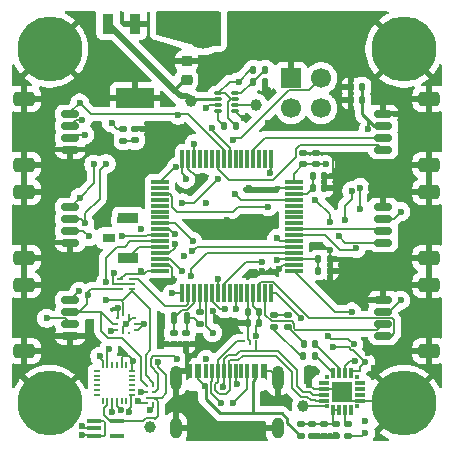
<source format=gtl>
G04 #@! TF.GenerationSoftware,KiCad,Pcbnew,9.0.1*
G04 #@! TF.CreationDate,2025-04-30T23:29:37-04:00*
G04 #@! TF.ProjectId,Control Board V2,436f6e74-726f-46c2-9042-6f6172642056,rev?*
G04 #@! TF.SameCoordinates,Original*
G04 #@! TF.FileFunction,Copper,L1,Top*
G04 #@! TF.FilePolarity,Positive*
%FSLAX46Y46*%
G04 Gerber Fmt 4.6, Leading zero omitted, Abs format (unit mm)*
G04 Created by KiCad (PCBNEW 9.0.1) date 2025-04-30 23:29:37*
%MOMM*%
%LPD*%
G01*
G04 APERTURE LIST*
G04 Aperture macros list*
%AMRoundRect*
0 Rectangle with rounded corners*
0 $1 Rounding radius*
0 $2 $3 $4 $5 $6 $7 $8 $9 X,Y pos of 4 corners*
0 Add a 4 corners polygon primitive as box body*
4,1,4,$2,$3,$4,$5,$6,$7,$8,$9,$2,$3,0*
0 Add four circle primitives for the rounded corners*
1,1,$1+$1,$2,$3*
1,1,$1+$1,$4,$5*
1,1,$1+$1,$6,$7*
1,1,$1+$1,$8,$9*
0 Add four rect primitives between the rounded corners*
20,1,$1+$1,$2,$3,$4,$5,0*
20,1,$1+$1,$4,$5,$6,$7,0*
20,1,$1+$1,$6,$7,$8,$9,0*
20,1,$1+$1,$8,$9,$2,$3,0*%
G04 Aperture macros list end*
G04 #@! TA.AperFunction,SMDPad,CuDef*
%ADD10RoundRect,0.147500X0.147500X0.172500X-0.147500X0.172500X-0.147500X-0.172500X0.147500X-0.172500X0*%
G04 #@! TD*
G04 #@! TA.AperFunction,SMDPad,CuDef*
%ADD11RoundRect,0.135000X-0.135000X-0.185000X0.135000X-0.185000X0.135000X0.185000X-0.135000X0.185000X0*%
G04 #@! TD*
G04 #@! TA.AperFunction,SMDPad,CuDef*
%ADD12RoundRect,0.150000X0.625000X-0.150000X0.625000X0.150000X-0.625000X0.150000X-0.625000X-0.150000X0*%
G04 #@! TD*
G04 #@! TA.AperFunction,SMDPad,CuDef*
%ADD13RoundRect,0.250000X0.650000X-0.350000X0.650000X0.350000X-0.650000X0.350000X-0.650000X-0.350000X0*%
G04 #@! TD*
G04 #@! TA.AperFunction,SMDPad,CuDef*
%ADD14RoundRect,0.140000X0.140000X0.170000X-0.140000X0.170000X-0.140000X-0.170000X0.140000X-0.170000X0*%
G04 #@! TD*
G04 #@! TA.AperFunction,SMDPad,CuDef*
%ADD15RoundRect,0.140000X0.170000X-0.140000X0.170000X0.140000X-0.170000X0.140000X-0.170000X-0.140000X0*%
G04 #@! TD*
G04 #@! TA.AperFunction,SMDPad,CuDef*
%ADD16C,0.226000*%
G04 #@! TD*
G04 #@! TA.AperFunction,ComponentPad*
%ADD17C,1.700000*%
G04 #@! TD*
G04 #@! TA.AperFunction,ComponentPad*
%ADD18R,1.700000X1.700000*%
G04 #@! TD*
G04 #@! TA.AperFunction,SMDPad,CuDef*
%ADD19RoundRect,0.075000X-0.175000X-0.425000X0.175000X-0.425000X0.175000X0.425000X-0.175000X0.425000X0*%
G04 #@! TD*
G04 #@! TA.AperFunction,SMDPad,CuDef*
%ADD20RoundRect,0.135000X0.135000X0.185000X-0.135000X0.185000X-0.135000X-0.185000X0.135000X-0.185000X0*%
G04 #@! TD*
G04 #@! TA.AperFunction,SMDPad,CuDef*
%ADD21RoundRect,0.150000X-0.625000X0.150000X-0.625000X-0.150000X0.625000X-0.150000X0.625000X0.150000X0*%
G04 #@! TD*
G04 #@! TA.AperFunction,SMDPad,CuDef*
%ADD22RoundRect,0.250000X-0.650000X0.350000X-0.650000X-0.350000X0.650000X-0.350000X0.650000X0.350000X0*%
G04 #@! TD*
G04 #@! TA.AperFunction,ComponentPad*
%ADD23C,1.000000*%
G04 #@! TD*
G04 #@! TA.AperFunction,SMDPad,CuDef*
%ADD24RoundRect,0.147500X-0.172500X0.147500X-0.172500X-0.147500X0.172500X-0.147500X0.172500X0.147500X0*%
G04 #@! TD*
G04 #@! TA.AperFunction,ComponentPad*
%ADD25C,5.500000*%
G04 #@! TD*
G04 #@! TA.AperFunction,SMDPad,CuDef*
%ADD26RoundRect,0.140000X-0.170000X0.140000X-0.170000X-0.140000X0.170000X-0.140000X0.170000X0.140000X0*%
G04 #@! TD*
G04 #@! TA.AperFunction,SMDPad,CuDef*
%ADD27RoundRect,0.050000X0.285000X0.100000X-0.285000X0.100000X-0.285000X-0.100000X0.285000X-0.100000X0*%
G04 #@! TD*
G04 #@! TA.AperFunction,SMDPad,CuDef*
%ADD28RoundRect,0.135000X0.185000X-0.135000X0.185000X0.135000X-0.185000X0.135000X-0.185000X-0.135000X0*%
G04 #@! TD*
G04 #@! TA.AperFunction,SMDPad,CuDef*
%ADD29R,0.300000X0.300000*%
G04 #@! TD*
G04 #@! TA.AperFunction,SMDPad,CuDef*
%ADD30R,0.900000X0.300000*%
G04 #@! TD*
G04 #@! TA.AperFunction,SMDPad,CuDef*
%ADD31R,0.300000X0.900000*%
G04 #@! TD*
G04 #@! TA.AperFunction,SMDPad,CuDef*
%ADD32R,1.800000X1.800000*%
G04 #@! TD*
G04 #@! TA.AperFunction,SMDPad,CuDef*
%ADD33RoundRect,0.140000X-0.140000X-0.170000X0.140000X-0.170000X0.140000X0.170000X-0.140000X0.170000X0*%
G04 #@! TD*
G04 #@! TA.AperFunction,SMDPad,CuDef*
%ADD34R,0.600000X0.200000*%
G04 #@! TD*
G04 #@! TA.AperFunction,SMDPad,CuDef*
%ADD35R,1.600000X0.200000*%
G04 #@! TD*
G04 #@! TA.AperFunction,SMDPad,CuDef*
%ADD36R,0.250000X0.275000*%
G04 #@! TD*
G04 #@! TA.AperFunction,SMDPad,CuDef*
%ADD37R,0.275000X0.250000*%
G04 #@! TD*
G04 #@! TA.AperFunction,SMDPad,CuDef*
%ADD38R,0.200000X0.200000*%
G04 #@! TD*
G04 #@! TA.AperFunction,SMDPad,CuDef*
%ADD39R,0.950000X1.750000*%
G04 #@! TD*
G04 #@! TA.AperFunction,SMDPad,CuDef*
%ADD40R,3.250000X1.750000*%
G04 #@! TD*
G04 #@! TA.AperFunction,SMDPad,CuDef*
%ADD41R,0.600000X1.240000*%
G04 #@! TD*
G04 #@! TA.AperFunction,SMDPad,CuDef*
%ADD42R,0.300000X1.240000*%
G04 #@! TD*
G04 #@! TA.AperFunction,HeatsinkPad*
%ADD43O,1.000000X2.100000*%
G04 #@! TD*
G04 #@! TA.AperFunction,HeatsinkPad*
%ADD44O,1.000000X1.800000*%
G04 #@! TD*
G04 #@! TA.AperFunction,SMDPad,CuDef*
%ADD45RoundRect,0.075000X0.075000X-0.700000X0.075000X0.700000X-0.075000X0.700000X-0.075000X-0.700000X0*%
G04 #@! TD*
G04 #@! TA.AperFunction,SMDPad,CuDef*
%ADD46RoundRect,0.075000X0.700000X-0.075000X0.700000X0.075000X-0.700000X0.075000X-0.700000X-0.075000X0*%
G04 #@! TD*
G04 #@! TA.AperFunction,SMDPad,CuDef*
%ADD47R,1.150000X0.400000*%
G04 #@! TD*
G04 #@! TA.AperFunction,SMDPad,CuDef*
%ADD48R,1.700000X0.900000*%
G04 #@! TD*
G04 #@! TA.AperFunction,SMDPad,CuDef*
%ADD49R,1.100000X0.800000*%
G04 #@! TD*
G04 #@! TA.AperFunction,CastellatedPad*
%ADD50O,3.000000X3.000000*%
G04 #@! TD*
G04 #@! TA.AperFunction,SMDPad,CuDef*
%ADD51RoundRect,0.050000X-0.225000X-0.050000X0.225000X-0.050000X0.225000X0.050000X-0.225000X0.050000X0*%
G04 #@! TD*
G04 #@! TA.AperFunction,SMDPad,CuDef*
%ADD52RoundRect,0.050000X0.050000X-0.225000X0.050000X0.225000X-0.050000X0.225000X-0.050000X-0.225000X0*%
G04 #@! TD*
G04 #@! TA.AperFunction,SMDPad,CuDef*
%ADD53RoundRect,0.135000X-0.185000X0.135000X-0.185000X-0.135000X0.185000X-0.135000X0.185000X0.135000X0*%
G04 #@! TD*
G04 #@! TA.AperFunction,SMDPad,CuDef*
%ADD54RoundRect,0.225000X-0.250000X0.225000X-0.250000X-0.225000X0.250000X-0.225000X0.250000X0.225000X0*%
G04 #@! TD*
G04 #@! TA.AperFunction,ViaPad*
%ADD55C,0.600000*%
G04 #@! TD*
G04 #@! TA.AperFunction,Conductor*
%ADD56C,0.250000*%
G04 #@! TD*
G04 #@! TA.AperFunction,Conductor*
%ADD57C,0.500000*%
G04 #@! TD*
G04 #@! TA.AperFunction,Conductor*
%ADD58C,0.200000*%
G04 #@! TD*
G04 #@! TA.AperFunction,Conductor*
%ADD59C,0.160000*%
G04 #@! TD*
G04 APERTURE END LIST*
D10*
G04 #@! TO.P,D3,1,K*
G04 #@! TO.N,Net-(D3-K)*
X82470000Y-123000000D03*
G04 #@! TO.P,D3,2,A*
G04 #@! TO.N,Net-(D3-A)*
X81500000Y-123000000D03*
G04 #@! TD*
D11*
G04 #@! TO.P,R17,1*
G04 #@! TO.N,Net-(U6-PR1)*
X77240000Y-99750000D03*
G04 #@! TO.P,R17,2*
G04 #@! TO.N,GND*
X78260000Y-99750000D03*
G04 #@! TD*
D12*
G04 #@! TO.P,J38,1,Pin_1*
G04 #@! TO.N,UART4_TX*
X88250000Y-121250000D03*
G04 #@! TO.P,J38,2,Pin_2*
G04 #@! TO.N,UART4_RX*
X88250000Y-120250000D03*
G04 #@! TO.P,J38,3,Pin_3*
G04 #@! TO.N,+3V3*
X88250000Y-119250000D03*
G04 #@! TO.P,J38,4,Pin_4*
G04 #@! TO.N,GND*
X88250000Y-118250000D03*
D13*
G04 #@! TO.P,J38,MP,MountPin*
X92125000Y-122550000D03*
X92125000Y-116950000D03*
G04 #@! TD*
D14*
G04 #@! TO.P,C14,1*
G04 #@! TO.N,GND*
X83230000Y-108750000D03*
G04 #@! TO.P,C14,2*
G04 #@! TO.N,Net-(C14-Pad2)*
X82270000Y-108750000D03*
G04 #@! TD*
D12*
G04 #@! TO.P,J39,1,Pin_1*
G04 #@! TO.N,USART3_TX*
X88250000Y-113375000D03*
G04 #@! TO.P,J39,2,Pin_2*
G04 #@! TO.N,USART3_RX*
X88250000Y-112375000D03*
G04 #@! TO.P,J39,3,Pin_3*
G04 #@! TO.N,+3V3*
X88250000Y-111375000D03*
G04 #@! TO.P,J39,4,Pin_4*
G04 #@! TO.N,GND*
X88250000Y-110375000D03*
D13*
G04 #@! TO.P,J39,MP,MountPin*
X92125000Y-114675000D03*
X92125000Y-109075000D03*
G04 #@! TD*
D15*
G04 #@! TO.P,C20,1*
G04 #@! TO.N,+3V3*
X81500000Y-106730000D03*
G04 #@! TO.P,C20,2*
G04 #@! TO.N,GND*
X81500000Y-105770000D03*
G04 #@! TD*
D16*
G04 #@! TO.P,IC2,A1,SDA_B*
G04 #@! TO.N,I2C_1_SDA*
X68250000Y-125500000D03*
G04 #@! TO.P,IC2,A2,SCL_B*
G04 #@! TO.N,I2C_1_SCL*
X68750000Y-125500000D03*
G04 #@! TO.P,IC2,B1,GND*
G04 #@! TO.N,GND*
X68250000Y-126000000D03*
G04 #@! TO.P,IC2,B2,VCCB*
G04 #@! TO.N,+3V3*
X68750000Y-126000000D03*
G04 #@! TO.P,IC2,C1,VCCA*
G04 #@! TO.N,+1V8*
X68250000Y-126500000D03*
G04 #@! TO.P,IC2,C2,OE*
X68750000Y-126500000D03*
G04 #@! TO.P,IC2,D1,SDA_A*
G04 #@! TO.N,Net-(IC2-SDA_A)*
X68250000Y-127000000D03*
G04 #@! TO.P,IC2,D2,SCL_A*
G04 #@! TO.N,Net-(IC2-SCL_A)*
X68750000Y-127000000D03*
G04 #@! TD*
D17*
G04 #@! TO.P,J1,2,SWDIO*
G04 #@! TO.N,/SWDIO*
X83000000Y-99460000D03*
G04 #@! TO.P,J1,3,~{RESET}*
G04 #@! TO.N,/RESET*
X83000000Y-102000000D03*
G04 #@! TO.P,J1,4,SWCLK*
G04 #@! TO.N,/SWCLK*
X80460000Y-102000000D03*
D18*
G04 #@! TO.P,J1,5,GND*
G04 #@! TO.N,GND*
X80460000Y-99460000D03*
G04 #@! TD*
D19*
G04 #@! TO.P,Y1,1,1*
G04 #@! TO.N,/LSE_IN*
X70500000Y-119750000D03*
G04 #@! TO.P,Y1,2,2*
G04 #@! TO.N,Net-(C34-Pad1)*
X71600000Y-119750000D03*
G04 #@! TD*
D12*
G04 #@! TO.P,J40,1,Pin_1*
G04 #@! TO.N,/RADIO_RX*
X88250000Y-105500000D03*
G04 #@! TO.P,J40,2,Pin_2*
G04 #@! TO.N,/RADIO_TX*
X88250000Y-104500000D03*
G04 #@! TO.P,J40,3,Pin_3*
G04 #@! TO.N,+3V3*
X88250000Y-103500000D03*
G04 #@! TO.P,J40,4,Pin_4*
G04 #@! TO.N,GND*
X88250000Y-102500000D03*
D13*
G04 #@! TO.P,J40,MP,MountPin*
X92125000Y-106800000D03*
X92125000Y-101200000D03*
G04 #@! TD*
D14*
G04 #@! TO.P,C12,1*
G04 #@! TO.N,Net-(U2-VDDA)*
X77730000Y-120190000D03*
G04 #@! TO.P,C12,2*
G04 #@! TO.N,GND*
X76770000Y-120190000D03*
G04 #@! TD*
D20*
G04 #@! TO.P,R15,1*
G04 #@! TO.N,+3V3USB*
X75770000Y-103500000D03*
G04 #@! TO.P,R15,2*
G04 #@! TO.N,Net-(U6-ST)*
X74750000Y-103500000D03*
G04 #@! TD*
D21*
G04 #@! TO.P,J36,1,Pin_1*
G04 #@! TO.N,I2C_2_SCL*
X61750000Y-110375000D03*
G04 #@! TO.P,J36,2,Pin_2*
G04 #@! TO.N,I2C_2_SDA*
X61750000Y-111375000D03*
G04 #@! TO.P,J36,3,Pin_3*
G04 #@! TO.N,+3V3*
X61750000Y-112375000D03*
G04 #@! TO.P,J36,4,Pin_4*
G04 #@! TO.N,GND*
X61750000Y-113375000D03*
D22*
G04 #@! TO.P,J36,MP,MountPin*
X57875000Y-109075000D03*
X57875000Y-114675000D03*
G04 #@! TD*
D15*
G04 #@! TO.P,C21,1*
G04 #@! TO.N,+3V3*
X82560000Y-106730000D03*
G04 #@! TO.P,C21,2*
G04 #@! TO.N,GND*
X82560000Y-105770000D03*
G04 #@! TD*
D11*
G04 #@! TO.P,R16,1*
G04 #@! TO.N,+3V3USB*
X77240000Y-98750000D03*
G04 #@! TO.P,R16,2*
G04 #@! TO.N,Net-(U6-PR1)*
X78260000Y-98750000D03*
G04 #@! TD*
D21*
G04 #@! TO.P,J34,1,Pin_1*
G04 #@! TO.N,I2C_1_SCL*
X61750000Y-118250000D03*
G04 #@! TO.P,J34,2,Pin_2*
G04 #@! TO.N,I2C_1_SDA*
X61750000Y-119250000D03*
G04 #@! TO.P,J34,3,Pin_3*
G04 #@! TO.N,+3V3*
X61750000Y-120250000D03*
G04 #@! TO.P,J34,4,Pin_4*
G04 #@! TO.N,GND*
X61750000Y-121250000D03*
D22*
G04 #@! TO.P,J34,MP,MountPin*
X57875000Y-116950000D03*
X57875000Y-122550000D03*
G04 #@! TD*
D23*
G04 #@! TO.P,TP4,1,1*
G04 #@! TO.N,+VBUS*
X68500000Y-129000000D03*
G04 #@! TD*
G04 #@! TO.P,TP3,1,1*
G04 #@! TO.N,+3V3USB*
X81500000Y-127250000D03*
G04 #@! TD*
D24*
G04 #@! TO.P,D7,1,K*
G04 #@! TO.N,GND*
X67250000Y-103750000D03*
G04 #@! TO.P,D7,2,A*
G04 #@! TO.N,Net-(D7-A)*
X67250000Y-104720000D03*
G04 #@! TD*
D25*
G04 #@! TO.P,H2,1,1*
G04 #@! TO.N,GND*
X60000000Y-97000000D03*
G04 #@! TD*
D26*
G04 #@! TO.P,C10,1*
G04 #@! TO.N,/LSE_IN*
X70510000Y-121020000D03*
G04 #@! TO.P,C10,2*
G04 #@! TO.N,GND*
X70510000Y-121980000D03*
G04 #@! TD*
D14*
G04 #@! TO.P,C13,1*
G04 #@! TO.N,Net-(U2-VDDA)*
X77730000Y-119250000D03*
G04 #@! TO.P,C13,2*
G04 #@! TO.N,GND*
X76770000Y-119250000D03*
G04 #@! TD*
D25*
G04 #@! TO.P,H1,1,1*
G04 #@! TO.N,GND*
X90000000Y-127000000D03*
G04 #@! TD*
D27*
G04 #@! TO.P,U6,1,GND*
G04 #@! TO.N,GND*
X75730000Y-102250000D03*
G04 #@! TO.P,U6,2,VOUT*
G04 #@! TO.N,+3V3*
X75730000Y-101750000D03*
G04 #@! TO.P,U6,3,VIN1*
G04 #@! TO.N,+3V3USB*
X75730000Y-101250000D03*
G04 #@! TO.P,U6,4,PR1*
G04 #@! TO.N,Net-(U6-PR1)*
X75730000Y-100750000D03*
G04 #@! TO.P,U6,5,MODE*
G04 #@! TO.N,+3V3USB*
X74250000Y-100750000D03*
G04 #@! TO.P,U6,6,VIN2*
G04 #@! TO.N,+VBAT*
X74250000Y-101250000D03*
G04 #@! TO.P,U6,7,VOUT*
G04 #@! TO.N,+3V3*
X74250000Y-101750000D03*
G04 #@! TO.P,U6,8,ST*
G04 #@! TO.N,Net-(U6-ST)*
X74250000Y-102250000D03*
G04 #@! TD*
D28*
G04 #@! TO.P,R11,1*
G04 #@! TO.N,+VBUS*
X81250000Y-129760000D03*
G04 #@! TO.P,R11,2*
G04 #@! TO.N,/USB to UART/VBUS*
X81250000Y-128740000D03*
G04 #@! TD*
D29*
G04 #@! TO.P,U3,1,RS485/GPIO.1*
G04 #@! TO.N,unconnected-(U3-RS485{slash}GPIO.1-Pad1)*
X83500000Y-124750000D03*
D30*
G04 #@! TO.P,U3,2,CLK/GPIO.0*
G04 #@! TO.N,unconnected-(U3-CLK{slash}GPIO.0-Pad2)*
X83200000Y-125250000D03*
G04 #@! TO.P,U3,3,GND*
G04 #@! TO.N,GND*
X83200000Y-125750000D03*
G04 #@! TO.P,U3,4,D+*
G04 #@! TO.N,/USB to UART/D+*
X83200000Y-126250000D03*
G04 #@! TO.P,U3,5,D-*
G04 #@! TO.N,/USB to UART/D-*
X83200000Y-126750000D03*
D29*
G04 #@! TO.P,U3,6,VDD*
G04 #@! TO.N,+3V3USB*
X83500000Y-127250000D03*
D31*
G04 #@! TO.P,U3,7,VREGIN*
G04 #@! TO.N,/USB to UART/VBUS*
X84000000Y-127550000D03*
G04 #@! TO.P,U3,8,VBUS*
X84500000Y-127550000D03*
G04 #@! TO.P,U3,9,~{RST}*
G04 #@! TO.N,Net-(U3-~{RST})*
X85000000Y-127550000D03*
G04 #@! TO.P,U3,10,NC*
G04 #@! TO.N,unconnected-(U3-NC-Pad10)*
X85500000Y-127550000D03*
D29*
G04 #@! TO.P,U3,11,~{SUSPEND}*
G04 #@! TO.N,unconnected-(U3-~{SUSPEND}-Pad11)*
X86000000Y-127250000D03*
D30*
G04 #@! TO.P,U3,12,GND*
G04 #@! TO.N,GND*
X86300000Y-126750000D03*
G04 #@! TO.P,U3,13,~{WAKEUP}*
G04 #@! TO.N,unconnected-(U3-~{WAKEUP}-Pad13)*
X86300000Y-126250000D03*
G04 #@! TO.P,U3,14,SUSPEND*
G04 #@! TO.N,unconnected-(U3-SUSPEND-Pad14)*
X86300000Y-125750000D03*
G04 #@! TO.P,U3,15,~{CTS}*
G04 #@! TO.N,unconnected-(U3-~{CTS}-Pad15)*
X86300000Y-125250000D03*
D29*
G04 #@! TO.P,U3,16,~{RTS}*
G04 #@! TO.N,unconnected-(U3-~{RTS}-Pad16)*
X86000000Y-124750000D03*
D31*
G04 #@! TO.P,U3,17,RXD*
G04 #@! TO.N,/USART2_TX*
X85500000Y-124450000D03*
G04 #@! TO.P,U3,18,TXD*
G04 #@! TO.N,/USART2_RX*
X85000000Y-124450000D03*
G04 #@! TO.P,U3,19,~{RXT}/GPIO.3*
G04 #@! TO.N,Net-(D4-K)*
X84500000Y-124450000D03*
G04 #@! TO.P,U3,20,~{TXT}/GPIO.2*
G04 #@! TO.N,Net-(D3-K)*
X84000000Y-124450000D03*
D32*
G04 #@! TO.P,U3,21,GND*
G04 #@! TO.N,GND*
X84750000Y-126000000D03*
G04 #@! TD*
D26*
G04 #@! TO.P,C29,1*
G04 #@! TO.N,/USB to UART/VBUS*
X83260000Y-128770000D03*
G04 #@! TO.P,C29,2*
G04 #@! TO.N,GND*
X83260000Y-129730000D03*
G04 #@! TD*
D33*
G04 #@! TO.P,C18,1*
G04 #@! TO.N,+3V3*
X82770000Y-114780000D03*
G04 #@! TO.P,C18,2*
G04 #@! TO.N,GND*
X83730000Y-114780000D03*
G04 #@! TD*
D26*
G04 #@! TO.P,C28,1*
G04 #@! TO.N,/USB to UART/VBUS*
X84250000Y-128770000D03*
G04 #@! TO.P,C28,2*
G04 #@! TO.N,GND*
X84250000Y-129730000D03*
G04 #@! TD*
D28*
G04 #@! TO.P,R1,1*
G04 #@! TO.N,Net-(C34-Pad1)*
X72750000Y-120260000D03*
G04 #@! TO.P,R1,2*
G04 #@! TO.N,/LSE_OUT*
X72750000Y-119240000D03*
G04 #@! TD*
D34*
G04 #@! TO.P,IC4,1,VCC*
G04 #@! TO.N,+3V3*
X66000000Y-116500000D03*
D35*
G04 #@! TO.P,IC4,2,VSS*
G04 #@! TO.N,GND*
X66500000Y-116900000D03*
D34*
G04 #@! TO.P,IC4,3,SDA*
G04 #@! TO.N,I2C_1_SDA*
X66000000Y-117300000D03*
G04 #@! TO.P,IC4,4,SCL*
G04 #@! TO.N,I2C_1_SCL*
X67000000Y-117300000D03*
G04 #@! TO.P,IC4,5,~{WC}*
G04 #@! TO.N,/~{WC}*
X67000000Y-116500000D03*
G04 #@! TD*
D36*
G04 #@! TO.P,IC3,1,VDDIO*
G04 #@! TO.N,+3V3*
X66762000Y-119487000D03*
G04 #@! TO.P,IC3,2,SCK*
G04 #@! TO.N,I2C_1_SCL*
X66262000Y-119487000D03*
D37*
G04 #@! TO.P,IC3,3,VSS_1*
G04 #@! TO.N,GND*
X65750000Y-119750000D03*
G04 #@! TO.P,IC3,4,SDI*
G04 #@! TO.N,I2C_1_SDA*
X65750000Y-120250000D03*
G04 #@! TO.P,IC3,5,SDO*
G04 #@! TO.N,GND*
X65750000Y-120750000D03*
D36*
G04 #@! TO.P,IC3,6,CSB*
G04 #@! TO.N,+3V3*
X66262000Y-121013000D03*
G04 #@! TO.P,IC3,7,INT*
G04 #@! TO.N,/Barometer/INT*
X66762000Y-121013000D03*
D37*
G04 #@! TO.P,IC3,8,VSS_2*
G04 #@! TO.N,GND*
X67274000Y-120750000D03*
G04 #@! TO.P,IC3,9,VSS_3*
X67274000Y-120250000D03*
G04 #@! TO.P,IC3,10,VDD*
G04 #@! TO.N,+3V3*
X67274000Y-119750000D03*
G04 #@! TD*
D14*
G04 #@! TO.P,C15,1*
G04 #@! TO.N,GND*
X83230000Y-107720000D03*
G04 #@! TO.P,C15,2*
G04 #@! TO.N,Net-(C14-Pad2)*
X82270000Y-107720000D03*
G04 #@! TD*
D28*
G04 #@! TO.P,R10,1*
G04 #@! TO.N,+3V3*
X85250000Y-129760000D03*
G04 #@! TO.P,R10,2*
G04 #@! TO.N,Net-(U3-~{RST})*
X85250000Y-128740000D03*
G04 #@! TD*
D38*
G04 #@! TO.P,D2,1,GROUND*
G04 #@! TO.N,GND*
X77000000Y-122000000D03*
G04 #@! TO.P,D2,2,IO1*
G04 #@! TO.N,/USB to UART/D+*
X77500000Y-121750000D03*
G04 #@! TO.P,D2,3,IO2*
G04 #@! TO.N,/USB to UART/D-*
X76500000Y-121750000D03*
G04 #@! TD*
D23*
G04 #@! TO.P,TP2,1,1*
G04 #@! TO.N,+3V3*
X77500000Y-101750000D03*
G04 #@! TD*
G04 #@! TO.P,TP1,1,1*
G04 #@! TO.N,+VBAT*
X72000000Y-101400000D03*
G04 #@! TD*
D39*
G04 #@! TO.P,IC5,1,INPUT*
G04 #@! TO.N,Net-(BT1-+)*
X69550000Y-94850000D03*
G04 #@! TO.P,IC5,2,GROUND*
G04 #@! TO.N,GND*
X67250000Y-94850000D03*
G04 #@! TO.P,IC5,3,OUTPUT*
G04 #@! TO.N,+VBAT*
X64950000Y-94850000D03*
D40*
G04 #@! TO.P,IC5,4,TAB*
G04 #@! TO.N,GND*
X67250000Y-101150000D03*
G04 #@! TD*
D41*
G04 #@! TO.P,J35,A1,GND*
G04 #@! TO.N,GND*
X71800000Y-124275000D03*
G04 #@! TO.P,J35,A4,VBUS*
G04 #@! TO.N,+VBUS*
X72600000Y-124275000D03*
D42*
G04 #@! TO.P,J35,A5,CC1*
G04 #@! TO.N,Net-(J35-CC1)*
X73750000Y-124275000D03*
G04 #@! TO.P,J35,A6,D+*
G04 #@! TO.N,/USB to UART/D+*
X74750000Y-124275000D03*
G04 #@! TO.P,J35,A7,D-*
G04 #@! TO.N,/USB to UART/D-*
X75250000Y-124275000D03*
G04 #@! TO.P,J35,A8,SBU1*
G04 #@! TO.N,unconnected-(J35-SBU1-PadA8)*
X76250000Y-124275000D03*
D41*
G04 #@! TO.P,J35,A9,VBUS*
G04 #@! TO.N,+VBUS*
X77400000Y-124275000D03*
G04 #@! TO.P,J35,A12,GND*
G04 #@! TO.N,GND*
X78200000Y-124275000D03*
G04 #@! TO.P,J35,B1,GND*
X78200000Y-124275000D03*
G04 #@! TO.P,J35,B4,VBUS*
G04 #@! TO.N,+VBUS*
X77400000Y-124275000D03*
D42*
G04 #@! TO.P,J35,B5,CC2*
G04 #@! TO.N,Net-(J35-CC2)*
X76750000Y-124275000D03*
G04 #@! TO.P,J35,B6,D+*
G04 #@! TO.N,/USB to UART/D+*
X75750000Y-124275000D03*
G04 #@! TO.P,J35,B7,D-*
G04 #@! TO.N,/USB to UART/D-*
X74250000Y-124275000D03*
G04 #@! TO.P,J35,B8,SBU2*
G04 #@! TO.N,unconnected-(J35-SBU2-PadB8)*
X73250000Y-124275000D03*
D41*
G04 #@! TO.P,J35,B9,VBUS*
G04 #@! TO.N,+VBUS*
X72600000Y-124275000D03*
G04 #@! TO.P,J35,B12,GND*
G04 #@! TO.N,GND*
X71800000Y-124275000D03*
D43*
G04 #@! TO.P,J35,S1,SHIELD*
X70680000Y-124875000D03*
D44*
X70680000Y-129075000D03*
D43*
X79320000Y-124875000D03*
D44*
X79320000Y-129075000D03*
G04 #@! TD*
D45*
G04 #@! TO.P,U2,1,VBAT*
G04 #@! TO.N,+3V3*
X71250001Y-117675000D03*
G04 #@! TO.P,U2,2,PC13*
G04 #@! TO.N,/~{WC}*
X71750000Y-117675000D03*
G04 #@! TO.P,U2,3,PC14*
G04 #@! TO.N,/LSE_IN*
X72250000Y-117675000D03*
G04 #@! TO.P,U2,4,PC15*
G04 #@! TO.N,/LSE_OUT*
X72750000Y-117675000D03*
G04 #@! TO.P,U2,5,PH0*
G04 #@! TO.N,/HSE_IN*
X73250000Y-117675000D03*
G04 #@! TO.P,U2,6,PH1*
G04 #@! TO.N,/HSE_OUT*
X73750001Y-117675000D03*
G04 #@! TO.P,U2,7,NRST*
G04 #@! TO.N,/RESET*
X74250000Y-117675000D03*
G04 #@! TO.P,U2,8,PC0*
G04 #@! TO.N,/SD_DET*
X74750000Y-117675000D03*
G04 #@! TO.P,U2,9,PC1*
G04 #@! TO.N,Net-(J12-Pin_1)*
X75250000Y-117675000D03*
G04 #@! TO.P,U2,10,PC2*
G04 #@! TO.N,/FL_PWM*
X75750000Y-117675000D03*
G04 #@! TO.P,U2,11,PC3*
G04 #@! TO.N,Net-(J13-Pin_1)*
X76249999Y-117675000D03*
G04 #@! TO.P,U2,12,VSSA*
G04 #@! TO.N,GND*
X76750000Y-117675000D03*
G04 #@! TO.P,U2,13,VDDA*
G04 #@! TO.N,Net-(U2-VDDA)*
X77250000Y-117675000D03*
G04 #@! TO.P,U2,14,PA0*
G04 #@! TO.N,UART4_TX*
X77750000Y-117675000D03*
G04 #@! TO.P,U2,15,PA1*
G04 #@! TO.N,UART4_RX*
X78250000Y-117675000D03*
G04 #@! TO.P,U2,16,PA2*
G04 #@! TO.N,/USART2_TX*
X78749999Y-117675000D03*
D46*
G04 #@! TO.P,U2,17,PA3*
G04 #@! TO.N,/USART2_RX*
X80675000Y-115749999D03*
G04 #@! TO.P,U2,18,VSS*
G04 #@! TO.N,GND*
X80675000Y-115250000D03*
G04 #@! TO.P,U2,19,VDD*
G04 #@! TO.N,+3V3*
X80675000Y-114750000D03*
G04 #@! TO.P,U2,20,PA4*
G04 #@! TO.N,/SD_CS*
X80675000Y-114250000D03*
G04 #@! TO.P,U2,21,PA5*
G04 #@! TO.N,/SPI1_SCK*
X80675000Y-113750000D03*
G04 #@! TO.P,U2,22,PA6*
G04 #@! TO.N,/BL_PWM*
X80675000Y-113249999D03*
G04 #@! TO.P,U2,23,PA7*
G04 #@! TO.N,/BR_PWM*
X80675000Y-112750000D03*
G04 #@! TO.P,U2,24,PC4*
G04 #@! TO.N,USART3_RX*
X80675000Y-112250000D03*
G04 #@! TO.P,U2,25,PC5*
G04 #@! TO.N,Net-(J14-Pin_1)*
X80675000Y-111750000D03*
G04 #@! TO.P,U2,26,PB0*
G04 #@! TO.N,Net-(J26-Pin_1)*
X80675000Y-111250000D03*
G04 #@! TO.P,U2,27,PB1*
G04 #@! TO.N,Net-(J27-Pin_1)*
X80675000Y-110750001D03*
G04 #@! TO.P,U2,28,PB2*
G04 #@! TO.N,Net-(J28-Pin_1)*
X80675000Y-110250000D03*
G04 #@! TO.P,U2,29,PB10*
G04 #@! TO.N,I2C_2_SCL*
X80675000Y-109750000D03*
G04 #@! TO.P,U2,30,VCAP*
G04 #@! TO.N,Net-(C14-Pad2)*
X80675000Y-109250000D03*
G04 #@! TO.P,U2,31,VSS*
G04 #@! TO.N,GND*
X80675000Y-108750000D03*
G04 #@! TO.P,U2,32,VDD*
G04 #@! TO.N,+3V3*
X80675000Y-108250001D03*
D45*
G04 #@! TO.P,U2,33,PB12*
G04 #@! TO.N,I2C_2_SDA*
X78749999Y-106325000D03*
G04 #@! TO.P,U2,34,PB13*
G04 #@! TO.N,unconnected-(U2-PB13-Pad34)*
X78250000Y-106325000D03*
G04 #@! TO.P,U2,35,PB14*
G04 #@! TO.N,/UART4_DE*
X77750000Y-106325000D03*
G04 #@! TO.P,U2,36,PB15*
G04 #@! TO.N,/RADIO_TX*
X77250000Y-106325000D03*
G04 #@! TO.P,U2,37,PC6*
G04 #@! TO.N,Net-(J15-Pin_1)*
X76750000Y-106325000D03*
G04 #@! TO.P,U2,38,PC7*
G04 #@! TO.N,Net-(J16-Pin_1)*
X76249999Y-106325000D03*
G04 #@! TO.P,U2,39,PC8*
G04 #@! TO.N,Net-(J17-Pin_1)*
X75750000Y-106325000D03*
G04 #@! TO.P,U2,40,PC9*
G04 #@! TO.N,I2C_3_SDA*
X75250000Y-106325000D03*
G04 #@! TO.P,U2,41,PA8*
G04 #@! TO.N,I2C_3_SCL*
X74750000Y-106325000D03*
G04 #@! TO.P,U2,42,PA9*
G04 #@! TO.N,/RADIO_RX*
X74250000Y-106325000D03*
G04 #@! TO.P,U2,43,PA10*
G04 #@! TO.N,Net-(J22-Pin_1)*
X73750001Y-106325000D03*
G04 #@! TO.P,U2,44,PA11*
G04 #@! TO.N,Net-(J23-Pin_1)*
X73250000Y-106325000D03*
G04 #@! TO.P,U2,45,PA12*
G04 #@! TO.N,Net-(J24-Pin_1)*
X72750000Y-106325000D03*
G04 #@! TO.P,U2,46,PA13(JTMS*
G04 #@! TO.N,/SWDIO*
X72250000Y-106325000D03*
G04 #@! TO.P,U2,47,VSS*
G04 #@! TO.N,GND*
X71750000Y-106325000D03*
G04 #@! TO.P,U2,48,VDD*
G04 #@! TO.N,+3V3*
X71250001Y-106325000D03*
D46*
G04 #@! TO.P,U2,49,PA14(JTCK*
G04 #@! TO.N,/SWCLK*
X69325000Y-108250001D03*
G04 #@! TO.P,U2,50,PA15(JTDI)*
G04 #@! TO.N,Net-(J25-Pin_1)*
X69325000Y-108750000D03*
G04 #@! TO.P,U2,51,PC10*
G04 #@! TO.N,USART3_TX*
X69325000Y-109250000D03*
G04 #@! TO.P,U2,52,PC11*
G04 #@! TO.N,Net-(J18-Pin_1)*
X69325000Y-109750000D03*
G04 #@! TO.P,U2,53,PC12*
G04 #@! TO.N,Net-(J19-Pin_1)*
X69325000Y-110250000D03*
G04 #@! TO.P,U2,54,PD2*
G04 #@! TO.N,Net-(J10-Pin_1)*
X69325000Y-110750001D03*
G04 #@! TO.P,U2,55,PB3(JTDO*
G04 #@! TO.N,Net-(J29-Pin_1)*
X69325000Y-111250000D03*
G04 #@! TO.P,U2,56,PB4(NJTRST)*
G04 #@! TO.N,/SPI1_MISO*
X69325000Y-111750000D03*
G04 #@! TO.P,U2,57,PB5*
G04 #@! TO.N,/SPI2_MOSI*
X69325000Y-112250000D03*
G04 #@! TO.P,U2,58,PB6*
G04 #@! TO.N,I2C_1_SDA*
X69325000Y-112750000D03*
G04 #@! TO.P,U2,59,PB7*
G04 #@! TO.N,I2C_1_SCL*
X69325000Y-113249999D03*
G04 #@! TO.P,U2,60,BOOT0*
G04 #@! TO.N,Net-(U2-BOOT0)*
X69325000Y-113750000D03*
G04 #@! TO.P,U2,61,PB8*
G04 #@! TO.N,/FR_PWM*
X69325000Y-114250000D03*
G04 #@! TO.P,U2,62,VCAP*
G04 #@! TO.N,Net-(C16-Pad2)*
X69325000Y-114750000D03*
G04 #@! TO.P,U2,63,VSS*
G04 #@! TO.N,GND*
X69325000Y-115250000D03*
G04 #@! TO.P,U2,64,VDD*
G04 #@! TO.N,+3V3*
X69325000Y-115749999D03*
G04 #@! TD*
D25*
G04 #@! TO.P,H4,1,1*
G04 #@! TO.N,GND*
X90000000Y-97000000D03*
G04 #@! TD*
D47*
G04 #@! TO.P,IC1,1,VIN*
G04 #@! TO.N,Net-(IC1-EN)*
X63800000Y-128450000D03*
G04 #@! TO.P,IC1,2,GND*
G04 #@! TO.N,+3V3*
X63800000Y-129100000D03*
G04 #@! TO.P,IC1,3,EN*
G04 #@! TO.N,Net-(IC1-EN)*
X63800000Y-129750000D03*
G04 #@! TO.P,IC1,4,NC*
G04 #@! TO.N,unconnected-(IC1-NC-Pad4)*
X65700000Y-129750000D03*
G04 #@! TO.P,IC1,5,VOUT*
G04 #@! TO.N,+1V8*
X65700000Y-128450000D03*
G04 #@! TD*
D48*
G04 #@! TO.P,SW2,1,1*
G04 #@! TO.N,+3V3*
X66650000Y-111300000D03*
G04 #@! TO.P,SW2,2,2*
G04 #@! TO.N,Net-(U2-BOOT0)*
X66650000Y-114700000D03*
D49*
G04 #@! TO.P,SW2,3*
G04 #@! TO.N,N/C*
X65010000Y-113000000D03*
G04 #@! TD*
D28*
G04 #@! TO.P,R14,1*
G04 #@! TO.N,Net-(D4-A)*
X80170000Y-120510000D03*
G04 #@! TO.P,R14,2*
G04 #@! TO.N,GND*
X80170000Y-119490000D03*
G04 #@! TD*
D33*
G04 #@! TO.P,C26,1*
G04 #@! TO.N,GND*
X85500000Y-100200000D03*
G04 #@! TO.P,C26,2*
G04 #@! TO.N,+3V3*
X86460000Y-100200000D03*
G04 #@! TD*
D50*
G04 #@! TO.P,BT1,1,+*
G04 #@! TO.N,Net-(BT1-+)*
X72968000Y-95500000D03*
G04 #@! TO.P,BT1,2,-*
G04 #@! TO.N,GND*
X77032000Y-95500000D03*
G04 #@! TD*
D51*
G04 #@! TO.P,U1,1,NC*
G04 #@! TO.N,unconnected-(U1-NC-Pad1)*
X64000000Y-124250000D03*
G04 #@! TO.P,U1,2,NC*
G04 #@! TO.N,unconnected-(U1-NC-Pad2)*
X64000000Y-124650000D03*
G04 #@! TO.P,U1,3,NC*
G04 #@! TO.N,unconnected-(U1-NC-Pad3)*
X64000000Y-125050000D03*
G04 #@! TO.P,U1,4,NC*
G04 #@! TO.N,unconnected-(U1-NC-Pad4)*
X64000000Y-125450000D03*
G04 #@! TO.P,U1,5,NC*
G04 #@! TO.N,unconnected-(U1-NC-Pad5)*
X64000000Y-125850000D03*
G04 #@! TO.P,U1,6,NC*
G04 #@! TO.N,unconnected-(U1-NC-Pad6)*
X64000000Y-126250000D03*
D52*
G04 #@! TO.P,U1,7,AUX_CL*
G04 #@! TO.N,unconnected-(U1-AUX_CL-Pad7)*
X64500000Y-126750000D03*
G04 #@! TO.P,U1,8,VDDIO*
G04 #@! TO.N,+1V8*
X64900000Y-126750000D03*
G04 #@! TO.P,U1,9,SDO/AD0*
G04 #@! TO.N,GND*
X65300000Y-126750000D03*
G04 #@! TO.P,U1,10,REGOUT*
G04 #@! TO.N,Net-(U1-REGOUT)*
X65700000Y-126750000D03*
G04 #@! TO.P,U1,11,FSYNC*
G04 #@! TO.N,/IMU/FSYNC*
X66100000Y-126750000D03*
G04 #@! TO.P,U1,12,INT1*
G04 #@! TO.N,/IMU/INT*
X66500000Y-126750000D03*
D51*
G04 #@! TO.P,U1,13,VDD*
G04 #@! TO.N,+3V3*
X67000000Y-126250000D03*
G04 #@! TO.P,U1,14,NC*
G04 #@! TO.N,unconnected-(U1-NC-Pad14)*
X67000000Y-125850000D03*
G04 #@! TO.P,U1,15,NC*
G04 #@! TO.N,unconnected-(U1-NC-Pad15)*
X67000000Y-125450000D03*
G04 #@! TO.P,U1,16,NC*
G04 #@! TO.N,unconnected-(U1-NC-Pad16)*
X67000000Y-125050000D03*
G04 #@! TO.P,U1,17,NC*
G04 #@! TO.N,unconnected-(U1-NC-Pad17)*
X67000000Y-124650000D03*
G04 #@! TO.P,U1,18,GND*
G04 #@! TO.N,GND*
X67000000Y-124250000D03*
D52*
G04 #@! TO.P,U1,19,RESV*
G04 #@! TO.N,unconnected-(U1-RESV-Pad19)*
X66500000Y-123750000D03*
G04 #@! TO.P,U1,20,GND*
G04 #@! TO.N,GND*
X66100000Y-123750000D03*
G04 #@! TO.P,U1,21,AUX_DA*
G04 #@! TO.N,unconnected-(U1-AUX_DA-Pad21)*
X65700000Y-123750000D03*
G04 #@! TO.P,U1,22,~{CS}*
G04 #@! TO.N,unconnected-(U1-~{CS}-Pad22)*
X65300000Y-123750000D03*
G04 #@! TO.P,U1,23,SCL/SCLK*
G04 #@! TO.N,Net-(IC2-SCL_A)*
X64900000Y-123750000D03*
G04 #@! TO.P,U1,24,SDA/SDI*
G04 #@! TO.N,Net-(IC2-SDA_A)*
X64500000Y-123750000D03*
G04 #@! TD*
D53*
G04 #@! TO.P,R12,1*
G04 #@! TO.N,/USB to UART/VBUS*
X82260000Y-128740000D03*
G04 #@! TO.P,R12,2*
G04 #@! TO.N,GND*
X82260000Y-129760000D03*
G04 #@! TD*
D10*
G04 #@! TO.P,D4,1,K*
G04 #@! TO.N,Net-(D4-K)*
X82485000Y-122000000D03*
G04 #@! TO.P,D4,2,A*
G04 #@! TO.N,Net-(D4-A)*
X81515000Y-122000000D03*
G04 #@! TD*
D28*
G04 #@! TO.P,R13,1*
G04 #@! TO.N,Net-(D3-A)*
X79000000Y-120510000D03*
G04 #@! TO.P,R13,2*
G04 #@! TO.N,GND*
X79000000Y-119490000D03*
G04 #@! TD*
D33*
G04 #@! TO.P,C27,1*
G04 #@! TO.N,GND*
X85500000Y-101290000D03*
G04 #@! TO.P,C27,2*
G04 #@! TO.N,+3V3*
X86460000Y-101290000D03*
G04 #@! TD*
D54*
G04 #@! TO.P,C32,1*
G04 #@! TO.N,GND*
X71600000Y-98025000D03*
G04 #@! TO.P,C32,2*
G04 #@! TO.N,+VBAT*
X71600000Y-99575000D03*
G04 #@! TD*
D33*
G04 #@! TO.P,C19,1*
G04 #@! TO.N,+3V3*
X82770000Y-115750000D03*
G04 #@! TO.P,C19,2*
G04 #@! TO.N,GND*
X83730000Y-115750000D03*
G04 #@! TD*
D26*
G04 #@! TO.P,C34,1*
G04 #@! TO.N,Net-(C34-Pad1)*
X71550000Y-121020000D03*
G04 #@! TO.P,C34,2*
G04 #@! TO.N,GND*
X71550000Y-121980000D03*
G04 #@! TD*
D28*
G04 #@! TO.P,R23,1*
G04 #@! TO.N,Net-(D7-A)*
X66250000Y-104745000D03*
G04 #@! TO.P,R23,2*
G04 #@! TO.N,+3V3*
X66250000Y-103725000D03*
G04 #@! TD*
D21*
G04 #@! TO.P,J37,1,Pin_1*
G04 #@! TO.N,I2C_3_SCL*
X61750000Y-102500000D03*
G04 #@! TO.P,J37,2,Pin_2*
G04 #@! TO.N,I2C_3_SDA*
X61750000Y-103500000D03*
G04 #@! TO.P,J37,3,Pin_3*
G04 #@! TO.N,+3V3*
X61750000Y-104500000D03*
G04 #@! TO.P,J37,4,Pin_4*
G04 #@! TO.N,GND*
X61750000Y-105500000D03*
D22*
G04 #@! TO.P,J37,MP,MountPin*
X57875000Y-101200000D03*
X57875000Y-106800000D03*
G04 #@! TD*
D25*
G04 #@! TO.P,H3,1,1*
G04 #@! TO.N,GND*
X60000000Y-127000000D03*
G04 #@! TD*
D55*
G04 #@! TO.N,I2C_3_SCL*
X70896446Y-102603554D03*
G04 #@! TO.N,+3V3*
X87000000Y-103800000D03*
G04 #@! TO.N,GND*
X92500000Y-124250000D03*
X78500000Y-100500000D03*
X63500000Y-120500000D03*
X65228561Y-120829112D03*
X92250000Y-112750000D03*
X68750000Y-103750000D03*
X57750000Y-103250000D03*
X67500000Y-100750000D03*
X68250000Y-101500000D03*
X59500000Y-113250000D03*
X66750000Y-100750000D03*
X87250000Y-108750000D03*
X61000000Y-100750000D03*
X57500000Y-112750000D03*
X64750000Y-104500000D03*
X85750000Y-106000000D03*
X67500000Y-108000000D03*
X63750000Y-114000000D03*
X67250000Y-94850000D03*
X66750000Y-101500000D03*
X77750000Y-97500000D03*
X85500000Y-95500000D03*
X73465000Y-112679759D03*
X61500000Y-115750000D03*
X76925000Y-108750000D03*
X69000000Y-106500000D03*
X92250000Y-111000000D03*
X88500000Y-100750000D03*
X57750000Y-120750000D03*
X92125000Y-114675000D03*
X90000000Y-119500000D03*
X79401024Y-115635616D03*
X58000000Y-118750000D03*
X89000000Y-114750000D03*
X82000000Y-97750000D03*
X60000000Y-108750000D03*
X87000000Y-115000000D03*
X75000000Y-111500000D03*
X89250000Y-109000000D03*
X73800000Y-119200000D03*
X67500000Y-101500000D03*
X60250000Y-116500000D03*
X59250000Y-110500000D03*
X68750000Y-96750000D03*
X92250000Y-102500000D03*
X65762001Y-118918978D03*
X83750000Y-116500000D03*
X92250000Y-105250000D03*
X67765276Y-126003058D03*
X68000000Y-120250000D03*
X60000000Y-123000000D03*
X68250000Y-100750000D03*
X60000000Y-115000000D03*
X66000000Y-101500000D03*
X71000000Y-103750000D03*
X79250000Y-96250000D03*
X89750000Y-122000000D03*
X63250000Y-99000000D03*
X90250000Y-111875000D03*
X65250000Y-127750000D03*
X76497858Y-102788794D03*
X57750000Y-104500000D03*
X79000000Y-119490000D03*
X87000000Y-122750000D03*
X89000000Y-106750000D03*
X79000000Y-111750000D03*
X63250000Y-94500000D03*
X90250000Y-113250000D03*
X60000000Y-107000000D03*
X78000000Y-115750000D03*
X87500000Y-124000000D03*
X79250000Y-94250000D03*
X67750000Y-112248999D03*
X84250000Y-129700000D03*
X65000000Y-99250000D03*
X70250000Y-105000000D03*
X65500000Y-97500000D03*
X72980000Y-107750000D03*
X63750000Y-96750000D03*
X70000000Y-98000000D03*
X83750000Y-114000000D03*
X75500000Y-98500000D03*
X66000000Y-100750000D03*
X84750000Y-98500000D03*
X66750000Y-98750000D03*
X84000000Y-117500000D03*
X85250000Y-103250000D03*
X62750000Y-115000000D03*
X89750000Y-117000000D03*
X62500000Y-124000000D03*
X71550000Y-121980000D03*
X70250000Y-116750000D03*
X64000000Y-100750000D03*
X86750000Y-106500000D03*
X84000000Y-107750000D03*
X67103554Y-123396446D03*
X57500000Y-110750000D03*
X65476392Y-115952785D03*
X84750000Y-126000000D03*
X78500000Y-103250000D03*
X82000000Y-125399020D03*
X87250000Y-117000000D03*
X81750000Y-95500000D03*
G04 #@! TO.N,+3V3*
X86750000Y-129500000D03*
X83400000Y-106750000D03*
X59750000Y-119778000D03*
X86750000Y-128500000D03*
X71371075Y-114480000D03*
X66750000Y-127750000D03*
X66000000Y-111500000D03*
X79250000Y-114850000D03*
X70770000Y-123250000D03*
X62750000Y-128899997D03*
X89750000Y-118250000D03*
X73250000Y-110000000D03*
X71550003Y-108000000D03*
X70400000Y-117676000D03*
X65250000Y-103235000D03*
X66500000Y-120250000D03*
X73250000Y-102000000D03*
X63358554Y-112858554D03*
X63000000Y-104250000D03*
X89750000Y-110750000D03*
X73250000Y-123250000D03*
X67750000Y-115770000D03*
G04 #@! TO.N,+1V8*
X69150000Y-123500000D03*
G04 #@! TO.N,Net-(U1-REGOUT)*
X66017484Y-127524239D03*
G04 #@! TO.N,Net-(IC1-EN)*
X62750000Y-129700000D03*
G04 #@! TO.N,/RESET*
X74250000Y-108000000D03*
X71250000Y-110000002D03*
X74250000Y-116500000D03*
G04 #@! TO.N,Net-(U2-VDDA)*
X77500000Y-121250000D03*
G04 #@! TO.N,Net-(C16-Pad2)*
X71250000Y-115770000D03*
G04 #@! TO.N,+3V3USB*
X85000000Y-111500000D03*
X85575000Y-109000000D03*
X76000000Y-99750000D03*
G04 #@! TO.N,+VBUS*
X73148000Y-125515636D03*
G04 #@! TO.N,I2C_1_SCL*
X64750000Y-116700000D03*
X62500000Y-117500000D03*
X64750000Y-118250000D03*
G04 #@! TO.N,Net-(IC2-SDA_A)*
X64250000Y-123000000D03*
X67511070Y-126770119D03*
G04 #@! TO.N,Net-(IC2-SCL_A)*
X65000000Y-122419571D03*
X68524144Y-127548286D03*
G04 #@! TO.N,I2C_1_SDA*
X66109285Y-112859285D03*
X63274265Y-117798035D03*
G04 #@! TO.N,/SWCLK*
X70700001Y-106991736D03*
G04 #@! TO.N,/SWDIO*
X75519731Y-104730269D03*
X72250000Y-105000000D03*
G04 #@! TO.N,/SD_DET*
X78000000Y-115000000D03*
G04 #@! TO.N,I2C_2_SCL*
X62562500Y-109562500D03*
X63750000Y-106750000D03*
X75675861Y-109245639D03*
G04 #@! TO.N,I2C_2_SDA*
X64799264Y-106700736D03*
X78695047Y-107466577D03*
X63000000Y-111750000D03*
G04 #@! TO.N,I2C_3_SDA*
X73791177Y-103708823D03*
X62775815Y-103030805D03*
G04 #@! TO.N,I2C_3_SCL*
X62553582Y-101553582D03*
G04 #@! TO.N,USART3_TX*
X82500000Y-109750000D03*
X84500000Y-112850000D03*
X78500000Y-110350000D03*
X83750000Y-111650000D03*
G04 #@! TO.N,/FL_PWM*
X75750000Y-119000000D03*
G04 #@! TO.N,/BL_PWM*
X79250000Y-113000000D03*
X85750000Y-122000000D03*
X83600000Y-121250000D03*
G04 #@! TO.N,/FR_PWM*
X70580442Y-113523362D03*
G04 #@! TO.N,/BR_PWM*
X86250000Y-110500000D03*
X86325201Y-108722148D03*
X85975000Y-113875000D03*
G04 #@! TO.N,Net-(U2-BOOT0)*
X66650000Y-114700000D03*
G04 #@! TO.N,/SPI1_MISO*
X72109381Y-113276825D03*
G04 #@! TO.N,/SD_CS*
X72000000Y-116250000D03*
G04 #@! TO.N,/SPI2_MOSI*
X70600000Y-112685852D03*
G04 #@! TO.N,/SPI1_SCK*
X72061206Y-114075376D03*
G04 #@! TO.N,/USB to UART/D+*
X74650000Y-125631427D03*
X75850000Y-125328013D03*
G04 #@! TO.N,Net-(J35-CC1)*
X74500000Y-126990000D03*
G04 #@! TO.N,Net-(J35-CC2)*
X75500000Y-126990000D03*
G04 #@! TO.N,/USART2_RX*
X85902852Y-123363961D03*
X85601000Y-119250000D03*
G04 #@! TO.N,/USART2_TX*
X86750000Y-123500000D03*
X84000000Y-122200000D03*
X81250000Y-119750000D03*
G04 #@! TO.N,/HSE_OUT*
X74850002Y-119000000D03*
G04 #@! TO.N,/HSE_IN*
X73800000Y-121000000D03*
G04 #@! TD*
D56*
G04 #@! TO.N,+VBUS*
X77189000Y-127838000D02*
X77200000Y-127849000D01*
X77189000Y-125104636D02*
X77189000Y-127838000D01*
X77400000Y-124893636D02*
X77189000Y-125104636D01*
X77400000Y-124275000D02*
X77400000Y-124893636D01*
X74473702Y-127849000D02*
X77200000Y-127849000D01*
G04 #@! TO.N,+3V3*
X86987500Y-103012500D02*
X87475001Y-103500000D01*
X86987500Y-103787500D02*
X87000000Y-103800000D01*
X86987500Y-103012500D02*
X86987500Y-103787500D01*
X87475001Y-103500000D02*
X88250000Y-103500000D01*
X86460000Y-102484999D02*
X86987500Y-103012500D01*
X86460000Y-101290000D02*
X86460000Y-102484999D01*
X86460000Y-100200000D02*
X86460000Y-101290000D01*
G04 #@! TO.N,+VBAT*
X71425000Y-99575000D02*
X70550000Y-100450000D01*
X71600000Y-99575000D02*
X71425000Y-99575000D01*
X71625000Y-99400000D02*
X71600000Y-99400000D01*
D57*
X70550000Y-100450000D02*
X71100000Y-101000000D01*
D56*
X74250000Y-101250000D02*
X72150000Y-101250000D01*
X72150000Y-101250000D02*
X72000000Y-101400000D01*
D57*
X71600000Y-101000000D02*
X72000000Y-101400000D01*
X71100000Y-101000000D02*
X71600000Y-101000000D01*
D58*
G04 #@! TO.N,/BR_PWM*
X85850000Y-114000000D02*
X84599943Y-114000000D01*
X83349943Y-112750000D02*
X80675000Y-112750000D01*
X85975000Y-113875000D02*
X85850000Y-114000000D01*
X84599943Y-114000000D02*
X83349943Y-112750000D01*
G04 #@! TO.N,/BL_PWM*
X85250000Y-121500000D02*
X85750000Y-122000000D01*
X83600000Y-121250000D02*
X83850000Y-121500000D01*
X83850000Y-121500000D02*
X85250000Y-121500000D01*
D59*
G04 #@! TO.N,/USART2_TX*
X85731000Y-122481000D02*
X86750000Y-123500000D01*
X85319763Y-122250000D02*
X85550763Y-122481000D01*
X84000000Y-122200000D02*
X84050000Y-122250000D01*
X85550763Y-122481000D02*
X85731000Y-122481000D01*
X84050000Y-122250000D02*
X85319763Y-122250000D01*
G04 #@! TO.N,+3V3*
X70400000Y-117676000D02*
X70401000Y-117675000D01*
X70401000Y-117675000D02*
X71250001Y-117675000D01*
G04 #@! TO.N,GND*
X77000000Y-121750000D02*
X76770000Y-121520000D01*
D58*
X69325000Y-115250000D02*
X70133825Y-115250000D01*
X65762001Y-119725998D02*
X65750000Y-119737999D01*
X71800000Y-124275000D02*
X71280000Y-124275000D01*
X76770000Y-119250000D02*
X76770000Y-120190000D01*
X83730000Y-116480000D02*
X83750000Y-116500000D01*
X65351000Y-116078177D02*
X65476392Y-115952785D01*
X78260000Y-100260000D02*
X78500000Y-100500000D01*
X79786640Y-115250000D02*
X79401024Y-115635616D01*
X68250000Y-126000000D02*
X67768334Y-126000000D01*
X86300000Y-126750000D02*
X89750000Y-126750000D01*
X67103554Y-123396446D02*
X67103554Y-123353554D01*
X72366176Y-107750000D02*
X72980000Y-107750000D01*
D59*
X67500000Y-120750000D02*
X68000000Y-120250000D01*
D58*
X85500000Y-126750000D02*
X84750000Y-126000000D01*
X89750000Y-126750000D02*
X90000000Y-127000000D01*
X71280000Y-124275000D02*
X70680000Y-124875000D01*
X71750000Y-106325000D02*
X71750000Y-107133824D01*
D59*
X76770000Y-121520000D02*
X76770000Y-120190000D01*
D58*
X84500000Y-125750000D02*
X83200000Y-125750000D01*
X83230000Y-107720000D02*
X83970000Y-107720000D01*
X67768334Y-126000000D02*
X67765276Y-126003058D01*
X65400000Y-116900000D02*
X65351000Y-116851000D01*
X66100000Y-123150000D02*
X66100000Y-123750000D01*
X83970000Y-107720000D02*
X84000000Y-107750000D01*
D59*
X71550000Y-121980000D02*
X71550000Y-124025000D01*
D58*
X82350980Y-125750000D02*
X82000000Y-125399020D01*
X83730000Y-114020000D02*
X83750000Y-114000000D01*
X84250000Y-129730000D02*
X84250000Y-129700000D01*
X76770000Y-119250000D02*
X76770000Y-117695000D01*
X65250000Y-127600000D02*
X65300000Y-127550000D01*
X65351000Y-116851000D02*
X65351000Y-116078177D01*
X83730000Y-115750000D02*
X83730000Y-114780000D01*
X83730000Y-115750000D02*
X83730000Y-116480000D01*
D59*
X67274000Y-120750000D02*
X67500000Y-120750000D01*
D58*
X84000000Y-106250000D02*
X84000000Y-107750000D01*
D59*
X88985000Y-98015000D02*
X90000000Y-97000000D01*
D58*
X67103554Y-123353554D02*
X66750000Y-123000000D01*
X76268794Y-102788794D02*
X76497858Y-102788794D01*
X78720000Y-124275000D02*
X79320000Y-124875000D01*
X83730000Y-114780000D02*
X83730000Y-114020000D01*
X81500000Y-105770000D02*
X82560000Y-105770000D01*
X70401000Y-115517175D02*
X70401000Y-116599000D01*
X84250000Y-129730000D02*
X82290000Y-129730000D01*
D59*
X77000000Y-122000000D02*
X77000000Y-121750000D01*
D58*
X78200000Y-124275000D02*
X78720000Y-124275000D01*
X70401000Y-116599000D02*
X70250000Y-116750000D01*
X67000000Y-123500000D02*
X67000000Y-124250000D01*
X65750000Y-120750000D02*
X65307673Y-120750000D01*
X80675000Y-108750000D02*
X76925000Y-108750000D01*
X66250000Y-123000000D02*
X66100000Y-123150000D01*
X80675000Y-115250000D02*
X79786640Y-115250000D01*
X66750000Y-123000000D02*
X66250000Y-123000000D01*
X83200000Y-125750000D02*
X82350980Y-125750000D01*
X76770000Y-117695000D02*
X76750000Y-117675000D01*
X66500000Y-116900000D02*
X65400000Y-116900000D01*
X81500000Y-105770000D02*
X83520000Y-105770000D01*
X89160000Y-97000000D02*
X90000000Y-97000000D01*
X86300000Y-126750000D02*
X85500000Y-126750000D01*
X67103554Y-123396446D02*
X67000000Y-123500000D01*
X71750000Y-107133824D02*
X72366176Y-107750000D01*
X65762001Y-118918978D02*
X65762001Y-119725998D01*
X84750000Y-126000000D02*
X84500000Y-125750000D01*
X75730000Y-102250000D02*
X76268794Y-102788794D01*
X65307673Y-120750000D02*
X65228561Y-120829112D01*
X78260000Y-99750000D02*
X78260000Y-100260000D01*
X70133825Y-115250000D02*
X70401000Y-115517175D01*
X65250000Y-127750000D02*
X65250000Y-127600000D01*
X65750000Y-119737999D02*
X65750000Y-119750000D01*
D59*
X67274000Y-120250000D02*
X68000000Y-120250000D01*
X71550000Y-124025000D02*
X71800000Y-124275000D01*
D58*
X80170000Y-119490000D02*
X79000000Y-119490000D01*
X83520000Y-105770000D02*
X84000000Y-106250000D01*
X65300000Y-127550000D02*
X65300000Y-126750000D01*
X83230000Y-108750000D02*
X83230000Y-107720000D01*
D59*
X70510000Y-121980000D02*
X71550000Y-121980000D01*
D58*
X82290000Y-129730000D02*
X82260000Y-129760000D01*
G04 #@! TO.N,+3V3*
X66910070Y-126339930D02*
X67000000Y-126250000D01*
X69164000Y-124481100D02*
X69164000Y-125745806D01*
X71550003Y-108000000D02*
X71550003Y-107800003D01*
X80675000Y-107555000D02*
X81500000Y-106730000D01*
D59*
X85250000Y-129760000D02*
X86490000Y-129760000D01*
X65740000Y-103725000D02*
X65250000Y-103235000D01*
D58*
X75730000Y-101750000D02*
X77500000Y-101750000D01*
D59*
X89750000Y-118250000D02*
X88750000Y-119250000D01*
D58*
X66762000Y-119988000D02*
X66500000Y-120250000D01*
D59*
X62875000Y-112375000D02*
X63358554Y-112858554D01*
D58*
X68549000Y-123201000D02*
X68549000Y-123866100D01*
D59*
X66250000Y-103725000D02*
X65740000Y-103725000D01*
D58*
X68750000Y-123000000D02*
X68549000Y-123201000D01*
X66762000Y-119487000D02*
X66762000Y-119988000D01*
X63000000Y-104250000D02*
X62000000Y-104250000D01*
X66000000Y-116500000D02*
X66500000Y-116000000D01*
X71250000Y-107500000D02*
X71250000Y-107133826D01*
D59*
X86490000Y-129760000D02*
X86750000Y-129500000D01*
D58*
X66750000Y-127460347D02*
X66910070Y-127300277D01*
X82560000Y-106730000D02*
X83380000Y-106730000D01*
X82560000Y-106730000D02*
X81500000Y-106730000D01*
X66262000Y-120488000D02*
X66500000Y-120250000D01*
X62000000Y-104250000D02*
X61750000Y-104500000D01*
X82770000Y-114780000D02*
X82770000Y-115750000D01*
X66500000Y-116000000D02*
X68019998Y-116000000D01*
X80675000Y-114750000D02*
X82740000Y-114750000D01*
X62950003Y-129100000D02*
X62750000Y-128899997D01*
X68909806Y-126000000D02*
X68750000Y-126000000D01*
X69164000Y-125745806D02*
X68909806Y-126000000D01*
X59750000Y-119778000D02*
X59764042Y-119792042D01*
X73500000Y-101750000D02*
X73250000Y-102000000D01*
X68269999Y-115749999D02*
X69325000Y-115749999D01*
X67274000Y-119750000D02*
X67000000Y-119750000D01*
X80675000Y-114750000D02*
X79350000Y-114750000D01*
X70770000Y-123250000D02*
X70520000Y-123000000D01*
X74250000Y-101750000D02*
X73500000Y-101750000D01*
X79350000Y-114750000D02*
X79250000Y-114850000D01*
X70520000Y-123000000D02*
X68750000Y-123000000D01*
X83380000Y-106730000D02*
X83400000Y-106750000D01*
X59764042Y-119792042D02*
X61292042Y-119792042D01*
D59*
X89125000Y-111375000D02*
X88250000Y-111375000D01*
D58*
X66910070Y-127300277D02*
X66910070Y-126339930D01*
X71250000Y-107133826D02*
X71250001Y-107133825D01*
D59*
X89750000Y-110750000D02*
X89125000Y-111375000D01*
D58*
X66750000Y-127750000D02*
X66750000Y-127460347D01*
X80675000Y-108250001D02*
X80675000Y-107555000D01*
X66200000Y-111300000D02*
X66000000Y-111500000D01*
X71250001Y-107133825D02*
X71250001Y-106325000D01*
X66262000Y-121013000D02*
X66262000Y-120488000D01*
D59*
X61750000Y-112375000D02*
X62875000Y-112375000D01*
D58*
X68019998Y-116000000D02*
X68269999Y-115749999D01*
X63800000Y-129100000D02*
X62950003Y-129100000D01*
X68549000Y-123866100D02*
X69164000Y-124481100D01*
X66650000Y-111300000D02*
X66200000Y-111300000D01*
X82740000Y-114750000D02*
X82770000Y-114780000D01*
D59*
X88750000Y-119250000D02*
X88250000Y-119250000D01*
D58*
X67000000Y-119750000D02*
X66500000Y-120250000D01*
X71550003Y-107800003D02*
X71250000Y-107500000D01*
X61292042Y-119792042D02*
X61750000Y-120250000D01*
G04 #@! TO.N,+1V8*
X68250000Y-126500000D02*
X68750000Y-126500000D01*
X69164000Y-128086000D02*
X68941393Y-128308607D01*
X64900000Y-126750000D02*
X64900000Y-127150000D01*
X69150000Y-123500000D02*
X69150000Y-123900000D01*
X64649000Y-127998943D02*
X65100057Y-128450000D01*
X69879000Y-126121000D02*
X69500000Y-126500000D01*
X69879000Y-124629000D02*
X69879000Y-126121000D01*
X67917214Y-128450000D02*
X65700000Y-128450000D01*
X69164000Y-126828515D02*
X69164000Y-128086000D01*
X68835485Y-126500000D02*
X69164000Y-126828515D01*
X64649000Y-127401000D02*
X64649000Y-127998943D01*
X65100057Y-128450000D02*
X65700000Y-128450000D01*
X68941393Y-128308607D02*
X68831786Y-128199000D01*
X68831786Y-128199000D02*
X68168214Y-128199000D01*
X69500000Y-126500000D02*
X68750000Y-126500000D01*
X68168214Y-128199000D02*
X67917214Y-128450000D01*
X64900000Y-127150000D02*
X64649000Y-127401000D01*
X68750000Y-126500000D02*
X68835485Y-126500000D01*
X69150000Y-123900000D02*
X69879000Y-124629000D01*
G04 #@! TO.N,Net-(U1-REGOUT)*
X65700000Y-127206755D02*
X66017484Y-127524239D01*
X65700000Y-126750000D02*
X65700000Y-127206755D01*
G04 #@! TO.N,Net-(IC1-EN)*
X63750000Y-129700000D02*
X63800000Y-129750000D01*
X62750000Y-129700000D02*
X63750000Y-129700000D01*
X63800000Y-128450000D02*
X64527000Y-128450000D01*
X64527000Y-128450000D02*
X64676000Y-128599000D01*
X64676000Y-129649000D02*
X64575000Y-129750000D01*
X64676000Y-128599000D02*
X64676000Y-129649000D01*
X64575000Y-129750000D02*
X63800000Y-129750000D01*
D59*
G04 #@! TO.N,/RESET*
X71250000Y-110000002D02*
X72249998Y-110000002D01*
D58*
X74250000Y-116500000D02*
X74250000Y-117675000D01*
D59*
X73750000Y-108500000D02*
X74250000Y-108000000D01*
X72249998Y-110000002D02*
X73750000Y-108500000D01*
D58*
G04 #@! TO.N,Net-(U2-VDDA)*
X77250000Y-118770000D02*
X77730000Y-119250000D01*
X77730000Y-119250000D02*
X77730000Y-120190000D01*
X77500000Y-120420000D02*
X77730000Y-120190000D01*
X77500000Y-121250000D02*
X77500000Y-120420000D01*
X77250000Y-117675000D02*
X77250000Y-118770000D01*
G04 #@! TO.N,Net-(C14-Pad2)*
X80675000Y-109250000D02*
X81770000Y-109250000D01*
X82270000Y-108750000D02*
X82270000Y-107720000D01*
X81770000Y-109250000D02*
X82270000Y-108750000D01*
G04 #@! TO.N,Net-(C16-Pad2)*
X69325000Y-114750000D02*
X70230000Y-114750000D01*
X70230000Y-114750000D02*
X71250000Y-115770000D01*
G04 #@! TO.N,/USB to UART/VBUS*
X83250000Y-128740000D02*
X84220000Y-128740000D01*
X83260000Y-128770000D02*
X83260000Y-128750000D01*
X84000000Y-127550000D02*
X84000000Y-128520000D01*
X83260000Y-128750000D02*
X83250000Y-128740000D01*
X81250000Y-128740000D02*
X83250000Y-128740000D01*
X84500000Y-127550000D02*
X84000000Y-127550000D01*
X84000000Y-128520000D02*
X84250000Y-128770000D01*
G04 #@! TO.N,+3V3USB*
X74847226Y-100750000D02*
X75347226Y-101250000D01*
X85000000Y-110250000D02*
X85000000Y-111500000D01*
X75250000Y-99750000D02*
X74250000Y-100750000D01*
X75094000Y-102824000D02*
X75094000Y-101503226D01*
X75347226Y-101250000D02*
X75730000Y-101250000D01*
X77240000Y-98750000D02*
X77000000Y-98750000D01*
X85575000Y-109675000D02*
X85000000Y-110250000D01*
X85575000Y-109000000D02*
X85575000Y-109675000D01*
X75094000Y-101503226D02*
X75347226Y-101250000D01*
X81500000Y-127250000D02*
X83500000Y-127250000D01*
X76000000Y-99750000D02*
X75250000Y-99750000D01*
X77000000Y-98750000D02*
X76000000Y-99750000D01*
X74250000Y-100750000D02*
X74847226Y-100750000D01*
X75770000Y-103500000D02*
X75094000Y-102824000D01*
D57*
G04 #@! TO.N,+VBAT*
X64950000Y-94850000D02*
X70300000Y-100200000D01*
X70300000Y-100200000D02*
X70550000Y-100450000D01*
D59*
G04 #@! TO.N,Net-(D3-A)*
X79000000Y-120750000D02*
X81250000Y-123000000D01*
X81250000Y-123000000D02*
X81500000Y-123000000D01*
X79000000Y-120510000D02*
X79000000Y-120750000D01*
G04 #@! TO.N,Net-(D3-K)*
X82470000Y-123000000D02*
X82550000Y-123000000D01*
X82550000Y-123000000D02*
X84000000Y-124450000D01*
G04 #@! TO.N,Net-(D4-A)*
X81515000Y-121855000D02*
X80170000Y-120510000D01*
X81515000Y-122000000D02*
X81515000Y-121855000D01*
G04 #@! TO.N,Net-(D4-K)*
X84500000Y-124015000D02*
X84500000Y-124450000D01*
X82485000Y-122000000D02*
X84500000Y-124015000D01*
D56*
G04 #@! TO.N,+VBUS*
X80146000Y-128332860D02*
X80146000Y-128656000D01*
X73222000Y-126597298D02*
X74473702Y-127849000D01*
X73222000Y-125589636D02*
X73222000Y-126597298D01*
X80146000Y-128656000D02*
X81250000Y-129760000D01*
X73148000Y-125515636D02*
X73222000Y-125589636D01*
X77200000Y-127849000D02*
X78977860Y-127849000D01*
X78977860Y-127849000D02*
X79662140Y-127849000D01*
X79662140Y-127849000D02*
X80146000Y-128332860D01*
D59*
X72600000Y-124275000D02*
X72600000Y-124967636D01*
X72600000Y-124967636D02*
X73148000Y-125515636D01*
D58*
G04 #@! TO.N,I2C_1_SCL*
X66262000Y-118453045D02*
X66106990Y-118298035D01*
X66262000Y-119487000D02*
X66262000Y-118453045D01*
X64750000Y-116700000D02*
X64750000Y-114698000D01*
X68750000Y-125500000D02*
X68750000Y-125250000D01*
X68500000Y-122494430D02*
X68500000Y-119000000D01*
X66838245Y-113260285D02*
X69314714Y-113260285D01*
X64750000Y-118250000D02*
X66058955Y-118250000D01*
X68130000Y-122864430D02*
X68500000Y-122494430D01*
X66625396Y-117779629D02*
X66106990Y-118298035D01*
X66058955Y-118250000D02*
X66106990Y-118298035D01*
X68130000Y-124629999D02*
X68130000Y-122864430D01*
X67000000Y-117405025D02*
X66952512Y-117452512D01*
X62500000Y-117500000D02*
X61750000Y-118250000D01*
X65697999Y-113750001D02*
X66348529Y-113750001D01*
X69314714Y-113260285D02*
X69325000Y-113249999D01*
X66348529Y-113750001D02*
X66838245Y-113260285D01*
X66952512Y-117452512D02*
X66625396Y-117779629D01*
X68500000Y-119000000D02*
X66952512Y-117452512D01*
X64750000Y-114698000D02*
X65697999Y-113750001D01*
X68750000Y-125250000D02*
X68130000Y-124629999D01*
X67000000Y-117300000D02*
X67000000Y-117405025D01*
G04 #@! TO.N,Net-(IC2-SDA_A)*
X64250000Y-123000000D02*
X64250000Y-123129226D01*
X64250000Y-123129226D02*
X64500000Y-123379226D01*
X67740951Y-127000000D02*
X67511070Y-126770119D01*
X68250000Y-127000000D02*
X67740951Y-127000000D01*
X64500000Y-123379226D02*
X64500000Y-123750000D01*
G04 #@! TO.N,Net-(IC2-SCL_A)*
X68750000Y-127322430D02*
X68750000Y-127000000D01*
X68524144Y-127548286D02*
X68750000Y-127322430D01*
X64900000Y-122519571D02*
X65000000Y-122419571D01*
X64900000Y-123750000D02*
X64900000Y-122519571D01*
G04 #@! TO.N,I2C_1_SDA*
X62524999Y-119250000D02*
X61750000Y-119250000D01*
X66109285Y-112859285D02*
X66790772Y-112859285D01*
X68151000Y-112849000D02*
X68250000Y-112750000D01*
X66801058Y-112848999D02*
X68151000Y-112849000D01*
X63174265Y-118600734D02*
X62524999Y-119250000D01*
X67729000Y-124979000D02*
X67729000Y-123030530D01*
X64951500Y-121451500D02*
X64385500Y-120885500D01*
X63274265Y-117574265D02*
X63548530Y-117300000D01*
X63174265Y-117898035D02*
X63174265Y-118600734D01*
X67729000Y-123030530D02*
X66149970Y-121451500D01*
X68250000Y-112750000D02*
X69325000Y-112750000D01*
X64385500Y-119250000D02*
X61750000Y-119250000D01*
X63274265Y-117798035D02*
X63274265Y-117574265D01*
X65385500Y-120250000D02*
X65750000Y-120250000D01*
X63274265Y-117798035D02*
X63174265Y-117898035D01*
X66149970Y-121451500D02*
X64951500Y-121451500D01*
X66790772Y-112859285D02*
X66801058Y-112848999D01*
X63548530Y-117300000D02*
X66000000Y-117300000D01*
X68250000Y-125500000D02*
X67729000Y-124979000D01*
X65385500Y-120250000D02*
X64385500Y-119250000D01*
X64385500Y-120885500D02*
X64385500Y-119250000D01*
G04 #@! TO.N,/~{WC}*
X67500000Y-116500000D02*
X69751000Y-118751000D01*
X67000000Y-116500000D02*
X67500000Y-116500000D01*
X71580824Y-118751000D02*
X71750000Y-118581824D01*
X71750000Y-118581824D02*
X71750000Y-117675000D01*
X69751000Y-118751000D02*
X71580824Y-118751000D01*
D59*
G04 #@! TO.N,/SWCLK*
X70700001Y-106991736D02*
X70583265Y-106991736D01*
X70583265Y-106991736D02*
X69325000Y-108250001D01*
G04 #@! TO.N,/SWDIO*
X83000000Y-99460000D02*
X81969000Y-100491000D01*
X75750000Y-104500000D02*
X75519731Y-104730269D01*
X81969000Y-100491000D02*
X80259000Y-100491000D01*
X80259000Y-100491000D02*
X76250000Y-104500000D01*
X72250000Y-105000000D02*
X72250000Y-106325000D01*
X76250000Y-104500000D02*
X75750000Y-104500000D01*
D58*
G04 #@! TO.N,/SD_DET*
X74750000Y-116900001D02*
X74750000Y-117675000D01*
X76650001Y-115000000D02*
X74750000Y-116900001D01*
X78000000Y-115000000D02*
X76650001Y-115000000D01*
G04 #@! TO.N,I2C_2_SCL*
X63750000Y-108375000D02*
X63750000Y-106750000D01*
X76180222Y-109750000D02*
X80675000Y-109750000D01*
X62562500Y-109562500D02*
X63750000Y-108375000D01*
X80626000Y-109701000D02*
X80675000Y-109750000D01*
X75675861Y-109245639D02*
X76180222Y-109750000D01*
D59*
X61750000Y-110375000D02*
X62562500Y-109562500D01*
D58*
G04 #@! TO.N,I2C_2_SDA*
X64250000Y-107250000D02*
X64799264Y-106700736D01*
X78695047Y-107188777D02*
X78749999Y-107133825D01*
X64250000Y-109649999D02*
X64250000Y-107250000D01*
X63000000Y-110899999D02*
X64250000Y-109649999D01*
D59*
X62625000Y-111375000D02*
X63000000Y-111750000D01*
D58*
X78695047Y-107466577D02*
X78695047Y-107188777D01*
D59*
X61750000Y-111375000D02*
X62625000Y-111375000D01*
D58*
X64799477Y-106700949D02*
X64799264Y-106700736D01*
X63000000Y-111750000D02*
X63000000Y-110899999D01*
X78749999Y-107133825D02*
X78749999Y-106325000D01*
G04 #@! TO.N,I2C_3_SDA*
X75250000Y-105333823D02*
X75250000Y-106325000D01*
X73791177Y-103708823D02*
X73791177Y-103875000D01*
X62775815Y-103030805D02*
X62219195Y-103030805D01*
X62219195Y-103030805D02*
X61750000Y-103500000D01*
X73791177Y-103875000D02*
X75250000Y-105333823D01*
G04 #@! TO.N,I2C_3_SCL*
X71733824Y-102500000D02*
X74750000Y-105516176D01*
D59*
X61750000Y-102500000D02*
X61750000Y-102357164D01*
D58*
X62553582Y-101553582D02*
X63500000Y-102500000D01*
X63500000Y-102500000D02*
X71733824Y-102500000D01*
X74750000Y-105516176D02*
X74750000Y-106325000D01*
D59*
X61750000Y-102357164D02*
X62553582Y-101553582D01*
D58*
G04 #@! TO.N,USART3_RX*
X88250000Y-112375000D02*
X88125000Y-112250000D01*
X88125000Y-112250000D02*
X80675000Y-112250000D01*
G04 #@! TO.N,USART3_TX*
X75521557Y-110750000D02*
X75921557Y-110350000D01*
X83750000Y-111000000D02*
X83750000Y-111650000D01*
X70401000Y-109517176D02*
X70401000Y-109982824D01*
X70401000Y-110326000D02*
X70825000Y-110750000D01*
X69374000Y-109299000D02*
X70182824Y-109299000D01*
X70401000Y-109982824D02*
X70383824Y-110000000D01*
X70383824Y-110000000D02*
X70401000Y-110017176D01*
X70825000Y-110750000D02*
X75521557Y-110750000D01*
X75921557Y-110350000D02*
X78500000Y-110350000D01*
X84500000Y-112850000D02*
X85025000Y-113375000D01*
X69325000Y-109250000D02*
X69374000Y-109299000D01*
X85025000Y-113375000D02*
X88250000Y-113375000D01*
X70182824Y-109299000D02*
X70401000Y-109517176D01*
X70401000Y-110017176D02*
X70401000Y-110326000D01*
X82500000Y-109750000D02*
X83750000Y-111000000D01*
D59*
G04 #@! TO.N,/LSE_OUT*
X72750000Y-119240000D02*
X72750000Y-117675000D01*
G04 #@! TO.N,/LSE_IN*
X70500000Y-119750000D02*
X70500000Y-121010000D01*
X72250000Y-118479218D02*
X72250000Y-117675000D01*
X70500000Y-119750000D02*
X71181000Y-119069000D01*
X71181000Y-119069000D02*
X71660218Y-119069000D01*
X71660218Y-119069000D02*
X72250000Y-118479218D01*
D58*
G04 #@! TO.N,/FL_PWM*
X75750000Y-117675000D02*
X75750000Y-119000000D01*
G04 #@! TO.N,/BL_PWM*
X79250000Y-113000000D02*
X79499999Y-113249999D01*
X79499999Y-113249999D02*
X80675000Y-113249999D01*
G04 #@! TO.N,/FR_PWM*
X70580442Y-113523362D02*
X70580442Y-113803382D01*
X70580442Y-113803382D02*
X70133824Y-114250000D01*
X70133824Y-114250000D02*
X69325000Y-114250000D01*
G04 #@! TO.N,/BR_PWM*
X86250000Y-108797349D02*
X86250000Y-109500000D01*
X86325201Y-108722148D02*
X86250000Y-108797349D01*
X86250000Y-109500000D02*
X86250000Y-110500000D01*
G04 #@! TO.N,Net-(U3-~{RST})*
X85000000Y-127550000D02*
X85000000Y-128490000D01*
X85000000Y-128490000D02*
X85250000Y-128740000D01*
G04 #@! TO.N,Net-(U6-ST)*
X74250000Y-102250000D02*
X74250000Y-103000000D01*
X74250000Y-103000000D02*
X74750000Y-103500000D01*
G04 #@! TO.N,Net-(U6-PR1)*
X77240000Y-99750000D02*
X76240000Y-100750000D01*
X77240000Y-99750000D02*
X77260000Y-99750000D01*
X77260000Y-99750000D02*
X78260000Y-98750000D01*
X76240000Y-100750000D02*
X75730000Y-100750000D01*
G04 #@! TO.N,Net-(U2-BOOT0)*
X66650000Y-114700000D02*
X67600000Y-113750000D01*
X67600000Y-113750000D02*
X69325000Y-113750000D01*
G04 #@! TO.N,/SPI1_MISO*
X72109381Y-113276825D02*
X70582556Y-111750000D01*
X70582556Y-111750000D02*
X69325000Y-111750000D01*
G04 #@! TO.N,/RADIO_TX*
X78266176Y-104500000D02*
X77250000Y-105516176D01*
X88250000Y-104500000D02*
X78266176Y-104500000D01*
X77250000Y-105516176D02*
X77250000Y-106325000D01*
G04 #@! TO.N,/SD_CS*
X72000000Y-115583070D02*
X73333070Y-114250000D01*
X73333070Y-114250000D02*
X80675000Y-114250000D01*
X72000000Y-116250000D02*
X72000000Y-115583070D01*
G04 #@! TO.N,/SPI2_MOSI*
X70133824Y-112250000D02*
X69325000Y-112250000D01*
X70569676Y-112685852D02*
X70133824Y-112250000D01*
X70600000Y-112685852D02*
X70569676Y-112685852D01*
G04 #@! TO.N,/SPI1_SCK*
X72486149Y-113750000D02*
X80675000Y-113750000D01*
X72160773Y-114075376D02*
X72486149Y-113750000D01*
X72061206Y-114075376D02*
X72160773Y-114075376D01*
G04 #@! TO.N,/RADIO_RX*
X81231450Y-105101000D02*
X87851000Y-105101000D01*
X78943990Y-108067577D02*
X75183753Y-108067577D01*
X78943990Y-108067577D02*
X80889000Y-106122567D01*
X74250000Y-107133824D02*
X74250000Y-106325000D01*
X80889000Y-106122567D02*
X80889000Y-105443450D01*
X80889000Y-105443450D02*
X81231450Y-105101000D01*
X87851000Y-105101000D02*
X88250000Y-105500000D01*
X75183753Y-108067577D02*
X74250000Y-107133824D01*
G04 #@! TO.N,/USB to UART/D+*
X81449208Y-125999020D02*
X82018174Y-125999020D01*
X75850000Y-125328013D02*
X75828013Y-125328013D01*
X75112612Y-122904020D02*
X75777782Y-122904020D01*
X74650000Y-125631427D02*
X74650000Y-125350000D01*
X74750000Y-124275000D02*
X74774999Y-124250001D01*
X77500000Y-121750000D02*
X77500000Y-122525000D01*
X77500000Y-122525000D02*
X79343198Y-122525000D01*
X80975000Y-124156802D02*
X80975000Y-125524812D01*
X75828013Y-125328013D02*
X75750000Y-125250000D01*
X74774999Y-124250001D02*
X74774999Y-123241633D01*
X75000000Y-123016632D02*
X74774999Y-123241633D01*
X74774999Y-123241633D02*
X75112612Y-122904020D01*
X76156802Y-122525000D02*
X77500000Y-122525000D01*
X75750000Y-125250000D02*
X75750000Y-124275000D01*
X82524999Y-126250000D02*
X83200000Y-126250000D01*
X82499999Y-126275000D02*
X82524999Y-126250000D01*
X74750000Y-125250000D02*
X74750000Y-124275000D01*
X82294154Y-126275000D02*
X82499999Y-126275000D01*
X79343198Y-122525000D02*
X80975000Y-124156802D01*
X80975000Y-125524812D02*
X81449208Y-125999020D01*
X74650000Y-125350000D02*
X74750000Y-125250000D01*
X75777782Y-122904020D02*
X76156802Y-122525000D01*
X82018174Y-125999020D02*
X82294154Y-126275000D01*
G04 #@! TO.N,/USB to UART/D-*
X75251000Y-125880370D02*
X75251000Y-125382484D01*
X75964198Y-123354000D02*
X76343198Y-122975000D01*
X75299000Y-123354000D02*
X75964198Y-123354000D01*
X75250000Y-124275000D02*
X75225001Y-124250001D01*
X80525000Y-125711208D02*
X81262792Y-126449000D01*
X74250000Y-125181484D02*
X74049000Y-125382484D01*
X81262792Y-126449000D02*
X81831786Y-126449000D01*
X76343198Y-122975000D02*
X79156802Y-122975000D01*
X80525000Y-124343198D02*
X80525000Y-125711208D01*
X75840954Y-121750000D02*
X74250000Y-123340954D01*
X82107786Y-126725000D02*
X82499999Y-126725000D01*
X76500000Y-121750000D02*
X75840954Y-121750000D01*
X75250000Y-125381484D02*
X75250000Y-124275000D01*
X74250000Y-124275000D02*
X74250000Y-125181484D01*
X82524999Y-126750000D02*
X83200000Y-126750000D01*
X75225001Y-123427999D02*
X75299000Y-123354000D01*
X75225001Y-124250001D02*
X75225001Y-123427999D01*
X74250000Y-123340954D02*
X74250000Y-124275000D01*
X74049000Y-125382484D02*
X74049000Y-125880370D01*
X74049000Y-125880370D02*
X74259286Y-126090657D01*
X74898943Y-126232427D02*
X75251000Y-125880370D01*
X82499999Y-126725000D02*
X82524999Y-126750000D01*
X81831786Y-126449000D02*
X82107786Y-126725000D01*
X74401057Y-126232427D02*
X74898943Y-126232427D01*
X75251000Y-125382484D02*
X75250000Y-125381484D01*
X74259286Y-126090657D02*
X74401057Y-126232427D01*
X79156802Y-122975000D02*
X80525000Y-124343198D01*
G04 #@! TO.N,Net-(J35-CC1)*
X73750000Y-125114384D02*
X73648000Y-125216384D01*
X73648000Y-125216384D02*
X73648000Y-126138000D01*
X73750000Y-124275000D02*
X73750000Y-125114384D01*
X73648000Y-126138000D02*
X74500000Y-126990000D01*
G04 #@! TO.N,Net-(J35-CC2)*
X76750000Y-125740000D02*
X75500000Y-126990000D01*
X76750000Y-124275000D02*
X76750000Y-125740000D01*
D59*
G04 #@! TO.N,Net-(D7-A)*
X67225000Y-104745000D02*
X67250000Y-104720000D01*
X66250000Y-104745000D02*
X67225000Y-104745000D01*
G04 #@! TO.N,Net-(C34-Pad1)*
X71600000Y-119750000D02*
X71600000Y-120970000D01*
X71600000Y-119750000D02*
X72240000Y-119750000D01*
X72240000Y-119750000D02*
X72750000Y-120260000D01*
X71450000Y-121010000D02*
X71460000Y-121020000D01*
G04 #@! TO.N,UART4_TX*
X89206000Y-119958738D02*
X88997262Y-119750000D01*
X77931001Y-116719000D02*
X77750000Y-116900001D01*
X88997262Y-119750000D02*
X81964117Y-119750000D01*
X81964117Y-119750000D02*
X78933117Y-116719000D01*
X89024999Y-121250000D02*
X89206000Y-121068999D01*
X89206000Y-121068999D02*
X89206000Y-119958738D01*
X88250000Y-121250000D02*
X89024999Y-121250000D01*
X78933117Y-116719000D02*
X77931001Y-116719000D01*
X77750000Y-116900001D02*
X77750000Y-117675000D01*
G04 #@! TO.N,UART4_RX*
X80489632Y-120059000D02*
X80671000Y-120240368D01*
X80671000Y-120240368D02*
X80671000Y-120641890D01*
X80779110Y-120750000D02*
X87750000Y-120750000D01*
X78250000Y-117675000D02*
X78250000Y-119510632D01*
X78250000Y-119510632D02*
X78798368Y-120059000D01*
X78798368Y-120059000D02*
X80489632Y-120059000D01*
X80671000Y-120641890D02*
X80779110Y-120750000D01*
X87750000Y-120750000D02*
X88250000Y-120250000D01*
G04 #@! TO.N,/USART2_RX*
X85000000Y-123840000D02*
X85476039Y-123363961D01*
X80675000Y-115749999D02*
X84175001Y-119250000D01*
X84175001Y-119250000D02*
X85601000Y-119250000D01*
X85476039Y-123363961D02*
X85902852Y-123363961D01*
X85000000Y-124450000D02*
X85000000Y-123840000D01*
G04 #@! TO.N,/USART2_TX*
X86300000Y-124200000D02*
X86250000Y-124250000D01*
X86300000Y-123950000D02*
X86300000Y-124200000D01*
X85700000Y-124250000D02*
X85500000Y-124450000D01*
X86250000Y-124250000D02*
X85700000Y-124250000D01*
X79175000Y-117675000D02*
X81250000Y-119750000D01*
X86750000Y-123500000D02*
X86300000Y-123950000D01*
X78749999Y-117675000D02*
X79175000Y-117675000D01*
G04 #@! TO.N,/HSE_OUT*
X73750000Y-118314118D02*
X73750001Y-117675000D01*
X74850002Y-119000000D02*
X74435882Y-119000000D01*
X74435882Y-119000000D02*
X73750000Y-118314118D01*
G04 #@! TO.N,/HSE_IN*
X73800000Y-121000000D02*
X73250000Y-120450000D01*
X73250000Y-120450000D02*
X73250000Y-117675000D01*
G04 #@! TD*
G04 #@! TA.AperFunction,Conductor*
G04 #@! TO.N,Net-(BT1-+)*
G36*
X74443039Y-93820185D02*
G01*
X74488794Y-93872989D01*
X74500000Y-93924500D01*
X74500000Y-96626000D01*
X74480315Y-96693039D01*
X74427511Y-96738794D01*
X74376000Y-96750000D01*
X72517367Y-96750000D01*
X72483302Y-96745229D01*
X69089935Y-95775695D01*
X69030882Y-95738351D01*
X69001394Y-95675008D01*
X69000000Y-95656466D01*
X69000000Y-93924500D01*
X69019685Y-93857461D01*
X69072489Y-93811706D01*
X69124000Y-93800500D01*
X74376000Y-93800500D01*
X74443039Y-93820185D01*
G37*
G04 #@! TD.AperFunction*
G04 #@! TD*
G04 #@! TA.AperFunction,Conductor*
G04 #@! TO.N,GND*
G36*
X70930000Y-126394862D02*
G01*
X70971690Y-126386569D01*
X70971692Y-126386569D01*
X71153671Y-126311192D01*
X71153684Y-126311185D01*
X71317462Y-126201751D01*
X71317466Y-126201748D01*
X71456748Y-126062466D01*
X71456751Y-126062462D01*
X71566185Y-125898684D01*
X71566189Y-125898675D01*
X71567839Y-125894694D01*
X71611676Y-125840287D01*
X71677969Y-125818218D01*
X71745670Y-125835493D01*
X71757896Y-125843768D01*
X71762771Y-125847509D01*
X71762775Y-125847513D01*
X71762779Y-125847515D01*
X71762780Y-125847516D01*
X71780366Y-125857669D01*
X71891725Y-125921962D01*
X72035550Y-125960500D01*
X72035553Y-125960500D01*
X72184447Y-125960500D01*
X72184450Y-125960500D01*
X72328275Y-125921962D01*
X72328277Y-125921960D01*
X72328279Y-125921960D01*
X72334881Y-125919226D01*
X72361638Y-125916349D01*
X72387772Y-125909907D01*
X72395857Y-125912671D01*
X72404350Y-125911759D01*
X72428412Y-125923804D01*
X72453883Y-125932514D01*
X72461567Y-125940400D01*
X72466829Y-125943035D01*
X72479517Y-125956775D01*
X72482638Y-125960713D01*
X72526211Y-126025925D01*
X72565246Y-126064960D01*
X72569686Y-126070563D01*
X72580215Y-126096584D01*
X72593666Y-126121216D01*
X72594926Y-126132939D01*
X72595894Y-126135331D01*
X72595441Y-126137728D01*
X72596500Y-126147576D01*
X72596500Y-126535691D01*
X72596500Y-126658905D01*
X72602939Y-126691277D01*
X72620537Y-126779750D01*
X72625613Y-126792004D01*
X72667688Y-126893584D01*
X72668027Y-126894091D01*
X72693062Y-126931559D01*
X72693064Y-126931561D01*
X72736141Y-126996030D01*
X72736144Y-126996034D01*
X72827586Y-127087476D01*
X72827608Y-127087496D01*
X73987841Y-128247729D01*
X73987844Y-128247733D01*
X74074969Y-128334858D01*
X74144450Y-128381284D01*
X74150467Y-128385305D01*
X74150469Y-128385306D01*
X74177412Y-128403309D01*
X74177414Y-128403310D01*
X74177417Y-128403312D01*
X74216444Y-128419477D01*
X74216445Y-128419478D01*
X74216446Y-128419478D01*
X74291250Y-128450463D01*
X74320113Y-128456204D01*
X74412093Y-128474499D01*
X74412094Y-128474500D01*
X74412095Y-128474500D01*
X74412096Y-128474500D01*
X77138393Y-128474500D01*
X77138394Y-128474500D01*
X78196000Y-128474500D01*
X78263039Y-128494185D01*
X78308794Y-128546989D01*
X78320000Y-128598500D01*
X78320000Y-128825000D01*
X79020000Y-128825000D01*
X79020000Y-129325000D01*
X78320000Y-129325000D01*
X78320000Y-129573495D01*
X78358427Y-129766681D01*
X78358430Y-129766693D01*
X78433807Y-129948671D01*
X78433814Y-129948684D01*
X78472519Y-130006609D01*
X78493397Y-130073286D01*
X78474913Y-130140666D01*
X78422934Y-130187357D01*
X78369417Y-130199500D01*
X71630583Y-130199500D01*
X71563544Y-130179815D01*
X71517789Y-130127011D01*
X71507845Y-130057853D01*
X71527481Y-130006609D01*
X71566185Y-129948684D01*
X71566192Y-129948671D01*
X71641569Y-129766693D01*
X71641572Y-129766681D01*
X71679999Y-129573495D01*
X71680000Y-129573492D01*
X71680000Y-129325000D01*
X70980000Y-129325000D01*
X70980000Y-128825000D01*
X71680000Y-128825000D01*
X71680000Y-128576508D01*
X71679999Y-128576504D01*
X71641572Y-128383318D01*
X71641569Y-128383306D01*
X71566192Y-128201328D01*
X71566185Y-128201315D01*
X71456751Y-128037537D01*
X71456748Y-128037533D01*
X71317466Y-127898251D01*
X71317462Y-127898248D01*
X71153684Y-127788814D01*
X71153671Y-127788807D01*
X70971691Y-127713429D01*
X70971683Y-127713427D01*
X70930000Y-127705135D01*
X70930000Y-128508011D01*
X70920060Y-128490795D01*
X70864205Y-128434940D01*
X70795796Y-128395444D01*
X70719496Y-128375000D01*
X70640504Y-128375000D01*
X70564204Y-128395444D01*
X70495795Y-128434940D01*
X70439940Y-128490795D01*
X70430000Y-128508011D01*
X70430000Y-127705136D01*
X70429999Y-127705135D01*
X70388316Y-127713427D01*
X70388308Y-127713429D01*
X70206328Y-127788807D01*
X70206315Y-127788814D01*
X70042537Y-127898248D01*
X70042533Y-127898251D01*
X69976181Y-127964604D01*
X69914858Y-127998089D01*
X69845166Y-127993105D01*
X69789233Y-127951233D01*
X69764816Y-127885769D01*
X69764500Y-127876923D01*
X69764500Y-127112280D01*
X69784185Y-127045241D01*
X69826499Y-127004893D01*
X69868716Y-126980520D01*
X69980520Y-126868716D01*
X69980520Y-126868714D01*
X69990724Y-126858511D01*
X69990728Y-126858506D01*
X70237506Y-126611728D01*
X70237511Y-126611724D01*
X70247714Y-126601520D01*
X70247716Y-126601520D01*
X70359520Y-126489716D01*
X70422123Y-126381284D01*
X70438577Y-126352785D01*
X70479501Y-126200057D01*
X70479501Y-126041943D01*
X70479501Y-126034348D01*
X70479500Y-126034330D01*
X70479500Y-125648765D01*
X70495795Y-125665060D01*
X70564204Y-125704556D01*
X70640504Y-125725000D01*
X70719496Y-125725000D01*
X70795796Y-125704556D01*
X70864205Y-125665060D01*
X70920060Y-125609205D01*
X70930000Y-125591988D01*
X70930000Y-126394862D01*
G37*
G04 #@! TD.AperFunction*
G04 #@! TA.AperFunction,Conductor*
G36*
X88779588Y-128042330D02*
G01*
X88957670Y-128220412D01*
X89059301Y-128294251D01*
X87884971Y-129468580D01*
X87884972Y-129468581D01*
X88061637Y-129613567D01*
X88061651Y-129613577D01*
X88327144Y-129790974D01*
X88327162Y-129790985D01*
X88608762Y-129941504D01*
X88608767Y-129941506D01*
X88655681Y-129960939D01*
X88710084Y-130004780D01*
X88732149Y-130071074D01*
X88714870Y-130138774D01*
X88663732Y-130186384D01*
X88608228Y-130199500D01*
X87477350Y-130199500D01*
X87410311Y-130179815D01*
X87364556Y-130127011D01*
X87354612Y-130057853D01*
X87374248Y-130006609D01*
X87459390Y-129879185D01*
X87459390Y-129879184D01*
X87459394Y-129879179D01*
X87519737Y-129733497D01*
X87550500Y-129578842D01*
X87550500Y-129421158D01*
X87550500Y-129421155D01*
X87550499Y-129421153D01*
X87531373Y-129325000D01*
X87519737Y-129266503D01*
X87510497Y-129244197D01*
X87503030Y-129174729D01*
X87534306Y-129112250D01*
X87537379Y-129109066D01*
X88705747Y-127940697D01*
X88779588Y-128042330D01*
G37*
G04 #@! TD.AperFunction*
G04 #@! TA.AperFunction,Conductor*
G36*
X82824767Y-129497268D02*
G01*
X82833600Y-129502492D01*
X82833608Y-129502495D01*
X82989002Y-129547642D01*
X82989005Y-129547642D01*
X82989007Y-129547643D01*
X83025310Y-129550500D01*
X83025318Y-129550500D01*
X83494682Y-129550500D01*
X83494690Y-129550500D01*
X83530993Y-129547643D01*
X83530995Y-129547642D01*
X83530997Y-129547642D01*
X83686389Y-129502496D01*
X83686389Y-129502495D01*
X83686395Y-129502494D01*
X83691878Y-129499251D01*
X83759599Y-129482067D01*
X83818121Y-129499250D01*
X83823605Y-129502494D01*
X83823608Y-129502494D01*
X83823610Y-129502496D01*
X83979002Y-129547642D01*
X83979005Y-129547642D01*
X83979007Y-129547643D01*
X84015310Y-129550500D01*
X84126000Y-129550500D01*
X84134685Y-129553050D01*
X84143647Y-129551762D01*
X84167687Y-129562740D01*
X84193039Y-129570185D01*
X84198966Y-129577025D01*
X84207203Y-129580787D01*
X84221492Y-129603021D01*
X84238794Y-129622989D01*
X84241081Y-129633503D01*
X84244977Y-129639565D01*
X84250000Y-129674500D01*
X84250000Y-129856000D01*
X84230315Y-129923039D01*
X84177511Y-129968794D01*
X84126000Y-129980000D01*
X83204747Y-129980000D01*
X83154996Y-130007166D01*
X83128638Y-130010000D01*
X82384000Y-130010000D01*
X82316961Y-129990315D01*
X82271206Y-129937511D01*
X82260000Y-129886000D01*
X82260000Y-129634499D01*
X82279685Y-129567460D01*
X82332489Y-129521705D01*
X82384000Y-129510499D01*
X82509168Y-129510499D01*
X82509180Y-129510499D01*
X82545204Y-129507665D01*
X82623479Y-129484923D01*
X82658074Y-129480000D01*
X82761646Y-129480000D01*
X82824767Y-129497268D01*
G37*
G04 #@! TD.AperFunction*
G04 #@! TA.AperFunction,Conductor*
G36*
X79570000Y-126394862D02*
G01*
X79611690Y-126386569D01*
X79611692Y-126386569D01*
X79793671Y-126311192D01*
X79793684Y-126311185D01*
X79957462Y-126201751D01*
X79957465Y-126201749D01*
X79974202Y-126185012D01*
X79982146Y-126180673D01*
X79987571Y-126173427D01*
X80012329Y-126164191D01*
X80035524Y-126151525D01*
X80044553Y-126152170D01*
X80053034Y-126149007D01*
X80078854Y-126154623D01*
X80105216Y-126156508D01*
X80114269Y-126162326D01*
X80121308Y-126163857D01*
X80149555Y-126185002D01*
X80149563Y-126185007D01*
X80163352Y-126198795D01*
X80592672Y-126628115D01*
X80626157Y-126689438D01*
X80621173Y-126759130D01*
X80614354Y-126774239D01*
X80613370Y-126776078D01*
X80537950Y-126958160D01*
X80537947Y-126958170D01*
X80499500Y-127151456D01*
X80499500Y-127348545D01*
X80532290Y-127513389D01*
X80529271Y-127547121D01*
X80526855Y-127580913D01*
X80526165Y-127581834D01*
X80526063Y-127582980D01*
X80505282Y-127609731D01*
X80484984Y-127636847D01*
X80483906Y-127637249D01*
X80483200Y-127638158D01*
X80451252Y-127649428D01*
X80419519Y-127661264D01*
X80418394Y-127661019D01*
X80417310Y-127661402D01*
X80384349Y-127653613D01*
X80351246Y-127646412D01*
X80350033Y-127645504D01*
X80349313Y-127645334D01*
X80322992Y-127625262D01*
X80239565Y-127541835D01*
X80147999Y-127450269D01*
X80147998Y-127450267D01*
X80060873Y-127363142D01*
X80002170Y-127323918D01*
X79958426Y-127294688D01*
X79877932Y-127261347D01*
X79873489Y-127259507D01*
X79873484Y-127259504D01*
X79844594Y-127247538D01*
X79844595Y-127247538D01*
X79844592Y-127247537D01*
X79844588Y-127247536D01*
X79844584Y-127247535D01*
X79751693Y-127229057D01*
X79751684Y-127229057D01*
X79723747Y-127223500D01*
X79723746Y-127223500D01*
X77938500Y-127223500D01*
X77871461Y-127203815D01*
X77825706Y-127151011D01*
X77814500Y-127099500D01*
X77814500Y-126084500D01*
X77834185Y-126017461D01*
X77886989Y-125971706D01*
X77938500Y-125960500D01*
X77964447Y-125960500D01*
X77964450Y-125960500D01*
X78108275Y-125921962D01*
X78237225Y-125847513D01*
X78237233Y-125847504D01*
X78242099Y-125843771D01*
X78307266Y-125818570D01*
X78375712Y-125832601D01*
X78425707Y-125881410D01*
X78432156Y-125894684D01*
X78433808Y-125898672D01*
X78433814Y-125898684D01*
X78543248Y-126062462D01*
X78543251Y-126062466D01*
X78682533Y-126201748D01*
X78682537Y-126201751D01*
X78846315Y-126311185D01*
X78846328Y-126311192D01*
X79028308Y-126386569D01*
X79070000Y-126394862D01*
X79070000Y-125591988D01*
X79079940Y-125609205D01*
X79135795Y-125665060D01*
X79204204Y-125704556D01*
X79280504Y-125725000D01*
X79359496Y-125725000D01*
X79435796Y-125704556D01*
X79504205Y-125665060D01*
X79560060Y-125609205D01*
X79570000Y-125591988D01*
X79570000Y-126394862D01*
G37*
G04 #@! TD.AperFunction*
G04 #@! TA.AperFunction,Conductor*
G36*
X63917539Y-93820185D02*
G01*
X63963294Y-93872989D01*
X63974500Y-93924500D01*
X63974500Y-95772870D01*
X63974501Y-95772876D01*
X63980908Y-95832483D01*
X64031202Y-95967328D01*
X64031206Y-95967335D01*
X64117452Y-96082544D01*
X64117455Y-96082547D01*
X64232664Y-96168793D01*
X64232671Y-96168797D01*
X64367517Y-96219091D01*
X64367516Y-96219091D01*
X64374444Y-96219835D01*
X64427127Y-96225500D01*
X65212769Y-96225499D01*
X65279808Y-96245183D01*
X65300450Y-96261818D01*
X67474681Y-98436049D01*
X68601952Y-99563319D01*
X68635437Y-99624642D01*
X68630453Y-99694334D01*
X68588581Y-99750267D01*
X68523117Y-99774684D01*
X68514271Y-99775000D01*
X67500000Y-99775000D01*
X67500000Y-100900000D01*
X69375000Y-100900000D01*
X69375000Y-100635729D01*
X69381238Y-100614483D01*
X69382818Y-100592395D01*
X69390890Y-100581611D01*
X69394685Y-100568690D01*
X69411418Y-100554190D01*
X69424690Y-100536462D01*
X69437310Y-100531754D01*
X69447489Y-100522935D01*
X69469406Y-100519783D01*
X69490154Y-100512045D01*
X69503314Y-100514907D01*
X69516647Y-100512991D01*
X69536790Y-100522190D01*
X69558427Y-100526897D01*
X69576152Y-100540165D01*
X69580203Y-100542016D01*
X69586681Y-100548048D01*
X69712707Y-100674074D01*
X69712717Y-100674085D01*
X69717047Y-100678415D01*
X69717048Y-100678416D01*
X69962717Y-100924084D01*
X69962736Y-100924105D01*
X70400319Y-101361686D01*
X70517048Y-101478415D01*
X70517049Y-101478416D01*
X70621584Y-101582951D01*
X70676293Y-101619506D01*
X70682809Y-101627303D01*
X70691898Y-101631853D01*
X70704837Y-101653661D01*
X70721097Y-101673117D01*
X70722363Y-101683200D01*
X70727550Y-101691942D01*
X70726644Y-101717283D01*
X70729805Y-101742442D01*
X70725418Y-101751610D01*
X70725056Y-101761767D01*
X70710595Y-101782594D01*
X70699651Y-101805470D01*
X70689942Y-101812340D01*
X70685208Y-101819159D01*
X70654855Y-101837169D01*
X70527163Y-101890061D01*
X70479710Y-101899500D01*
X69499000Y-101899500D01*
X69431961Y-101879815D01*
X69386206Y-101827011D01*
X69375000Y-101775500D01*
X69375000Y-101400000D01*
X65125000Y-101400000D01*
X65125000Y-101775500D01*
X65105315Y-101842539D01*
X65052511Y-101888294D01*
X65001000Y-101899500D01*
X63800097Y-101899500D01*
X63733058Y-101879815D01*
X63712416Y-101863181D01*
X63388156Y-101538921D01*
X63354671Y-101477598D01*
X63354220Y-101475431D01*
X63331594Y-101361686D01*
X63323319Y-101320085D01*
X63323207Y-101319815D01*
X63262979Y-101174409D01*
X63262972Y-101174396D01*
X63175371Y-101043293D01*
X63175368Y-101043289D01*
X63063874Y-100931795D01*
X63063870Y-100931792D01*
X62932767Y-100844191D01*
X62932754Y-100844184D01*
X62787083Y-100783846D01*
X62787071Y-100783843D01*
X62632427Y-100753082D01*
X62632424Y-100753082D01*
X62474740Y-100753082D01*
X62474737Y-100753082D01*
X62320092Y-100783843D01*
X62320080Y-100783846D01*
X62174409Y-100844184D01*
X62174396Y-100844191D01*
X62043293Y-100931792D01*
X62043289Y-100931795D01*
X61931795Y-101043289D01*
X61931792Y-101043293D01*
X61844191Y-101174396D01*
X61844184Y-101174409D01*
X61783846Y-101320080D01*
X61783843Y-101320092D01*
X61753082Y-101474735D01*
X61753082Y-101481769D01*
X61744437Y-101511209D01*
X61737914Y-101541196D01*
X61734159Y-101546211D01*
X61733397Y-101548808D01*
X61716763Y-101569450D01*
X61623032Y-101663181D01*
X61561709Y-101696666D01*
X61535351Y-101699500D01*
X61059298Y-101699500D01*
X61022432Y-101702401D01*
X61022426Y-101702402D01*
X60864606Y-101748254D01*
X60864603Y-101748255D01*
X60723137Y-101831917D01*
X60723129Y-101831923D01*
X60606923Y-101948129D01*
X60606917Y-101948137D01*
X60523255Y-102089603D01*
X60523254Y-102089606D01*
X60477402Y-102247426D01*
X60477401Y-102247432D01*
X60474500Y-102284298D01*
X60474500Y-102715701D01*
X60477401Y-102752567D01*
X60477402Y-102752573D01*
X60523253Y-102910393D01*
X60538918Y-102936881D01*
X60556098Y-103004606D01*
X60538918Y-103063119D01*
X60523253Y-103089606D01*
X60477402Y-103247426D01*
X60477401Y-103247432D01*
X60474500Y-103284298D01*
X60474500Y-103715701D01*
X60477401Y-103752567D01*
X60477402Y-103752573D01*
X60523253Y-103910393D01*
X60523256Y-103910398D01*
X60530849Y-103923238D01*
X60538918Y-103936881D01*
X60556098Y-104004606D01*
X60538918Y-104063119D01*
X60523253Y-104089606D01*
X60477402Y-104247426D01*
X60477401Y-104247432D01*
X60474500Y-104284298D01*
X60474500Y-104715701D01*
X60477401Y-104752567D01*
X60477402Y-104752573D01*
X60523254Y-104910393D01*
X60523256Y-104910398D01*
X60539207Y-104937371D01*
X60556388Y-105005095D01*
X60539208Y-105063608D01*
X60523719Y-105089798D01*
X60523716Y-105089806D01*
X60477900Y-105247505D01*
X60477899Y-105247511D01*
X60477704Y-105249998D01*
X60477705Y-105250000D01*
X60840950Y-105250000D01*
X60875545Y-105254924D01*
X61022426Y-105297597D01*
X61022429Y-105297597D01*
X61022431Y-105297598D01*
X61059306Y-105300500D01*
X61059314Y-105300500D01*
X62440686Y-105300500D01*
X62440694Y-105300500D01*
X62477569Y-105297598D01*
X62477571Y-105297597D01*
X62477573Y-105297597D01*
X62624455Y-105254924D01*
X62659050Y-105250000D01*
X63022295Y-105250000D01*
X63022295Y-105249998D01*
X63022100Y-105247511D01*
X63022099Y-105247505D01*
X63008811Y-105201768D01*
X63009010Y-105131899D01*
X63046952Y-105073229D01*
X63103695Y-105045556D01*
X63233497Y-105019737D01*
X63379179Y-104959394D01*
X63510289Y-104871789D01*
X63621789Y-104760289D01*
X63709394Y-104629179D01*
X63712854Y-104620827D01*
X63723067Y-104596166D01*
X63769737Y-104483497D01*
X63800500Y-104328842D01*
X63800500Y-104171158D01*
X63800500Y-104171155D01*
X63800499Y-104171153D01*
X63797623Y-104156693D01*
X63769737Y-104016503D01*
X63764864Y-104004738D01*
X63709397Y-103870827D01*
X63709390Y-103870814D01*
X63621789Y-103739711D01*
X63621786Y-103739707D01*
X63510292Y-103628213D01*
X63510284Y-103628207D01*
X63495245Y-103618158D01*
X63450439Y-103564546D01*
X63441732Y-103495221D01*
X63461032Y-103446166D01*
X63485209Y-103409984D01*
X63545552Y-103264302D01*
X63551012Y-103236853D01*
X63558282Y-103200308D01*
X63590667Y-103138397D01*
X63651383Y-103103823D01*
X63679899Y-103100500D01*
X64325500Y-103100500D01*
X64392539Y-103120185D01*
X64438294Y-103172989D01*
X64449500Y-103224500D01*
X64449500Y-103313846D01*
X64480261Y-103468489D01*
X64480264Y-103468501D01*
X64540602Y-103614172D01*
X64540609Y-103614185D01*
X64628210Y-103745288D01*
X64628213Y-103745292D01*
X64739707Y-103856786D01*
X64739711Y-103856789D01*
X64870814Y-103944390D01*
X64870827Y-103944397D01*
X64975659Y-103987819D01*
X65016503Y-104004737D01*
X65171153Y-104035499D01*
X65171156Y-104035500D01*
X65171158Y-104035500D01*
X65178187Y-104035500D01*
X65203970Y-104043070D01*
X65230546Y-104047096D01*
X65239845Y-104053605D01*
X65245226Y-104055185D01*
X65260093Y-104066401D01*
X65263062Y-104069013D01*
X65275484Y-104081435D01*
X65383565Y-104189516D01*
X65431474Y-104217176D01*
X65440717Y-104225308D01*
X65453071Y-104244853D01*
X65469027Y-104261587D01*
X65471386Y-104273829D01*
X65478048Y-104284368D01*
X65477873Y-104307488D01*
X65482250Y-104330194D01*
X65477888Y-104353002D01*
X65432334Y-104509799D01*
X65429500Y-104545811D01*
X65429500Y-104944169D01*
X65429501Y-104944191D01*
X65432335Y-104980205D01*
X65477129Y-105134388D01*
X65477131Y-105134393D01*
X65558863Y-105272595D01*
X65558869Y-105272603D01*
X65672396Y-105386130D01*
X65672400Y-105386133D01*
X65672402Y-105386135D01*
X65810607Y-105467869D01*
X65834340Y-105474764D01*
X65964791Y-105512664D01*
X65964794Y-105512664D01*
X65964796Y-105512665D01*
X66000819Y-105515500D01*
X66499180Y-105515499D01*
X66535204Y-105512665D01*
X66689393Y-105467869D01*
X66691415Y-105466672D01*
X66693208Y-105466217D01*
X66696552Y-105464771D01*
X66696785Y-105465310D01*
X66759138Y-105449487D01*
X66810615Y-105464600D01*
X66810947Y-105463834D01*
X66817158Y-105466522D01*
X66817661Y-105466669D01*
X66818103Y-105466931D01*
X66818104Y-105466931D01*
X66818107Y-105466933D01*
X66975320Y-105512608D01*
X66975323Y-105512608D01*
X66975325Y-105512609D01*
X67012060Y-105515500D01*
X67012068Y-105515500D01*
X67487932Y-105515500D01*
X67487940Y-105515500D01*
X67524675Y-105512609D01*
X67524677Y-105512608D01*
X67524679Y-105512608D01*
X67681892Y-105466933D01*
X67681893Y-105466932D01*
X67681897Y-105466931D01*
X67822820Y-105383590D01*
X67938590Y-105267820D01*
X68021931Y-105126897D01*
X68021932Y-105126893D01*
X68021933Y-105126892D01*
X68067608Y-104969679D01*
X68067609Y-104969673D01*
X68068418Y-104959390D01*
X68070500Y-104932940D01*
X68070500Y-104507060D01*
X68067609Y-104470325D01*
X68040848Y-104378213D01*
X68021933Y-104313107D01*
X68021931Y-104313104D01*
X68021931Y-104313103D01*
X68012779Y-104297628D01*
X67995597Y-104229906D01*
X68012781Y-104171386D01*
X68021470Y-104156693D01*
X68021471Y-104156692D01*
X68066994Y-104000001D01*
X68066993Y-104000000D01*
X67761357Y-104000000D01*
X67698236Y-103982732D01*
X67681895Y-103973068D01*
X67681892Y-103973066D01*
X67524679Y-103927391D01*
X67524673Y-103927390D01*
X67487947Y-103924500D01*
X67487940Y-103924500D01*
X67374000Y-103924500D01*
X67365314Y-103921949D01*
X67356353Y-103923238D01*
X67332312Y-103912259D01*
X67306961Y-103904815D01*
X67301033Y-103897974D01*
X67292797Y-103894213D01*
X67278507Y-103871978D01*
X67261206Y-103852011D01*
X67258918Y-103841496D01*
X67255023Y-103835435D01*
X67250000Y-103800500D01*
X67250000Y-103624000D01*
X67269685Y-103556961D01*
X67322489Y-103511206D01*
X67374000Y-103500000D01*
X68066993Y-103500000D01*
X68066994Y-103499998D01*
X68021471Y-103343307D01*
X68021469Y-103343304D01*
X67988539Y-103287621D01*
X67971356Y-103219896D01*
X67993516Y-103153634D01*
X68047983Y-103109871D01*
X68095271Y-103100500D01*
X70209952Y-103100500D01*
X70276991Y-103120185D01*
X70297628Y-103136814D01*
X70343737Y-103182923D01*
X70386158Y-103225344D01*
X70517260Y-103312944D01*
X70517273Y-103312951D01*
X70607926Y-103350500D01*
X70662949Y-103373291D01*
X70817599Y-103404053D01*
X70817602Y-103404054D01*
X70817604Y-103404054D01*
X70975290Y-103404054D01*
X70975291Y-103404053D01*
X71129943Y-103373291D01*
X71275625Y-103312948D01*
X71406735Y-103225343D01*
X71420653Y-103211424D01*
X71481972Y-103177941D01*
X71551663Y-103182923D01*
X71596014Y-103211425D01*
X72372408Y-103987819D01*
X72405893Y-104049142D01*
X72400909Y-104118834D01*
X72359037Y-104174767D01*
X72293573Y-104199184D01*
X72284727Y-104199500D01*
X72171155Y-104199500D01*
X72016510Y-104230261D01*
X72016498Y-104230264D01*
X71870827Y-104290602D01*
X71870814Y-104290609D01*
X71739711Y-104378210D01*
X71739707Y-104378213D01*
X71628213Y-104489707D01*
X71628210Y-104489711D01*
X71540609Y-104620814D01*
X71540602Y-104620827D01*
X71480264Y-104766498D01*
X71480261Y-104766510D01*
X71449500Y-104921153D01*
X71449500Y-104925500D01*
X71429815Y-104992539D01*
X71377011Y-105038294D01*
X71325500Y-105049500D01*
X71137273Y-105049500D01*
X71024765Y-105064313D01*
X71024764Y-105064313D01*
X70884771Y-105122300D01*
X70884768Y-105122301D01*
X70884768Y-105122302D01*
X70764550Y-105214549D01*
X70711030Y-105284298D01*
X70672301Y-105334770D01*
X70614314Y-105474763D01*
X70614314Y-105474764D01*
X70599501Y-105587272D01*
X70599501Y-106093780D01*
X70579816Y-106160819D01*
X70527012Y-106206574D01*
X70499692Y-106215397D01*
X70466511Y-106221997D01*
X70466499Y-106222000D01*
X70320828Y-106282338D01*
X70320815Y-106282345D01*
X70189712Y-106369946D01*
X70189708Y-106369949D01*
X70078214Y-106481443D01*
X70078211Y-106481447D01*
X69990610Y-106612550D01*
X69990603Y-106612563D01*
X69930265Y-106758234D01*
X69930262Y-106758245D01*
X69921326Y-106803169D01*
X69888940Y-106865080D01*
X69887390Y-106866658D01*
X69190868Y-107563182D01*
X69129545Y-107596667D01*
X69103187Y-107599501D01*
X68587272Y-107599501D01*
X68474764Y-107614314D01*
X68474763Y-107614314D01*
X68334770Y-107672301D01*
X68334767Y-107672302D01*
X68334767Y-107672303D01*
X68214549Y-107764550D01*
X68162823Y-107831961D01*
X68122300Y-107884771D01*
X68064313Y-108024764D01*
X68064313Y-108024765D01*
X68049500Y-108137273D01*
X68049500Y-108362728D01*
X68065374Y-108483294D01*
X68062375Y-108483688D01*
X68062391Y-108516315D01*
X68065374Y-108516708D01*
X68049500Y-108637272D01*
X68049500Y-108862727D01*
X68065374Y-108983292D01*
X68062399Y-108983683D01*
X68062399Y-109016316D01*
X68065374Y-109016708D01*
X68064313Y-109024762D01*
X68064313Y-109024764D01*
X68061031Y-109049690D01*
X68049500Y-109137272D01*
X68049500Y-109362727D01*
X68054574Y-109401264D01*
X68064278Y-109474973D01*
X68065374Y-109483292D01*
X68062399Y-109483683D01*
X68062399Y-109516316D01*
X68065374Y-109516708D01*
X68064313Y-109524762D01*
X68064313Y-109524764D01*
X68062037Y-109542049D01*
X68049500Y-109637272D01*
X68049500Y-109862727D01*
X68057512Y-109923577D01*
X68061949Y-109957283D01*
X68065374Y-109983292D01*
X68062399Y-109983683D01*
X68062399Y-110016316D01*
X68065374Y-110016708D01*
X68049500Y-110137272D01*
X68049500Y-110362724D01*
X68051007Y-110374169D01*
X68040239Y-110443204D01*
X67993857Y-110495458D01*
X67926587Y-110514341D01*
X67859787Y-110493858D01*
X67853756Y-110489617D01*
X67742330Y-110406203D01*
X67742328Y-110406202D01*
X67607482Y-110355908D01*
X67607483Y-110355908D01*
X67547883Y-110349501D01*
X67547881Y-110349500D01*
X67547873Y-110349500D01*
X67547864Y-110349500D01*
X65752129Y-110349500D01*
X65752123Y-110349501D01*
X65692516Y-110355908D01*
X65557671Y-110406202D01*
X65557664Y-110406206D01*
X65442455Y-110492452D01*
X65442452Y-110492455D01*
X65356206Y-110607664D01*
X65356202Y-110607671D01*
X65305908Y-110742517D01*
X65299501Y-110802116D01*
X65299500Y-110802135D01*
X65299500Y-111074685D01*
X65290061Y-111122135D01*
X65274665Y-111159306D01*
X65230263Y-111266502D01*
X65230261Y-111266510D01*
X65199500Y-111421153D01*
X65199500Y-111578846D01*
X65230261Y-111733489D01*
X65230264Y-111733501D01*
X65290604Y-111879177D01*
X65290606Y-111879180D01*
X65308934Y-111906610D01*
X65329812Y-111973287D01*
X65311327Y-112040667D01*
X65259348Y-112087357D01*
X65205832Y-112099500D01*
X64412129Y-112099500D01*
X64412123Y-112099501D01*
X64352516Y-112105908D01*
X64217671Y-112156202D01*
X64217664Y-112156206D01*
X64102455Y-112242452D01*
X64090636Y-112258241D01*
X64082396Y-112264408D01*
X64077285Y-112273342D01*
X64054900Y-112284991D01*
X64034702Y-112300111D01*
X64024436Y-112300845D01*
X64015306Y-112305597D01*
X63990178Y-112303295D01*
X63965010Y-112305095D01*
X63954125Y-112299992D01*
X63945728Y-112299223D01*
X63928880Y-112288156D01*
X63915095Y-112281694D01*
X63909076Y-112276998D01*
X63868843Y-112236765D01*
X63789888Y-112184009D01*
X63786284Y-112181197D01*
X63768463Y-112156375D01*
X63748863Y-112132922D01*
X63748277Y-112128258D01*
X63745536Y-112124440D01*
X63743964Y-112093919D01*
X63740156Y-112063597D01*
X63742058Y-112056898D01*
X63741943Y-112054663D01*
X63743431Y-112052062D01*
X63747998Y-112035979D01*
X63769737Y-111983497D01*
X63800500Y-111828842D01*
X63800500Y-111671158D01*
X63800500Y-111671155D01*
X63800499Y-111671153D01*
X63791830Y-111627573D01*
X63769737Y-111516503D01*
X63762901Y-111500000D01*
X63709397Y-111370827D01*
X63709395Y-111370823D01*
X63709394Y-111370821D01*
X63633357Y-111257024D01*
X63612480Y-111190349D01*
X63630964Y-111122969D01*
X63648775Y-111100458D01*
X64608506Y-110140726D01*
X64608511Y-110140723D01*
X64618714Y-110130519D01*
X64618716Y-110130519D01*
X64730520Y-110018715D01*
X64741325Y-110000000D01*
X64785447Y-109923579D01*
X64785448Y-109923577D01*
X64809574Y-109881789D01*
X64809575Y-109881788D01*
X64809575Y-109881786D01*
X64809577Y-109881784D01*
X64850501Y-109729056D01*
X64850501Y-109570942D01*
X64850501Y-109563347D01*
X64850500Y-109563329D01*
X64850500Y-107608491D01*
X64870185Y-107541452D01*
X64922989Y-107495697D01*
X64950309Y-107486874D01*
X64968438Y-107483267D01*
X65032761Y-107470473D01*
X65178443Y-107410130D01*
X65309553Y-107322525D01*
X65421053Y-107211025D01*
X65508658Y-107079915D01*
X65569001Y-106934233D01*
X65599764Y-106779578D01*
X65599764Y-106621894D01*
X65599764Y-106621891D01*
X65599763Y-106621889D01*
X65592154Y-106583636D01*
X65569001Y-106467239D01*
X65541162Y-106400028D01*
X65508661Y-106321563D01*
X65508654Y-106321550D01*
X65421053Y-106190447D01*
X65421050Y-106190443D01*
X65309556Y-106078949D01*
X65309552Y-106078946D01*
X65178449Y-105991345D01*
X65178436Y-105991338D01*
X65032765Y-105931000D01*
X65032753Y-105930997D01*
X64878109Y-105900236D01*
X64878106Y-105900236D01*
X64720422Y-105900236D01*
X64720419Y-105900236D01*
X64565774Y-105930997D01*
X64565762Y-105931000D01*
X64420091Y-105991338D01*
X64420080Y-105991344D01*
X64306657Y-106067131D01*
X64239980Y-106088008D01*
X64172600Y-106069523D01*
X64168877Y-106067131D01*
X64156374Y-106058777D01*
X64129179Y-106040606D01*
X64129176Y-106040604D01*
X64129175Y-106040604D01*
X63983501Y-105980264D01*
X63983489Y-105980261D01*
X63828845Y-105949500D01*
X63828842Y-105949500D01*
X63671158Y-105949500D01*
X63671155Y-105949500D01*
X63516510Y-105980261D01*
X63516498Y-105980264D01*
X63370827Y-106040602D01*
X63370814Y-106040609D01*
X63239711Y-106128210D01*
X63239707Y-106128213D01*
X63128213Y-106239707D01*
X63128210Y-106239711D01*
X63040609Y-106370814D01*
X63040602Y-106370827D01*
X62980264Y-106516498D01*
X62980261Y-106516510D01*
X62949500Y-106671153D01*
X62949500Y-106828846D01*
X62980261Y-106983489D01*
X62980264Y-106983501D01*
X63040602Y-107129172D01*
X63040609Y-107129185D01*
X63128602Y-107260874D01*
X63149480Y-107327551D01*
X63149500Y-107329765D01*
X63149500Y-108074902D01*
X63129815Y-108141941D01*
X63113181Y-108162583D01*
X62547839Y-108727925D01*
X62486516Y-108761410D01*
X62484350Y-108761861D01*
X62329008Y-108792761D01*
X62328998Y-108792764D01*
X62183327Y-108853102D01*
X62183314Y-108853109D01*
X62052211Y-108940710D01*
X62052207Y-108940713D01*
X61940713Y-109052207D01*
X61940710Y-109052211D01*
X61853109Y-109183314D01*
X61853102Y-109183327D01*
X61792764Y-109328998D01*
X61792761Y-109329010D01*
X61763783Y-109474691D01*
X61731398Y-109536602D01*
X61670682Y-109571177D01*
X61642166Y-109574500D01*
X61059298Y-109574500D01*
X61022432Y-109577401D01*
X61022426Y-109577402D01*
X60864606Y-109623254D01*
X60864603Y-109623255D01*
X60723137Y-109706917D01*
X60723129Y-109706923D01*
X60606923Y-109823129D01*
X60606917Y-109823137D01*
X60523255Y-109964603D01*
X60523254Y-109964606D01*
X60477402Y-110122426D01*
X60477401Y-110122432D01*
X60474500Y-110159298D01*
X60474500Y-110590701D01*
X60477401Y-110627567D01*
X60477402Y-110627573D01*
X60523253Y-110785393D01*
X60538918Y-110811881D01*
X60556098Y-110879606D01*
X60538918Y-110938119D01*
X60523253Y-110964606D01*
X60477402Y-111122426D01*
X60477401Y-111122432D01*
X60474500Y-111159298D01*
X60474500Y-111590701D01*
X60477401Y-111627567D01*
X60477402Y-111627573D01*
X60523253Y-111785393D01*
X60538918Y-111811881D01*
X60556098Y-111879606D01*
X60538918Y-111938119D01*
X60523253Y-111964606D01*
X60477402Y-112122426D01*
X60477401Y-112122432D01*
X60474500Y-112159298D01*
X60474500Y-112590701D01*
X60477401Y-112627567D01*
X60477402Y-112627573D01*
X60523254Y-112785393D01*
X60523256Y-112785398D01*
X60539207Y-112812371D01*
X60556388Y-112880095D01*
X60539208Y-112938608D01*
X60523719Y-112964798D01*
X60523716Y-112964806D01*
X60477900Y-113122505D01*
X60477899Y-113122511D01*
X60477704Y-113124998D01*
X60477705Y-113125000D01*
X60840950Y-113125000D01*
X60875545Y-113129924D01*
X61022426Y-113172597D01*
X61022429Y-113172597D01*
X61022431Y-113172598D01*
X61059306Y-113175500D01*
X61059314Y-113175500D01*
X61626000Y-113175500D01*
X61693039Y-113195185D01*
X61738794Y-113247989D01*
X61750000Y-113299500D01*
X61750000Y-113375000D01*
X61876000Y-113375000D01*
X61943039Y-113394685D01*
X61988794Y-113447489D01*
X62000000Y-113499000D01*
X62000000Y-114175000D01*
X62440634Y-114175000D01*
X62440649Y-114174999D01*
X62477489Y-114172100D01*
X62477495Y-114172099D01*
X62635193Y-114126283D01*
X62635196Y-114126282D01*
X62776552Y-114042685D01*
X62776561Y-114042678D01*
X62892678Y-113926561D01*
X62892685Y-113926552D01*
X62976281Y-113785197D01*
X62995776Y-113718096D01*
X63033382Y-113659210D01*
X63096854Y-113630003D01*
X63139042Y-113631072D01*
X63195630Y-113642329D01*
X63279709Y-113659054D01*
X63279712Y-113659054D01*
X63437398Y-113659054D01*
X63437399Y-113659053D01*
X63592051Y-113628291D01*
X63707007Y-113580675D01*
X63737726Y-113567951D01*
X63737726Y-113567950D01*
X63737733Y-113567948D01*
X63737738Y-113567944D01*
X63737741Y-113567943D01*
X63808133Y-113520908D01*
X63874810Y-113500029D01*
X63942191Y-113518513D01*
X63988881Y-113570491D01*
X63993207Y-113580675D01*
X64016203Y-113642329D01*
X64016206Y-113642335D01*
X64102452Y-113757544D01*
X64102455Y-113757547D01*
X64217664Y-113843793D01*
X64217671Y-113843797D01*
X64252143Y-113856654D01*
X64352517Y-113894091D01*
X64412127Y-113900500D01*
X64412142Y-113900499D01*
X64412794Y-113900570D01*
X64427258Y-113906561D01*
X64442874Y-113907678D01*
X64458876Y-113919656D01*
X64477346Y-113927307D01*
X64486275Y-113940167D01*
X64498808Y-113949549D01*
X64505793Y-113968278D01*
X64517195Y-113984699D01*
X64517754Y-114000344D01*
X64523225Y-114015013D01*
X64518976Y-114034544D01*
X64519690Y-114054524D01*
X64511501Y-114068904D01*
X64508373Y-114083286D01*
X64487223Y-114111541D01*
X64381286Y-114217478D01*
X64381285Y-114217478D01*
X64381284Y-114217479D01*
X64269479Y-114329284D01*
X64257231Y-114350500D01*
X64237146Y-114385289D01*
X64190423Y-114466215D01*
X64149499Y-114618943D01*
X64149499Y-114618945D01*
X64149499Y-114787046D01*
X64149500Y-114787059D01*
X64149500Y-116120234D01*
X64129815Y-116187273D01*
X64128602Y-116189125D01*
X64040609Y-116320814D01*
X64040602Y-116320827D01*
X63980264Y-116466498D01*
X63980261Y-116466508D01*
X63953769Y-116599692D01*
X63921384Y-116661603D01*
X63860668Y-116696177D01*
X63832152Y-116699500D01*
X63627587Y-116699500D01*
X63469472Y-116699500D01*
X63316745Y-116740423D01*
X63316744Y-116740423D01*
X63316742Y-116740424D01*
X63316739Y-116740425D01*
X63271415Y-116766593D01*
X63271403Y-116766601D01*
X63266625Y-116769360D01*
X63179814Y-116819480D01*
X63141076Y-116858217D01*
X63132293Y-116864392D01*
X63108963Y-116872307D01*
X63087338Y-116884116D01*
X63076456Y-116883337D01*
X63066128Y-116886842D01*
X63042221Y-116880888D01*
X63017647Y-116879130D01*
X63001043Y-116870632D01*
X62998330Y-116869957D01*
X62997033Y-116868580D01*
X62992091Y-116866051D01*
X62879185Y-116790609D01*
X62879172Y-116790602D01*
X62733501Y-116730264D01*
X62733489Y-116730261D01*
X62578845Y-116699500D01*
X62578842Y-116699500D01*
X62421158Y-116699500D01*
X62421155Y-116699500D01*
X62266510Y-116730261D01*
X62266498Y-116730264D01*
X62120827Y-116790602D01*
X62120814Y-116790609D01*
X61989711Y-116878210D01*
X61989707Y-116878213D01*
X61878213Y-116989707D01*
X61878210Y-116989711D01*
X61790609Y-117120814D01*
X61790602Y-117120827D01*
X61730264Y-117266498D01*
X61730261Y-117266508D01*
X61713715Y-117349692D01*
X61681330Y-117411603D01*
X61620614Y-117446177D01*
X61592098Y-117449500D01*
X61059298Y-117449500D01*
X61022432Y-117452401D01*
X61022426Y-117452402D01*
X60864606Y-117498254D01*
X60864603Y-117498255D01*
X60723137Y-117581917D01*
X60723129Y-117581923D01*
X60606923Y-117698129D01*
X60606917Y-117698137D01*
X60523255Y-117839603D01*
X60523254Y-117839606D01*
X60477402Y-117997426D01*
X60477401Y-117997432D01*
X60474500Y-118034298D01*
X60474500Y-118465701D01*
X60477401Y-118502567D01*
X60477402Y-118502573D01*
X60523253Y-118660393D01*
X60538918Y-118686881D01*
X60556098Y-118754606D01*
X60538918Y-118813119D01*
X60523253Y-118839606D01*
X60477402Y-118997426D01*
X60477401Y-118997432D01*
X60474500Y-119034298D01*
X60474500Y-119067542D01*
X60471949Y-119076227D01*
X60473238Y-119085189D01*
X60462259Y-119109229D01*
X60454815Y-119134581D01*
X60447974Y-119140508D01*
X60444213Y-119148745D01*
X60421978Y-119163034D01*
X60402011Y-119180336D01*
X60391496Y-119182623D01*
X60385435Y-119186519D01*
X60350500Y-119191542D01*
X60346983Y-119191542D01*
X60279944Y-119171857D01*
X60265128Y-119159918D01*
X60264999Y-119160076D01*
X60260288Y-119156210D01*
X60129185Y-119068609D01*
X60129172Y-119068602D01*
X59983501Y-119008264D01*
X59983489Y-119008261D01*
X59828845Y-118977500D01*
X59828842Y-118977500D01*
X59671158Y-118977500D01*
X59671155Y-118977500D01*
X59516510Y-119008261D01*
X59516498Y-119008264D01*
X59370827Y-119068602D01*
X59370814Y-119068609D01*
X59239711Y-119156210D01*
X59239707Y-119156213D01*
X59128213Y-119267707D01*
X59128210Y-119267711D01*
X59040609Y-119398814D01*
X59040602Y-119398827D01*
X58980264Y-119544498D01*
X58980261Y-119544510D01*
X58949500Y-119699153D01*
X58949500Y-119856846D01*
X58980261Y-120011489D01*
X58980264Y-120011501D01*
X59040602Y-120157172D01*
X59040609Y-120157185D01*
X59128210Y-120288288D01*
X59128213Y-120288292D01*
X59239707Y-120399786D01*
X59239711Y-120399789D01*
X59370814Y-120487390D01*
X59370827Y-120487397D01*
X59516498Y-120547735D01*
X59516503Y-120547737D01*
X59671153Y-120578499D01*
X59671156Y-120578500D01*
X59671158Y-120578500D01*
X59828844Y-120578500D01*
X59828845Y-120578499D01*
X59983497Y-120547737D01*
X60129179Y-120487394D01*
X60239859Y-120413440D01*
X60257905Y-120407789D01*
X60273815Y-120397565D01*
X60304774Y-120393113D01*
X60306536Y-120392562D01*
X60308750Y-120392542D01*
X60354118Y-120392542D01*
X60421157Y-120412227D01*
X60466912Y-120465031D01*
X60475076Y-120496549D01*
X60476263Y-120496333D01*
X60477402Y-120502573D01*
X60523254Y-120660393D01*
X60523256Y-120660398D01*
X60539207Y-120687371D01*
X60556388Y-120755095D01*
X60539208Y-120813608D01*
X60523719Y-120839798D01*
X60523716Y-120839806D01*
X60477900Y-120997505D01*
X60477899Y-120997511D01*
X60477704Y-120999998D01*
X60477705Y-121000000D01*
X60840950Y-121000000D01*
X60875545Y-121004924D01*
X61022426Y-121047597D01*
X61022429Y-121047597D01*
X61022431Y-121047598D01*
X61059306Y-121050500D01*
X61059314Y-121050500D01*
X62440686Y-121050500D01*
X62440694Y-121050500D01*
X62477569Y-121047598D01*
X62477571Y-121047597D01*
X62477573Y-121047597D01*
X62624455Y-121004924D01*
X62659050Y-121000000D01*
X63022295Y-121000000D01*
X63022295Y-120999998D01*
X63022100Y-120997511D01*
X63022099Y-120997505D01*
X62976283Y-120839806D01*
X62976282Y-120839803D01*
X62960792Y-120813610D01*
X62943611Y-120745886D01*
X62960793Y-120687369D01*
X62976744Y-120660398D01*
X63022598Y-120502569D01*
X63025500Y-120465694D01*
X63025500Y-120034306D01*
X63022598Y-119997431D01*
X63022480Y-119996785D01*
X63022518Y-119996419D01*
X63022101Y-119991114D01*
X63023085Y-119991036D01*
X63029796Y-119927299D01*
X63073517Y-119872799D01*
X63139763Y-119850589D01*
X63144461Y-119850500D01*
X63661000Y-119850500D01*
X63728039Y-119870185D01*
X63773794Y-119922989D01*
X63785000Y-119974500D01*
X63785000Y-120798830D01*
X63784999Y-120798848D01*
X63784999Y-120964554D01*
X63784998Y-120964554D01*
X63825923Y-121117286D01*
X63842167Y-121145419D01*
X63842168Y-121145424D01*
X63842170Y-121145424D01*
X63904979Y-121254214D01*
X63904981Y-121254217D01*
X64023849Y-121373085D01*
X64023855Y-121373090D01*
X64381447Y-121730682D01*
X64414932Y-121792005D01*
X64409948Y-121861697D01*
X64381453Y-121906038D01*
X64378216Y-121909275D01*
X64378210Y-121909282D01*
X64290609Y-122040385D01*
X64290604Y-122040394D01*
X64254873Y-122126659D01*
X64211032Y-122181062D01*
X64164504Y-122200823D01*
X64016508Y-122230261D01*
X64016498Y-122230264D01*
X63870827Y-122290602D01*
X63870814Y-122290609D01*
X63739711Y-122378210D01*
X63739707Y-122378213D01*
X63628213Y-122489707D01*
X63628210Y-122489711D01*
X63540609Y-122620814D01*
X63540602Y-122620827D01*
X63480264Y-122766498D01*
X63480261Y-122766510D01*
X63449500Y-122921153D01*
X63449500Y-123078846D01*
X63480261Y-123233489D01*
X63480264Y-123233501D01*
X63540602Y-123379172D01*
X63540609Y-123379185D01*
X63625202Y-123505787D01*
X63646080Y-123572465D01*
X63627595Y-123639845D01*
X63575616Y-123686535D01*
X63567590Y-123690032D01*
X63502660Y-123715637D01*
X63502658Y-123715638D01*
X63382077Y-123807077D01*
X63290639Y-123927656D01*
X63235122Y-124068438D01*
X63233141Y-124084940D01*
X63224500Y-124156898D01*
X63224500Y-124343102D01*
X63227188Y-124365483D01*
X63235561Y-124435217D01*
X63235561Y-124464783D01*
X63232231Y-124492517D01*
X63224500Y-124556898D01*
X63224500Y-124743102D01*
X63230222Y-124790754D01*
X63235561Y-124835217D01*
X63235561Y-124864783D01*
X63230911Y-124903507D01*
X63224500Y-124956898D01*
X63224500Y-125143102D01*
X63228538Y-125176725D01*
X63235561Y-125235217D01*
X63235561Y-125264783D01*
X63234205Y-125276077D01*
X63224500Y-125356898D01*
X63224500Y-125543102D01*
X63225584Y-125552127D01*
X63235561Y-125635217D01*
X63235560Y-125664785D01*
X63231145Y-125701550D01*
X63203608Y-125765764D01*
X63145725Y-125804896D01*
X63075875Y-125806523D01*
X63016233Y-125770128D01*
X62993469Y-125734217D01*
X62941509Y-125608774D01*
X62941504Y-125608762D01*
X62790985Y-125327162D01*
X62790974Y-125327144D01*
X62613577Y-125061651D01*
X62613567Y-125061637D01*
X62468581Y-124884972D01*
X62468580Y-124884971D01*
X61294250Y-126059300D01*
X61220412Y-125957670D01*
X61042330Y-125779588D01*
X60940698Y-125705748D01*
X62115027Y-124531418D01*
X61938362Y-124386432D01*
X61938348Y-124386422D01*
X61672855Y-124209025D01*
X61672837Y-124209014D01*
X61391237Y-124058495D01*
X61391232Y-124058493D01*
X61096213Y-123936292D01*
X60790628Y-123843594D01*
X60790617Y-123843591D01*
X60477455Y-123781301D01*
X60477438Y-123781298D01*
X60159659Y-123750000D01*
X59840341Y-123750000D01*
X59522561Y-123781298D01*
X59522544Y-123781301D01*
X59209382Y-123843591D01*
X59209371Y-123843594D01*
X58903786Y-123936292D01*
X58608767Y-124058493D01*
X58608762Y-124058495D01*
X58327162Y-124209014D01*
X58327144Y-124209025D01*
X58061651Y-124386422D01*
X58061650Y-124386423D01*
X57884971Y-124531418D01*
X59059301Y-125705748D01*
X58957670Y-125779588D01*
X58779588Y-125957670D01*
X58705748Y-126059301D01*
X57531418Y-124884971D01*
X57386423Y-125061650D01*
X57386422Y-125061651D01*
X57209025Y-125327144D01*
X57209014Y-125327162D01*
X57058495Y-125608762D01*
X57058493Y-125608767D01*
X57039061Y-125655681D01*
X56995220Y-125710084D01*
X56928926Y-125732149D01*
X56861226Y-125714870D01*
X56813616Y-125663732D01*
X56800500Y-125608228D01*
X56800500Y-123721158D01*
X56820185Y-123654119D01*
X56872989Y-123608364D01*
X56942147Y-123598420D01*
X56963505Y-123603452D01*
X57072305Y-123639505D01*
X57072309Y-123639506D01*
X57175019Y-123649999D01*
X57624999Y-123649999D01*
X58125000Y-123649999D01*
X58574972Y-123649999D01*
X58574986Y-123649998D01*
X58677697Y-123639505D01*
X58844119Y-123584358D01*
X58844124Y-123584356D01*
X58993345Y-123492315D01*
X59117315Y-123368345D01*
X59209356Y-123219124D01*
X59209358Y-123219119D01*
X59264505Y-123052697D01*
X59264506Y-123052690D01*
X59274999Y-122949986D01*
X59275000Y-122949973D01*
X59275000Y-122800000D01*
X58125000Y-122800000D01*
X58125000Y-123649999D01*
X57624999Y-123649999D01*
X57625000Y-123649998D01*
X57625000Y-122300000D01*
X58125000Y-122300000D01*
X59274999Y-122300000D01*
X59274999Y-122150028D01*
X59274998Y-122150013D01*
X59264505Y-122047302D01*
X59209358Y-121880880D01*
X59209356Y-121880875D01*
X59117315Y-121731654D01*
X58993345Y-121607684D01*
X58917974Y-121561195D01*
X58844124Y-121515643D01*
X58844119Y-121515641D01*
X58796921Y-121500001D01*
X60477704Y-121500001D01*
X60477899Y-121502486D01*
X60523718Y-121660198D01*
X60607314Y-121801552D01*
X60607321Y-121801561D01*
X60723438Y-121917678D01*
X60723447Y-121917685D01*
X60864803Y-122001282D01*
X60864806Y-122001283D01*
X61022504Y-122047099D01*
X61022510Y-122047100D01*
X61059350Y-122049999D01*
X61059366Y-122050000D01*
X61500000Y-122050000D01*
X62000000Y-122050000D01*
X62440634Y-122050000D01*
X62440649Y-122049999D01*
X62477489Y-122047100D01*
X62477495Y-122047099D01*
X62635193Y-122001283D01*
X62635196Y-122001282D01*
X62776552Y-121917685D01*
X62776561Y-121917678D01*
X62892678Y-121801561D01*
X62892685Y-121801552D01*
X62976281Y-121660198D01*
X63022100Y-121502486D01*
X63022295Y-121500001D01*
X63022295Y-121500000D01*
X62000000Y-121500000D01*
X62000000Y-122050000D01*
X61500000Y-122050000D01*
X61500000Y-121500000D01*
X60477705Y-121500000D01*
X60477704Y-121500001D01*
X58796921Y-121500001D01*
X58677697Y-121460494D01*
X58677690Y-121460493D01*
X58574986Y-121450000D01*
X58125000Y-121450000D01*
X58125000Y-122300000D01*
X57625000Y-122300000D01*
X57625000Y-121450000D01*
X57175028Y-121450000D01*
X57175012Y-121450001D01*
X57072301Y-121460494D01*
X56963503Y-121496546D01*
X56893675Y-121498948D01*
X56833633Y-121463216D01*
X56802441Y-121400695D01*
X56800500Y-121378840D01*
X56800500Y-118121158D01*
X56820185Y-118054119D01*
X56872989Y-118008364D01*
X56942147Y-117998420D01*
X56963505Y-118003452D01*
X57072305Y-118039505D01*
X57072309Y-118039506D01*
X57175019Y-118049999D01*
X57624999Y-118049999D01*
X58125000Y-118049999D01*
X58574972Y-118049999D01*
X58574986Y-118049998D01*
X58677697Y-118039505D01*
X58844119Y-117984358D01*
X58844124Y-117984356D01*
X58993345Y-117892315D01*
X59117315Y-117768345D01*
X59209356Y-117619124D01*
X59209358Y-117619119D01*
X59264505Y-117452697D01*
X59264506Y-117452690D01*
X59274999Y-117349986D01*
X59275000Y-117349973D01*
X59275000Y-117200000D01*
X58125000Y-117200000D01*
X58125000Y-118049999D01*
X57624999Y-118049999D01*
X57625000Y-118049998D01*
X57625000Y-116700000D01*
X58125000Y-116700000D01*
X59274999Y-116700000D01*
X59274999Y-116550028D01*
X59274998Y-116550013D01*
X59264505Y-116447302D01*
X59209358Y-116280880D01*
X59209356Y-116280875D01*
X59117315Y-116131654D01*
X58993345Y-116007684D01*
X58848007Y-115918039D01*
X58801283Y-115866091D01*
X58790060Y-115797128D01*
X58817904Y-115733046D01*
X58848007Y-115706961D01*
X58993345Y-115617315D01*
X59117315Y-115493345D01*
X59209356Y-115344124D01*
X59209358Y-115344119D01*
X59264505Y-115177697D01*
X59264506Y-115177690D01*
X59274999Y-115074986D01*
X59275000Y-115074973D01*
X59275000Y-114925000D01*
X58125000Y-114925000D01*
X58125000Y-116700000D01*
X57625000Y-116700000D01*
X57625000Y-114425000D01*
X58125000Y-114425000D01*
X59274999Y-114425000D01*
X59274999Y-114275028D01*
X59274998Y-114275013D01*
X59264505Y-114172302D01*
X59209358Y-114005880D01*
X59209356Y-114005875D01*
X59117315Y-113856654D01*
X58993345Y-113732684D01*
X58917974Y-113686195D01*
X58844124Y-113640643D01*
X58844119Y-113640641D01*
X58796921Y-113625001D01*
X60477704Y-113625001D01*
X60477899Y-113627486D01*
X60523718Y-113785198D01*
X60607314Y-113926552D01*
X60607321Y-113926561D01*
X60723438Y-114042678D01*
X60723447Y-114042685D01*
X60864803Y-114126282D01*
X60864806Y-114126283D01*
X61022504Y-114172099D01*
X61022510Y-114172100D01*
X61059350Y-114174999D01*
X61059366Y-114175000D01*
X61500000Y-114175000D01*
X61500000Y-113625000D01*
X60477705Y-113625000D01*
X60477704Y-113625001D01*
X58796921Y-113625001D01*
X58677697Y-113585494D01*
X58677690Y-113585493D01*
X58574986Y-113575000D01*
X58125000Y-113575000D01*
X58125000Y-114425000D01*
X57625000Y-114425000D01*
X57625000Y-113575000D01*
X57175028Y-113575000D01*
X57175012Y-113575001D01*
X57072301Y-113585494D01*
X56963503Y-113621546D01*
X56893675Y-113623948D01*
X56833633Y-113588216D01*
X56802441Y-113525695D01*
X56800500Y-113503840D01*
X56800500Y-110246158D01*
X56820185Y-110179119D01*
X56872989Y-110133364D01*
X56942147Y-110123420D01*
X56963505Y-110128452D01*
X57072305Y-110164505D01*
X57072309Y-110164506D01*
X57175019Y-110174999D01*
X57624999Y-110174999D01*
X58125000Y-110174999D01*
X58574972Y-110174999D01*
X58574986Y-110174998D01*
X58677697Y-110164505D01*
X58844119Y-110109358D01*
X58844124Y-110109356D01*
X58993345Y-110017315D01*
X59117315Y-109893345D01*
X59209356Y-109744124D01*
X59209358Y-109744119D01*
X59264505Y-109577697D01*
X59264506Y-109577690D01*
X59274999Y-109474986D01*
X59275000Y-109474973D01*
X59275000Y-109325000D01*
X58125000Y-109325000D01*
X58125000Y-110174999D01*
X57624999Y-110174999D01*
X57625000Y-110174998D01*
X57625000Y-108825000D01*
X58125000Y-108825000D01*
X59274999Y-108825000D01*
X59274999Y-108675028D01*
X59274998Y-108675013D01*
X59264505Y-108572302D01*
X59209358Y-108405880D01*
X59209356Y-108405875D01*
X59117315Y-108256654D01*
X58993345Y-108132684D01*
X58848007Y-108043039D01*
X58801283Y-107991091D01*
X58790060Y-107922128D01*
X58817904Y-107858046D01*
X58848007Y-107831961D01*
X58993345Y-107742315D01*
X59117315Y-107618345D01*
X59209356Y-107469124D01*
X59209358Y-107469119D01*
X59264505Y-107302697D01*
X59264506Y-107302690D01*
X59274999Y-107199986D01*
X59275000Y-107199973D01*
X59275000Y-107050000D01*
X58125000Y-107050000D01*
X58125000Y-108825000D01*
X57625000Y-108825000D01*
X57625000Y-106550000D01*
X58125000Y-106550000D01*
X59274999Y-106550000D01*
X59274999Y-106400028D01*
X59274998Y-106400013D01*
X59264505Y-106297302D01*
X59209358Y-106130880D01*
X59209356Y-106130875D01*
X59117315Y-105981654D01*
X58993345Y-105857684D01*
X58917974Y-105811195D01*
X58844124Y-105765643D01*
X58844119Y-105765641D01*
X58796921Y-105750001D01*
X60477704Y-105750001D01*
X60477899Y-105752486D01*
X60523718Y-105910198D01*
X60607314Y-106051552D01*
X60607321Y-106051561D01*
X60723438Y-106167678D01*
X60723447Y-106167685D01*
X60864803Y-106251282D01*
X60864806Y-106251283D01*
X61022504Y-106297099D01*
X61022510Y-106297100D01*
X61059350Y-106299999D01*
X61059366Y-106300000D01*
X61500000Y-106300000D01*
X62000000Y-106300000D01*
X62440634Y-106300000D01*
X62440649Y-106299999D01*
X62477489Y-106297100D01*
X62477495Y-106297099D01*
X62635193Y-106251283D01*
X62635196Y-106251282D01*
X62776552Y-106167685D01*
X62776561Y-106167678D01*
X62892678Y-106051561D01*
X62892685Y-106051552D01*
X62976281Y-105910198D01*
X63022100Y-105752486D01*
X63022295Y-105750001D01*
X63022295Y-105750000D01*
X62000000Y-105750000D01*
X62000000Y-106300000D01*
X61500000Y-106300000D01*
X61500000Y-105750000D01*
X60477705Y-105750000D01*
X60477704Y-105750001D01*
X58796921Y-105750001D01*
X58677697Y-105710494D01*
X58677690Y-105710493D01*
X58574986Y-105700000D01*
X58125000Y-105700000D01*
X58125000Y-106550000D01*
X57625000Y-106550000D01*
X57625000Y-105700000D01*
X57175028Y-105700000D01*
X57175012Y-105700001D01*
X57072301Y-105710494D01*
X56963503Y-105746546D01*
X56893675Y-105748948D01*
X56833633Y-105713216D01*
X56802441Y-105650695D01*
X56800500Y-105628840D01*
X56800500Y-102371158D01*
X56820185Y-102304119D01*
X56872989Y-102258364D01*
X56942147Y-102248420D01*
X56963505Y-102253452D01*
X57072305Y-102289505D01*
X57072309Y-102289506D01*
X57175019Y-102299999D01*
X57624999Y-102299999D01*
X58125000Y-102299999D01*
X58574972Y-102299999D01*
X58574986Y-102299998D01*
X58677697Y-102289505D01*
X58844119Y-102234358D01*
X58844124Y-102234356D01*
X58993345Y-102142315D01*
X59117315Y-102018345D01*
X59209356Y-101869124D01*
X59209358Y-101869119D01*
X59264505Y-101702697D01*
X59264506Y-101702690D01*
X59274999Y-101599986D01*
X59275000Y-101599968D01*
X59275000Y-101450000D01*
X58125000Y-101450000D01*
X58125000Y-102299999D01*
X57624999Y-102299999D01*
X57625000Y-102299998D01*
X57625000Y-100100000D01*
X57175028Y-100100000D01*
X57175012Y-100100001D01*
X57072301Y-100110494D01*
X56963503Y-100146546D01*
X56893675Y-100148948D01*
X56833633Y-100113216D01*
X56802441Y-100050695D01*
X56800500Y-100028840D01*
X56800500Y-98391771D01*
X56820185Y-98324732D01*
X56872989Y-98278977D01*
X56942147Y-98269033D01*
X57005703Y-98298058D01*
X57039061Y-98344319D01*
X57058490Y-98391225D01*
X57058495Y-98391237D01*
X57209014Y-98672837D01*
X57209025Y-98672855D01*
X57386422Y-98938348D01*
X57386432Y-98938362D01*
X57531418Y-99115027D01*
X58705747Y-97940697D01*
X58779588Y-98042330D01*
X58957670Y-98220412D01*
X59059301Y-98294251D01*
X57884971Y-99468580D01*
X57884972Y-99468581D01*
X58061637Y-99613567D01*
X58061651Y-99613577D01*
X58327144Y-99790974D01*
X58327162Y-99790985D01*
X58468706Y-99866642D01*
X58518551Y-99915604D01*
X58534011Y-99983742D01*
X58510179Y-100049422D01*
X58454622Y-100091790D01*
X58410253Y-100100000D01*
X58125000Y-100100000D01*
X58125000Y-100950000D01*
X59274999Y-100950000D01*
X59274999Y-100800028D01*
X59274998Y-100800013D01*
X59264505Y-100697302D01*
X59209358Y-100530880D01*
X59209356Y-100530875D01*
X59117315Y-100381654D01*
X59102324Y-100366663D01*
X59068839Y-100305340D01*
X59073823Y-100235648D01*
X59115695Y-100179715D01*
X59181159Y-100155298D01*
X59214196Y-100157365D01*
X59522544Y-100218698D01*
X59522561Y-100218701D01*
X59840341Y-100250000D01*
X60159659Y-100250000D01*
X60391604Y-100227155D01*
X65125000Y-100227155D01*
X65125000Y-100900000D01*
X67000000Y-100900000D01*
X67000000Y-99775000D01*
X65577155Y-99775000D01*
X65517627Y-99781401D01*
X65517620Y-99781403D01*
X65382913Y-99831645D01*
X65382906Y-99831649D01*
X65267812Y-99917809D01*
X65267809Y-99917812D01*
X65181649Y-100032906D01*
X65181645Y-100032913D01*
X65131403Y-100167620D01*
X65131401Y-100167627D01*
X65125000Y-100227155D01*
X60391604Y-100227155D01*
X60477438Y-100218701D01*
X60477455Y-100218698D01*
X60790617Y-100156408D01*
X60790628Y-100156405D01*
X60959463Y-100105190D01*
X61096213Y-100063707D01*
X61391232Y-99941506D01*
X61391237Y-99941504D01*
X61672837Y-99790985D01*
X61672855Y-99790974D01*
X61938348Y-99613577D01*
X61938361Y-99613567D01*
X62115026Y-99468581D01*
X62115027Y-99468580D01*
X60940698Y-98294251D01*
X61042330Y-98220412D01*
X61220412Y-98042330D01*
X61294251Y-97940698D01*
X62468580Y-99115027D01*
X62468581Y-99115026D01*
X62613567Y-98938361D01*
X62613577Y-98938348D01*
X62790974Y-98672855D01*
X62790985Y-98672837D01*
X62941504Y-98391237D01*
X62941506Y-98391232D01*
X63063707Y-98096213D01*
X63156405Y-97790628D01*
X63156408Y-97790617D01*
X63218698Y-97477455D01*
X63218701Y-97477438D01*
X63250000Y-97159658D01*
X63250000Y-96840341D01*
X63218701Y-96522561D01*
X63218698Y-96522544D01*
X63156408Y-96209382D01*
X63156405Y-96209371D01*
X63063707Y-95903786D01*
X62941506Y-95608767D01*
X62941504Y-95608762D01*
X62790985Y-95327162D01*
X62790974Y-95327144D01*
X62613577Y-95061651D01*
X62613567Y-95061637D01*
X62468581Y-94884972D01*
X62468580Y-94884971D01*
X61294251Y-96059300D01*
X61220412Y-95957670D01*
X61042330Y-95779588D01*
X60940697Y-95705747D01*
X62115027Y-94531418D01*
X61938362Y-94386432D01*
X61938348Y-94386422D01*
X61672855Y-94209025D01*
X61672837Y-94209014D01*
X61391237Y-94058495D01*
X61391232Y-94058493D01*
X61344319Y-94039061D01*
X61289916Y-93995220D01*
X61267851Y-93928926D01*
X61285130Y-93861226D01*
X61336268Y-93813616D01*
X61391772Y-93800500D01*
X63850500Y-93800500D01*
X63917539Y-93820185D01*
G37*
G04 #@! TD.AperFunction*
G04 #@! TA.AperFunction,Conductor*
G36*
X66218039Y-93820185D02*
G01*
X66263794Y-93872989D01*
X66275000Y-93924500D01*
X66275000Y-94600000D01*
X68225000Y-94600000D01*
X68225000Y-93924500D01*
X68227550Y-93915814D01*
X68226262Y-93906853D01*
X68237240Y-93882812D01*
X68244685Y-93857461D01*
X68251525Y-93851533D01*
X68255287Y-93843297D01*
X68277521Y-93829007D01*
X68297489Y-93811706D01*
X68308003Y-93809418D01*
X68314065Y-93805523D01*
X68349000Y-93800500D01*
X68370500Y-93800500D01*
X68437539Y-93820185D01*
X68483294Y-93872989D01*
X68494500Y-93924500D01*
X68494500Y-95656455D01*
X68495924Y-95694381D01*
X68497316Y-95712909D01*
X68501576Y-95750592D01*
X68501576Y-95750594D01*
X68501577Y-95750596D01*
X68526272Y-95832483D01*
X68543120Y-95888351D01*
X68543121Y-95888353D01*
X68570593Y-95947367D01*
X68571450Y-95949410D01*
X68572606Y-95951692D01*
X68572609Y-95951696D01*
X68572610Y-95951699D01*
X68651280Y-96072167D01*
X68651281Y-96072168D01*
X68651282Y-96072169D01*
X68760698Y-96165587D01*
X68760701Y-96165589D01*
X68760704Y-96165591D01*
X68819757Y-96202935D01*
X68951063Y-96261745D01*
X69863859Y-96522544D01*
X71107737Y-96877938D01*
X71166790Y-96915282D01*
X71196278Y-96978625D01*
X71186839Y-97047854D01*
X71141471Y-97100990D01*
X71112676Y-97114873D01*
X71041518Y-97138452D01*
X71041507Y-97138457D01*
X70897271Y-97227424D01*
X70897267Y-97227427D01*
X70777427Y-97347267D01*
X70777424Y-97347271D01*
X70688457Y-97491507D01*
X70688452Y-97491518D01*
X70635144Y-97652393D01*
X70625000Y-97751677D01*
X70625000Y-97775000D01*
X72574999Y-97775000D01*
X72574999Y-97751692D01*
X72574998Y-97751677D01*
X72564855Y-97652392D01*
X72562038Y-97643890D01*
X72559633Y-97574062D01*
X72595362Y-97514018D01*
X72657881Y-97482823D01*
X72695922Y-97481942D01*
X72836880Y-97500500D01*
X72836887Y-97500500D01*
X73099113Y-97500500D01*
X73099120Y-97500500D01*
X73359116Y-97466270D01*
X73612419Y-97398398D01*
X73854697Y-97298043D01*
X73899609Y-97272112D01*
X73961609Y-97255500D01*
X74375990Y-97255500D01*
X74376000Y-97255500D01*
X74483456Y-97243947D01*
X74534967Y-97232741D01*
X74569197Y-97221347D01*
X74637497Y-97198616D01*
X74637501Y-97198613D01*
X74637504Y-97198613D01*
X74758543Y-97120825D01*
X74811347Y-97075070D01*
X74905567Y-96966336D01*
X74965338Y-96835459D01*
X74971847Y-96813293D01*
X74975059Y-96802356D01*
X74985023Y-96768421D01*
X74985024Y-96768416D01*
X75005500Y-96626000D01*
X75005500Y-93924500D01*
X75025185Y-93857461D01*
X75077989Y-93811706D01*
X75129500Y-93800500D01*
X88608228Y-93800500D01*
X88675267Y-93820185D01*
X88721022Y-93872989D01*
X88730966Y-93942147D01*
X88701941Y-94005703D01*
X88655681Y-94039061D01*
X88608767Y-94058493D01*
X88608762Y-94058495D01*
X88327162Y-94209014D01*
X88327144Y-94209025D01*
X88061651Y-94386422D01*
X88061650Y-94386423D01*
X87884971Y-94531418D01*
X89059301Y-95705748D01*
X88957670Y-95779588D01*
X88779588Y-95957670D01*
X88705748Y-96059301D01*
X87531418Y-94884971D01*
X87386423Y-95061650D01*
X87386422Y-95061651D01*
X87209025Y-95327144D01*
X87209014Y-95327162D01*
X87058495Y-95608762D01*
X87058493Y-95608767D01*
X86936292Y-95903786D01*
X86843594Y-96209371D01*
X86843591Y-96209382D01*
X86781301Y-96522544D01*
X86781298Y-96522561D01*
X86750000Y-96840341D01*
X86750000Y-97159658D01*
X86781298Y-97477438D01*
X86781301Y-97477455D01*
X86843591Y-97790617D01*
X86843594Y-97790628D01*
X86936292Y-98096213D01*
X87058493Y-98391232D01*
X87058495Y-98391237D01*
X87209014Y-98672837D01*
X87209025Y-98672855D01*
X87386422Y-98938348D01*
X87386432Y-98938362D01*
X87531418Y-99115027D01*
X88705747Y-97940697D01*
X88779588Y-98042330D01*
X88957670Y-98220412D01*
X89059301Y-98294251D01*
X87884971Y-99468580D01*
X87884972Y-99468581D01*
X88061637Y-99613567D01*
X88061651Y-99613577D01*
X88327144Y-99790974D01*
X88327162Y-99790985D01*
X88608762Y-99941504D01*
X88608767Y-99941506D01*
X88903786Y-100063707D01*
X89209371Y-100156405D01*
X89209382Y-100156408D01*
X89522544Y-100218698D01*
X89522561Y-100218701D01*
X89840341Y-100250000D01*
X90159659Y-100250000D01*
X90477438Y-100218701D01*
X90477455Y-100218698D01*
X90785803Y-100157365D01*
X90855394Y-100163592D01*
X90910572Y-100206455D01*
X90933816Y-100272345D01*
X90917748Y-100340342D01*
X90897677Y-100366661D01*
X90882684Y-100381654D01*
X90790643Y-100530875D01*
X90790641Y-100530880D01*
X90735494Y-100697302D01*
X90735493Y-100697309D01*
X90725000Y-100800013D01*
X90725000Y-100950000D01*
X91875000Y-100950000D01*
X91875000Y-100100000D01*
X91589746Y-100100000D01*
X91522707Y-100080315D01*
X91476952Y-100027511D01*
X91467008Y-99958353D01*
X91496033Y-99894797D01*
X91531293Y-99866642D01*
X91672837Y-99790985D01*
X91672855Y-99790974D01*
X91938348Y-99613577D01*
X91938361Y-99613567D01*
X92115026Y-99468581D01*
X92115027Y-99468580D01*
X90940698Y-98294251D01*
X91042330Y-98220412D01*
X91220412Y-98042330D01*
X91294251Y-97940698D01*
X92468580Y-99115027D01*
X92468581Y-99115026D01*
X92613567Y-98938361D01*
X92613577Y-98938348D01*
X92790974Y-98672855D01*
X92790985Y-98672837D01*
X92941504Y-98391237D01*
X92941509Y-98391225D01*
X92960939Y-98344319D01*
X93004779Y-98289915D01*
X93071073Y-98267850D01*
X93138773Y-98285129D01*
X93186384Y-98336266D01*
X93199500Y-98391771D01*
X93199500Y-100028841D01*
X93179815Y-100095880D01*
X93127011Y-100141635D01*
X93057853Y-100151579D01*
X93036496Y-100146547D01*
X92927697Y-100110494D01*
X92927690Y-100110493D01*
X92824986Y-100100000D01*
X92375000Y-100100000D01*
X92375000Y-102299999D01*
X92824972Y-102299999D01*
X92824986Y-102299998D01*
X92927697Y-102289505D01*
X93036496Y-102253453D01*
X93106324Y-102251051D01*
X93166366Y-102286783D01*
X93197559Y-102349303D01*
X93199500Y-102371159D01*
X93199500Y-105628841D01*
X93179815Y-105695880D01*
X93127011Y-105741635D01*
X93057853Y-105751579D01*
X93036496Y-105746547D01*
X92927697Y-105710494D01*
X92927690Y-105710493D01*
X92824986Y-105700000D01*
X92375000Y-105700000D01*
X92375000Y-110174999D01*
X92824972Y-110174999D01*
X92824986Y-110174998D01*
X92927697Y-110164505D01*
X93036496Y-110128453D01*
X93106324Y-110126051D01*
X93166366Y-110161783D01*
X93197559Y-110224303D01*
X93199500Y-110246159D01*
X93199500Y-113503841D01*
X93179815Y-113570880D01*
X93127011Y-113616635D01*
X93057853Y-113626579D01*
X93036496Y-113621547D01*
X92927697Y-113585494D01*
X92927690Y-113585493D01*
X92824986Y-113575000D01*
X92375000Y-113575000D01*
X92375000Y-118049999D01*
X92824972Y-118049999D01*
X92824986Y-118049998D01*
X92927697Y-118039505D01*
X93036496Y-118003453D01*
X93106324Y-118001051D01*
X93166366Y-118036783D01*
X93197559Y-118099303D01*
X93199500Y-118121159D01*
X93199500Y-121378841D01*
X93179815Y-121445880D01*
X93127011Y-121491635D01*
X93057853Y-121501579D01*
X93036496Y-121496547D01*
X92927697Y-121460494D01*
X92927690Y-121460493D01*
X92824986Y-121450000D01*
X92375000Y-121450000D01*
X92375000Y-123649999D01*
X92824972Y-123649999D01*
X92824986Y-123649998D01*
X92927697Y-123639505D01*
X93036496Y-123603453D01*
X93106324Y-123601051D01*
X93166366Y-123636783D01*
X93197559Y-123699303D01*
X93199500Y-123721159D01*
X93199500Y-125608228D01*
X93179815Y-125675267D01*
X93127011Y-125721022D01*
X93057853Y-125730966D01*
X92994297Y-125701941D01*
X92960939Y-125655681D01*
X92941506Y-125608767D01*
X92941504Y-125608762D01*
X92790985Y-125327162D01*
X92790974Y-125327144D01*
X92613577Y-125061651D01*
X92613567Y-125061637D01*
X92468581Y-124884972D01*
X92468580Y-124884971D01*
X91294251Y-126059301D01*
X91220412Y-125957670D01*
X91042330Y-125779588D01*
X90940698Y-125705748D01*
X92115027Y-124531418D01*
X91938362Y-124386432D01*
X91938348Y-124386422D01*
X91672855Y-124209025D01*
X91672837Y-124209014D01*
X91391237Y-124058495D01*
X91391232Y-124058493D01*
X91096213Y-123936292D01*
X90790628Y-123843594D01*
X90790617Y-123843591D01*
X90477455Y-123781301D01*
X90477438Y-123781298D01*
X90159659Y-123750000D01*
X89840341Y-123750000D01*
X89522561Y-123781298D01*
X89522544Y-123781301D01*
X89209382Y-123843591D01*
X89209371Y-123843594D01*
X88903786Y-123936292D01*
X88608767Y-124058493D01*
X88608762Y-124058495D01*
X88327162Y-124209014D01*
X88327144Y-124209025D01*
X88061651Y-124386422D01*
X88061650Y-124386423D01*
X87884971Y-124531418D01*
X89059301Y-125705748D01*
X88957670Y-125779588D01*
X88779588Y-125957670D01*
X88705748Y-126059301D01*
X87531418Y-124884971D01*
X87531416Y-124884972D01*
X87443013Y-124992692D01*
X87385267Y-125032026D01*
X87315423Y-125033897D01*
X87255654Y-124997709D01*
X87230978Y-124957359D01*
X87193798Y-124857673D01*
X87193793Y-124857664D01*
X87107547Y-124742455D01*
X87107544Y-124742452D01*
X87033173Y-124686778D01*
X87033171Y-124686777D01*
X86992331Y-124656204D01*
X86889588Y-124617883D01*
X86884527Y-124615455D01*
X86862565Y-124595682D01*
X86838902Y-124577969D01*
X86836885Y-124572563D01*
X86832601Y-124568706D01*
X86824813Y-124540197D01*
X86814485Y-124512504D01*
X86815710Y-124506869D01*
X86814191Y-124501306D01*
X86823055Y-124473108D01*
X86829337Y-124444231D01*
X86830750Y-124441713D01*
X86840940Y-124424065D01*
X86856637Y-124365480D01*
X86893000Y-124305822D01*
X86952220Y-124275958D01*
X86983497Y-124269737D01*
X87129179Y-124209394D01*
X87260289Y-124121789D01*
X87371789Y-124010289D01*
X87459394Y-123879179D01*
X87519737Y-123733497D01*
X87550500Y-123578842D01*
X87550500Y-123421158D01*
X87550500Y-123421155D01*
X87550499Y-123421153D01*
X87526868Y-123302352D01*
X87519737Y-123266503D01*
X87475180Y-123158931D01*
X87459397Y-123120827D01*
X87459390Y-123120814D01*
X87371789Y-122989711D01*
X87371786Y-122989707D01*
X87332065Y-122949986D01*
X90725001Y-122949986D01*
X90735494Y-123052697D01*
X90790641Y-123219119D01*
X90790643Y-123219124D01*
X90882684Y-123368345D01*
X91006654Y-123492315D01*
X91155875Y-123584356D01*
X91155880Y-123584358D01*
X91322302Y-123639505D01*
X91322309Y-123639506D01*
X91425019Y-123649999D01*
X91874999Y-123649999D01*
X91875000Y-123649998D01*
X91875000Y-122800000D01*
X90725001Y-122800000D01*
X90725001Y-122949986D01*
X87332065Y-122949986D01*
X87260292Y-122878213D01*
X87260288Y-122878210D01*
X87220673Y-122851740D01*
X87129185Y-122790609D01*
X87129172Y-122790602D01*
X86983501Y-122730264D01*
X86983489Y-122730261D01*
X86828845Y-122699500D01*
X86828842Y-122699500D01*
X86821813Y-122699500D01*
X86754774Y-122679815D01*
X86734132Y-122663181D01*
X86515267Y-122444316D01*
X86481782Y-122382993D01*
X86486766Y-122313301D01*
X86488387Y-122309182D01*
X86519737Y-122233497D01*
X86536343Y-122150013D01*
X90725000Y-122150013D01*
X90725000Y-122300000D01*
X91875000Y-122300000D01*
X91875000Y-121450000D01*
X91425028Y-121450000D01*
X91425012Y-121450001D01*
X91322302Y-121460494D01*
X91155880Y-121515641D01*
X91155875Y-121515643D01*
X91006654Y-121607684D01*
X90882684Y-121731654D01*
X90790643Y-121880875D01*
X90790641Y-121880880D01*
X90735494Y-122047302D01*
X90735493Y-122047309D01*
X90725000Y-122150013D01*
X86536343Y-122150013D01*
X86550500Y-122078842D01*
X86550500Y-121921158D01*
X86550500Y-121921155D01*
X86550499Y-121921153D01*
X86526770Y-121801862D01*
X86519737Y-121766503D01*
X86511770Y-121747268D01*
X86459397Y-121620827D01*
X86459390Y-121620814D01*
X86394294Y-121523391D01*
X86373416Y-121456713D01*
X86391901Y-121389333D01*
X86443879Y-121342643D01*
X86497396Y-121330500D01*
X86850500Y-121330500D01*
X86917539Y-121350185D01*
X86963294Y-121402989D01*
X86974500Y-121454500D01*
X86974500Y-121465701D01*
X86977401Y-121502567D01*
X86977402Y-121502573D01*
X87023254Y-121660393D01*
X87023255Y-121660396D01*
X87106917Y-121801862D01*
X87106923Y-121801870D01*
X87223129Y-121918076D01*
X87223133Y-121918079D01*
X87223135Y-121918081D01*
X87364602Y-122001744D01*
X87406224Y-122013836D01*
X87522426Y-122047597D01*
X87522429Y-122047597D01*
X87522431Y-122047598D01*
X87559306Y-122050500D01*
X87559314Y-122050500D01*
X88940686Y-122050500D01*
X88940694Y-122050500D01*
X88977569Y-122047598D01*
X88977571Y-122047597D01*
X88977573Y-122047597D01*
X89045757Y-122027788D01*
X89098054Y-122012593D01*
X89135398Y-122001744D01*
X89276865Y-121918081D01*
X89393081Y-121801865D01*
X89476744Y-121660398D01*
X89484730Y-121632909D01*
X89516124Y-121579824D01*
X89670515Y-121425435D01*
X89673109Y-121420943D01*
X89746940Y-121293064D01*
X89747147Y-121292289D01*
X89747602Y-121290597D01*
X89769737Y-121207984D01*
X89786500Y-121145424D01*
X89786500Y-120992574D01*
X89786500Y-119882314D01*
X89784674Y-119875501D01*
X89746940Y-119734673D01*
X89718799Y-119685931D01*
X89670516Y-119602303D01*
X89562435Y-119494222D01*
X89561819Y-119493606D01*
X89547115Y-119466678D01*
X89530523Y-119440860D01*
X89529631Y-119434659D01*
X89528334Y-119432283D01*
X89525500Y-119405925D01*
X89525500Y-119346813D01*
X89545185Y-119279774D01*
X89561819Y-119259132D01*
X89734132Y-119086819D01*
X89795455Y-119053334D01*
X89821813Y-119050500D01*
X89828844Y-119050500D01*
X89828845Y-119050499D01*
X89983497Y-119019737D01*
X90129179Y-118959394D01*
X90260289Y-118871789D01*
X90371789Y-118760289D01*
X90459394Y-118629179D01*
X90519737Y-118483497D01*
X90550500Y-118328842D01*
X90550500Y-118171158D01*
X90550500Y-118171155D01*
X90550499Y-118171153D01*
X90541517Y-118126000D01*
X90519737Y-118016503D01*
X90512901Y-118000000D01*
X90459397Y-117870827D01*
X90459390Y-117870814D01*
X90371789Y-117739711D01*
X90371786Y-117739707D01*
X90260292Y-117628213D01*
X90260288Y-117628210D01*
X90129185Y-117540609D01*
X90129172Y-117540602D01*
X89983501Y-117480264D01*
X89983489Y-117480261D01*
X89828845Y-117449500D01*
X89828842Y-117449500D01*
X89671158Y-117449500D01*
X89671155Y-117449500D01*
X89516510Y-117480261D01*
X89516498Y-117480264D01*
X89370828Y-117540602D01*
X89370814Y-117540610D01*
X89358303Y-117548969D01*
X89291625Y-117569842D01*
X89226298Y-117552594D01*
X89135196Y-117498717D01*
X89135193Y-117498716D01*
X88977495Y-117452900D01*
X88977489Y-117452899D01*
X88940649Y-117450000D01*
X88500000Y-117450000D01*
X88500000Y-118126000D01*
X88480315Y-118193039D01*
X88427511Y-118238794D01*
X88376000Y-118250000D01*
X88250000Y-118250000D01*
X88250000Y-118325500D01*
X88230315Y-118392539D01*
X88177511Y-118438294D01*
X88126000Y-118449500D01*
X87559298Y-118449500D01*
X87522432Y-118452401D01*
X87522426Y-118452402D01*
X87375545Y-118495076D01*
X87340950Y-118500000D01*
X86977705Y-118500000D01*
X86977704Y-118500001D01*
X86977899Y-118502488D01*
X86977900Y-118502494D01*
X87023716Y-118660193D01*
X87023717Y-118660196D01*
X87039207Y-118686388D01*
X87056389Y-118754112D01*
X87039207Y-118812627D01*
X87023258Y-118839595D01*
X87023254Y-118839605D01*
X86977402Y-118997426D01*
X86977401Y-118997432D01*
X86974500Y-119034298D01*
X86974500Y-119045500D01*
X86954815Y-119112539D01*
X86902011Y-119158294D01*
X86850500Y-119169500D01*
X86502934Y-119169500D01*
X86435895Y-119149815D01*
X86390140Y-119097011D01*
X86381317Y-119069691D01*
X86374278Y-119034306D01*
X86370737Y-119016503D01*
X86347080Y-118959390D01*
X86310397Y-118870827D01*
X86310390Y-118870814D01*
X86222789Y-118739711D01*
X86222786Y-118739707D01*
X86111292Y-118628213D01*
X86111288Y-118628210D01*
X85980185Y-118540609D01*
X85980172Y-118540602D01*
X85834501Y-118480264D01*
X85834489Y-118480261D01*
X85679845Y-118449500D01*
X85679842Y-118449500D01*
X85522158Y-118449500D01*
X85522155Y-118449500D01*
X85367510Y-118480261D01*
X85367498Y-118480264D01*
X85221827Y-118540602D01*
X85221814Y-118540609D01*
X85090711Y-118628210D01*
X85090707Y-118628213D01*
X85085740Y-118633181D01*
X85024417Y-118666666D01*
X84998059Y-118669500D01*
X84466813Y-118669500D01*
X84399774Y-118649815D01*
X84379132Y-118633181D01*
X83745949Y-117999998D01*
X86977704Y-117999998D01*
X86977705Y-118000000D01*
X88000000Y-118000000D01*
X88000000Y-117450000D01*
X87559350Y-117450000D01*
X87522510Y-117452899D01*
X87522504Y-117452900D01*
X87364806Y-117498716D01*
X87364803Y-117498717D01*
X87223447Y-117582314D01*
X87223438Y-117582321D01*
X87107321Y-117698438D01*
X87107314Y-117698447D01*
X87023718Y-117839801D01*
X86977899Y-117997513D01*
X86977704Y-117999998D01*
X83745949Y-117999998D01*
X83095937Y-117349986D01*
X90725001Y-117349986D01*
X90735494Y-117452697D01*
X90790641Y-117619119D01*
X90790643Y-117619124D01*
X90882684Y-117768345D01*
X91006654Y-117892315D01*
X91155875Y-117984356D01*
X91155880Y-117984358D01*
X91322302Y-118039505D01*
X91322309Y-118039506D01*
X91425019Y-118049999D01*
X91874999Y-118049999D01*
X91875000Y-118049998D01*
X91875000Y-117200000D01*
X90725001Y-117200000D01*
X90725001Y-117349986D01*
X83095937Y-117349986D01*
X82518132Y-116772181D01*
X82484647Y-116710858D01*
X82489631Y-116641166D01*
X82531503Y-116585233D01*
X82596967Y-116560816D01*
X82605813Y-116560500D01*
X82974682Y-116560500D01*
X82974690Y-116560500D01*
X83010993Y-116557643D01*
X83010995Y-116557642D01*
X83010997Y-116557642D01*
X83082266Y-116536936D01*
X83166395Y-116512494D01*
X83187369Y-116500089D01*
X83255088Y-116482906D01*
X83313613Y-116500090D01*
X83333803Y-116512031D01*
X83480000Y-116554504D01*
X83480000Y-116554503D01*
X83980000Y-116554503D01*
X83995455Y-116550013D01*
X90725000Y-116550013D01*
X90725000Y-116700000D01*
X91875000Y-116700000D01*
X91875000Y-114925000D01*
X90725001Y-114925000D01*
X90725001Y-115074986D01*
X90735494Y-115177697D01*
X90790641Y-115344119D01*
X90790643Y-115344124D01*
X90882684Y-115493345D01*
X91006654Y-115617315D01*
X91151992Y-115706961D01*
X91198717Y-115758909D01*
X91209938Y-115827872D01*
X91182095Y-115891954D01*
X91151992Y-115918039D01*
X91006654Y-116007684D01*
X90882684Y-116131654D01*
X90790643Y-116280875D01*
X90790641Y-116280880D01*
X90735494Y-116447302D01*
X90735493Y-116447309D01*
X90725000Y-116550013D01*
X83995455Y-116550013D01*
X84126195Y-116512031D01*
X84247771Y-116440132D01*
X84265374Y-116429721D01*
X84265383Y-116429714D01*
X84379714Y-116315383D01*
X84379721Y-116315374D01*
X84462031Y-116176195D01*
X84462033Y-116176190D01*
X84507144Y-116020918D01*
X84507145Y-116020912D01*
X84508790Y-116000000D01*
X83980000Y-116000000D01*
X83980000Y-116554503D01*
X83480000Y-116554503D01*
X83480000Y-116248352D01*
X83497267Y-116185233D01*
X83502494Y-116176395D01*
X83504017Y-116171155D01*
X83547642Y-116020997D01*
X83547643Y-116020991D01*
X83549295Y-116000000D01*
X83550500Y-115984690D01*
X83550500Y-115515310D01*
X83549295Y-115500000D01*
X83980000Y-115500000D01*
X84508790Y-115500000D01*
X84507145Y-115479089D01*
X84462031Y-115323803D01*
X84458934Y-115316646D01*
X84461406Y-115315575D01*
X84447400Y-115260429D01*
X84460964Y-115214232D01*
X84458934Y-115213354D01*
X84462030Y-115206198D01*
X84507145Y-115050910D01*
X84508790Y-115030000D01*
X83980000Y-115030000D01*
X83980000Y-115500000D01*
X83549295Y-115500000D01*
X83547643Y-115479007D01*
X83547481Y-115478450D01*
X83502495Y-115323608D01*
X83499395Y-115316443D01*
X83501923Y-115315348D01*
X83487983Y-115260393D01*
X83501474Y-115214449D01*
X83499397Y-115213551D01*
X83502489Y-115206402D01*
X83502494Y-115206395D01*
X83547643Y-115050993D01*
X83550500Y-115014690D01*
X83550500Y-114904000D01*
X83570185Y-114836961D01*
X83622989Y-114791206D01*
X83674500Y-114780000D01*
X83730000Y-114780000D01*
X83730000Y-114654000D01*
X83749685Y-114586961D01*
X83802489Y-114541206D01*
X83854000Y-114530000D01*
X84283704Y-114530000D01*
X84345704Y-114546612D01*
X84368158Y-114559577D01*
X84520886Y-114600501D01*
X84520889Y-114600501D01*
X84686596Y-114600501D01*
X84686612Y-114600500D01*
X85610040Y-114600500D01*
X85657492Y-114609939D01*
X85679235Y-114618945D01*
X85741503Y-114644737D01*
X85896153Y-114675499D01*
X85896156Y-114675500D01*
X85896158Y-114675500D01*
X86053844Y-114675500D01*
X86053845Y-114675499D01*
X86208497Y-114644737D01*
X86354179Y-114584394D01*
X86485289Y-114496789D01*
X86596789Y-114385289D01*
X86670473Y-114275013D01*
X90725000Y-114275013D01*
X90725000Y-114425000D01*
X91875000Y-114425000D01*
X91875000Y-113575000D01*
X91425028Y-113575000D01*
X91425012Y-113575001D01*
X91322302Y-113585494D01*
X91155880Y-113640641D01*
X91155875Y-113640643D01*
X91006654Y-113732684D01*
X90882684Y-113856654D01*
X90790643Y-114005875D01*
X90790641Y-114005880D01*
X90735494Y-114172302D01*
X90735493Y-114172309D01*
X90725000Y-114275013D01*
X86670473Y-114275013D01*
X86684394Y-114254179D01*
X86744737Y-114108497D01*
X86751339Y-114075309D01*
X86766049Y-114047185D01*
X86779243Y-114018297D01*
X86782132Y-114016439D01*
X86783724Y-114013398D01*
X86811306Y-113997691D01*
X86838021Y-113980523D01*
X86842615Y-113979862D01*
X86844439Y-113978824D01*
X86872956Y-113975500D01*
X87104192Y-113975500D01*
X87171231Y-113995185D01*
X87191874Y-114011820D01*
X87223129Y-114043076D01*
X87223133Y-114043079D01*
X87223135Y-114043081D01*
X87364602Y-114126744D01*
X87400867Y-114137280D01*
X87522426Y-114172597D01*
X87522429Y-114172597D01*
X87522431Y-114172598D01*
X87559306Y-114175500D01*
X87559314Y-114175500D01*
X88940686Y-114175500D01*
X88940694Y-114175500D01*
X88977569Y-114172598D01*
X88977571Y-114172597D01*
X88977573Y-114172597D01*
X89045757Y-114152788D01*
X89099133Y-114137280D01*
X89135398Y-114126744D01*
X89276865Y-114043081D01*
X89393081Y-113926865D01*
X89476744Y-113785398D01*
X89522598Y-113627569D01*
X89525500Y-113590694D01*
X89525500Y-113159306D01*
X89522598Y-113122431D01*
X89513913Y-113092539D01*
X89476745Y-112964606D01*
X89476744Y-112964602D01*
X89461084Y-112938122D01*
X89443900Y-112870399D01*
X89461084Y-112811878D01*
X89476742Y-112785401D01*
X89476744Y-112785398D01*
X89522598Y-112627569D01*
X89525500Y-112590694D01*
X89525500Y-112159306D01*
X89522598Y-112122431D01*
X89518273Y-112107546D01*
X89476744Y-111964602D01*
X89473850Y-111957914D01*
X89465288Y-111888571D01*
X89495575Y-111825607D01*
X89499930Y-111821020D01*
X89589516Y-111731435D01*
X89734132Y-111586819D01*
X89795455Y-111553334D01*
X89821813Y-111550500D01*
X89828844Y-111550500D01*
X89828845Y-111550499D01*
X89983497Y-111519737D01*
X90129179Y-111459394D01*
X90260289Y-111371789D01*
X90371789Y-111260289D01*
X90459394Y-111129179D01*
X90462311Y-111122138D01*
X90502644Y-111024764D01*
X90519737Y-110983497D01*
X90550500Y-110828842D01*
X90550500Y-110671158D01*
X90550500Y-110671155D01*
X90550499Y-110671153D01*
X90543760Y-110637273D01*
X90519737Y-110516503D01*
X90519172Y-110515139D01*
X90459397Y-110370827D01*
X90459390Y-110370814D01*
X90371789Y-110239711D01*
X90371786Y-110239707D01*
X90260292Y-110128213D01*
X90260288Y-110128210D01*
X90129185Y-110040609D01*
X90129172Y-110040602D01*
X89983501Y-109980264D01*
X89983489Y-109980261D01*
X89828845Y-109949500D01*
X89828842Y-109949500D01*
X89671158Y-109949500D01*
X89671153Y-109949500D01*
X89574885Y-109968649D01*
X89505293Y-109962422D01*
X89450116Y-109919559D01*
X89443962Y-109910152D01*
X89392687Y-109823450D01*
X89392678Y-109823438D01*
X89276561Y-109707321D01*
X89276552Y-109707314D01*
X89135196Y-109623717D01*
X89135193Y-109623716D01*
X88977495Y-109577900D01*
X88977489Y-109577899D01*
X88940649Y-109575000D01*
X88500000Y-109575000D01*
X88500000Y-110251000D01*
X88480315Y-110318039D01*
X88427511Y-110363794D01*
X88376000Y-110375000D01*
X88124000Y-110375000D01*
X88056961Y-110355315D01*
X88011206Y-110302511D01*
X88000000Y-110251000D01*
X88000000Y-109575000D01*
X87559350Y-109575000D01*
X87522510Y-109577899D01*
X87522504Y-109577900D01*
X87364806Y-109623716D01*
X87364803Y-109623717D01*
X87223447Y-109707314D01*
X87223438Y-109707321D01*
X87107321Y-109823438D01*
X87107314Y-109823447D01*
X87081232Y-109867551D01*
X87030163Y-109915235D01*
X86961421Y-109927738D01*
X86896832Y-109901093D01*
X86856902Y-109843757D01*
X86850500Y-109804430D01*
X86850500Y-109474986D01*
X90725001Y-109474986D01*
X90735494Y-109577697D01*
X90790641Y-109744119D01*
X90790643Y-109744124D01*
X90882684Y-109893345D01*
X91006654Y-110017315D01*
X91155875Y-110109356D01*
X91155880Y-110109358D01*
X91322302Y-110164505D01*
X91322309Y-110164506D01*
X91425019Y-110174999D01*
X91874999Y-110174999D01*
X91875000Y-110174998D01*
X91875000Y-109325000D01*
X90725001Y-109325000D01*
X90725001Y-109474986D01*
X86850500Y-109474986D01*
X86850500Y-109380289D01*
X86858094Y-109354425D01*
X86862170Y-109327772D01*
X86868624Y-109318563D01*
X86870185Y-109313250D01*
X86881516Y-109298253D01*
X86884078Y-109295348D01*
X86946990Y-109232437D01*
X87034595Y-109101327D01*
X87094938Y-108955645D01*
X87125701Y-108800990D01*
X87125701Y-108675013D01*
X90725000Y-108675013D01*
X90725000Y-108825000D01*
X91875000Y-108825000D01*
X91875000Y-107050000D01*
X90725001Y-107050000D01*
X90725001Y-107199986D01*
X90735494Y-107302697D01*
X90790641Y-107469119D01*
X90790643Y-107469124D01*
X90882684Y-107618345D01*
X91006654Y-107742315D01*
X91151992Y-107831961D01*
X91198717Y-107883909D01*
X91209938Y-107952872D01*
X91182095Y-108016954D01*
X91151992Y-108043039D01*
X91006654Y-108132684D01*
X90882684Y-108256654D01*
X90790643Y-108405875D01*
X90790641Y-108405880D01*
X90735494Y-108572302D01*
X90735493Y-108572309D01*
X90725000Y-108675013D01*
X87125701Y-108675013D01*
X87125701Y-108643306D01*
X87125701Y-108643303D01*
X87125700Y-108643301D01*
X87117248Y-108600811D01*
X87094938Y-108488651D01*
X87078860Y-108449834D01*
X87034598Y-108342975D01*
X87034591Y-108342962D01*
X86946990Y-108211859D01*
X86946987Y-108211855D01*
X86835493Y-108100361D01*
X86835489Y-108100358D01*
X86704386Y-108012757D01*
X86704373Y-108012750D01*
X86558702Y-107952412D01*
X86558690Y-107952409D01*
X86404046Y-107921648D01*
X86404043Y-107921648D01*
X86246359Y-107921648D01*
X86246356Y-107921648D01*
X86091711Y-107952409D01*
X86091699Y-107952412D01*
X85946028Y-108012750D01*
X85946015Y-108012757D01*
X85814915Y-108100356D01*
X85751686Y-108163584D01*
X85690362Y-108197068D01*
X85659933Y-108198835D01*
X85659933Y-108199500D01*
X85496155Y-108199500D01*
X85341510Y-108230261D01*
X85341498Y-108230264D01*
X85195827Y-108290602D01*
X85195814Y-108290609D01*
X85064711Y-108378210D01*
X85064707Y-108378213D01*
X84953213Y-108489707D01*
X84953210Y-108489711D01*
X84865609Y-108620814D01*
X84865602Y-108620827D01*
X84805264Y-108766498D01*
X84805261Y-108766510D01*
X84774500Y-108921153D01*
X84774500Y-109078846D01*
X84805261Y-109233489D01*
X84805264Y-109233501D01*
X84865602Y-109379172D01*
X84865608Y-109379183D01*
X84871545Y-109388068D01*
X84892422Y-109454745D01*
X84873937Y-109522125D01*
X84856123Y-109544639D01*
X84624217Y-109776546D01*
X84624214Y-109776548D01*
X84624215Y-109776549D01*
X84519477Y-109881287D01*
X84475602Y-109957283D01*
X84475602Y-109957284D01*
X84440423Y-110018214D01*
X84438668Y-110024764D01*
X84399499Y-110170943D01*
X84399499Y-110170945D01*
X84399499Y-110339046D01*
X84399500Y-110339059D01*
X84399500Y-110500901D01*
X84379815Y-110567940D01*
X84327011Y-110613695D01*
X84257853Y-110623639D01*
X84194297Y-110594614D01*
X84187819Y-110588582D01*
X84114397Y-110515160D01*
X84114374Y-110515139D01*
X83369522Y-109770287D01*
X83336037Y-109708964D01*
X83341021Y-109639272D01*
X83382893Y-109583339D01*
X83447481Y-109558988D01*
X83470909Y-109557145D01*
X83626196Y-109512030D01*
X83765374Y-109429721D01*
X83765383Y-109429714D01*
X83879714Y-109315383D01*
X83879721Y-109315374D01*
X83962031Y-109176195D01*
X83962033Y-109176190D01*
X84007144Y-109020918D01*
X84007145Y-109020912D01*
X84008790Y-109000000D01*
X83354000Y-109000000D01*
X83286961Y-108980315D01*
X83241206Y-108927511D01*
X83230000Y-108876000D01*
X83230000Y-108750000D01*
X83174500Y-108750000D01*
X83107461Y-108730315D01*
X83061706Y-108677511D01*
X83050500Y-108626000D01*
X83050500Y-108515317D01*
X83050499Y-108515302D01*
X83050104Y-108510288D01*
X83049295Y-108500000D01*
X83480000Y-108500000D01*
X84008790Y-108500000D01*
X84007145Y-108479089D01*
X83962031Y-108323804D01*
X83946843Y-108298123D01*
X83929659Y-108230400D01*
X83946843Y-108171877D01*
X83962031Y-108146196D01*
X84007145Y-107990910D01*
X84008790Y-107970000D01*
X83480000Y-107970000D01*
X83480000Y-108500000D01*
X83049295Y-108500000D01*
X83047643Y-108479007D01*
X83039167Y-108449834D01*
X83002495Y-108323608D01*
X83002492Y-108323600D01*
X82997266Y-108314763D01*
X82992916Y-108298862D01*
X82985023Y-108286580D01*
X82980000Y-108251645D01*
X82980000Y-108218352D01*
X82997267Y-108155233D01*
X83002494Y-108146395D01*
X83006478Y-108132684D01*
X83047642Y-107990997D01*
X83047643Y-107990991D01*
X83050500Y-107954690D01*
X83050500Y-107844000D01*
X83070185Y-107776961D01*
X83122989Y-107731206D01*
X83174500Y-107720000D01*
X83230000Y-107720000D01*
X83230000Y-107674500D01*
X83249685Y-107607461D01*
X83302489Y-107561706D01*
X83354000Y-107550500D01*
X83478844Y-107550500D01*
X83478845Y-107550499D01*
X83555152Y-107535320D01*
X83633488Y-107519739D01*
X83633490Y-107519738D01*
X83633497Y-107519737D01*
X83730786Y-107479439D01*
X83778238Y-107470000D01*
X84008790Y-107470000D01*
X84007145Y-107449086D01*
X83988398Y-107384560D01*
X83988597Y-107314691D01*
X84018099Y-107265133D01*
X84017928Y-107264993D01*
X84018856Y-107263861D01*
X84019798Y-107262279D01*
X84021789Y-107260289D01*
X84109394Y-107129179D01*
X84169737Y-106983497D01*
X84200500Y-106828842D01*
X84200500Y-106671158D01*
X84200500Y-106671155D01*
X84200499Y-106671153D01*
X84190700Y-106621889D01*
X84169737Y-106516503D01*
X84169735Y-106516498D01*
X84121486Y-106400013D01*
X90725000Y-106400013D01*
X90725000Y-106550000D01*
X91875000Y-106550000D01*
X91875000Y-105700000D01*
X91425028Y-105700000D01*
X91425012Y-105700001D01*
X91322302Y-105710494D01*
X91155880Y-105765641D01*
X91155875Y-105765643D01*
X91006654Y-105857684D01*
X90882684Y-105981654D01*
X90790643Y-106130875D01*
X90790641Y-106130880D01*
X90735494Y-106297302D01*
X90735493Y-106297309D01*
X90725000Y-106400013D01*
X84121486Y-106400013D01*
X84109397Y-106370827D01*
X84109390Y-106370814D01*
X84021789Y-106239711D01*
X84021786Y-106239707D01*
X83910292Y-106128213D01*
X83910288Y-106128210D01*
X83779185Y-106040609D01*
X83779172Y-106040602D01*
X83633501Y-105980264D01*
X83633489Y-105980261D01*
X83478845Y-105949500D01*
X83478842Y-105949500D01*
X83321158Y-105949500D01*
X83321155Y-105949500D01*
X83166511Y-105980260D01*
X83166505Y-105980262D01*
X83100675Y-106007529D01*
X83031205Y-106014996D01*
X82990106Y-105999700D01*
X82986395Y-105997506D01*
X82986393Y-105997505D01*
X82986391Y-105997504D01*
X82830997Y-105952357D01*
X82830991Y-105952356D01*
X82794697Y-105949500D01*
X82792262Y-105949405D01*
X82726046Y-105927106D01*
X82682397Y-105872548D01*
X82675174Y-105803053D01*
X82706669Y-105740684D01*
X82766884Y-105705244D01*
X82797125Y-105701500D01*
X86869463Y-105701500D01*
X86936502Y-105721185D01*
X86982257Y-105773989D01*
X86988539Y-105790905D01*
X87023253Y-105910393D01*
X87023255Y-105910396D01*
X87106917Y-106051862D01*
X87106923Y-106051870D01*
X87223129Y-106168076D01*
X87223133Y-106168079D01*
X87223135Y-106168081D01*
X87364602Y-106251744D01*
X87406224Y-106263836D01*
X87522426Y-106297597D01*
X87522429Y-106297597D01*
X87522431Y-106297598D01*
X87559306Y-106300500D01*
X87559314Y-106300500D01*
X88940686Y-106300500D01*
X88940694Y-106300500D01*
X88977569Y-106297598D01*
X88977571Y-106297597D01*
X88977573Y-106297597D01*
X89045757Y-106277788D01*
X89098054Y-106262593D01*
X89135398Y-106251744D01*
X89276865Y-106168081D01*
X89393081Y-106051865D01*
X89476744Y-105910398D01*
X89522598Y-105752569D01*
X89525500Y-105715694D01*
X89525500Y-105284306D01*
X89522598Y-105247431D01*
X89500970Y-105172989D01*
X89476745Y-105089606D01*
X89476744Y-105089602D01*
X89461084Y-105063122D01*
X89443900Y-104995399D01*
X89461084Y-104936878D01*
X89476742Y-104910401D01*
X89476744Y-104910398D01*
X89520355Y-104760289D01*
X89522597Y-104752573D01*
X89522598Y-104752567D01*
X89525499Y-104715701D01*
X89525500Y-104715694D01*
X89525500Y-104284306D01*
X89522598Y-104247431D01*
X89517610Y-104230264D01*
X89476745Y-104089606D01*
X89476744Y-104089602D01*
X89461084Y-104063122D01*
X89443900Y-103995399D01*
X89461084Y-103936878D01*
X89476742Y-103910401D01*
X89476744Y-103910398D01*
X89522598Y-103752569D01*
X89525500Y-103715694D01*
X89525500Y-103284306D01*
X89522598Y-103247431D01*
X89514598Y-103219896D01*
X89476745Y-103089606D01*
X89476745Y-103089605D01*
X89476744Y-103089604D01*
X89476744Y-103089602D01*
X89460791Y-103062628D01*
X89443611Y-102994905D01*
X89460794Y-102936386D01*
X89476281Y-102910199D01*
X89522100Y-102752486D01*
X89522295Y-102750001D01*
X89522295Y-102750000D01*
X89159050Y-102750000D01*
X89124455Y-102745076D01*
X88977573Y-102702402D01*
X88977567Y-102702401D01*
X88940701Y-102699500D01*
X88940694Y-102699500D01*
X88374000Y-102699500D01*
X88306961Y-102679815D01*
X88261206Y-102627011D01*
X88250000Y-102575500D01*
X88250000Y-102500000D01*
X88124000Y-102500000D01*
X88056961Y-102480315D01*
X88011206Y-102427511D01*
X88000000Y-102376000D01*
X88000000Y-102250000D01*
X88500000Y-102250000D01*
X89522295Y-102250000D01*
X89522295Y-102249998D01*
X89522100Y-102247513D01*
X89476281Y-102089801D01*
X89392685Y-101948447D01*
X89392678Y-101948438D01*
X89276561Y-101832321D01*
X89276552Y-101832314D01*
X89135196Y-101748717D01*
X89135193Y-101748716D01*
X88977495Y-101702900D01*
X88977489Y-101702899D01*
X88940649Y-101700000D01*
X88500000Y-101700000D01*
X88500000Y-102250000D01*
X88000000Y-102250000D01*
X88000000Y-101700000D01*
X87559350Y-101700000D01*
X87522510Y-101702899D01*
X87382951Y-101743445D01*
X87313082Y-101743245D01*
X87254412Y-101705302D01*
X87225569Y-101641664D01*
X87224673Y-101615523D01*
X87225610Y-101602406D01*
X87226313Y-101599986D01*
X90725001Y-101599986D01*
X90735494Y-101702697D01*
X90790641Y-101869119D01*
X90790643Y-101869124D01*
X90882684Y-102018345D01*
X91006654Y-102142315D01*
X91155875Y-102234356D01*
X91155880Y-102234358D01*
X91322302Y-102289505D01*
X91322309Y-102289506D01*
X91425019Y-102299999D01*
X91874999Y-102299999D01*
X91875000Y-102299998D01*
X91875000Y-101450000D01*
X90725001Y-101450000D01*
X90725001Y-101599986D01*
X87226313Y-101599986D01*
X87237643Y-101560993D01*
X87240500Y-101524690D01*
X87240500Y-101055310D01*
X87237643Y-101019007D01*
X87224237Y-100972863D01*
X87192496Y-100863610D01*
X87192494Y-100863608D01*
X87192494Y-100863605D01*
X87159678Y-100808117D01*
X87142497Y-100740398D01*
X87159678Y-100681882D01*
X87192494Y-100626395D01*
X87192553Y-100626194D01*
X87237642Y-100470997D01*
X87237643Y-100470991D01*
X87240500Y-100434690D01*
X87240500Y-99965310D01*
X87237643Y-99929007D01*
X87232266Y-99910500D01*
X87196187Y-99786317D01*
X87192494Y-99773605D01*
X87110117Y-99634313D01*
X87110115Y-99634311D01*
X87110112Y-99634307D01*
X86995691Y-99519886D01*
X86995685Y-99519882D01*
X86877371Y-99449911D01*
X86856395Y-99437506D01*
X86856394Y-99437505D01*
X86856393Y-99437505D01*
X86856390Y-99437504D01*
X86700997Y-99392357D01*
X86700991Y-99392356D01*
X86664697Y-99389500D01*
X86664690Y-99389500D01*
X86255310Y-99389500D01*
X86255302Y-99389500D01*
X86219008Y-99392356D01*
X86219002Y-99392357D01*
X86063609Y-99437504D01*
X86063604Y-99437506D01*
X86042628Y-99449911D01*
X85974903Y-99467092D01*
X85916389Y-99449911D01*
X85896191Y-99437966D01*
X85896190Y-99437965D01*
X85750001Y-99395493D01*
X85750000Y-99395494D01*
X85750000Y-99701645D01*
X85732734Y-99764763D01*
X85727507Y-99773600D01*
X85727504Y-99773608D01*
X85682357Y-99929002D01*
X85682356Y-99929008D01*
X85679500Y-99965302D01*
X85679500Y-100434697D01*
X85682356Y-100470991D01*
X85682357Y-100470997D01*
X85727503Y-100626389D01*
X85727505Y-100626393D01*
X85727506Y-100626395D01*
X85732732Y-100635233D01*
X85737082Y-100651132D01*
X85744977Y-100663417D01*
X85750000Y-100698352D01*
X85750000Y-100791645D01*
X85732734Y-100854763D01*
X85727507Y-100863600D01*
X85727504Y-100863608D01*
X85682357Y-101019002D01*
X85682356Y-101019008D01*
X85679500Y-101055302D01*
X85679500Y-101524697D01*
X85682356Y-101560991D01*
X85682357Y-101560997D01*
X85727503Y-101716389D01*
X85727505Y-101716393D01*
X85727506Y-101716395D01*
X85732732Y-101725233D01*
X85750000Y-101788352D01*
X85750000Y-102094504D01*
X85784952Y-102120747D01*
X85826743Y-102176740D01*
X85834500Y-102219908D01*
X85834500Y-102546605D01*
X85849455Y-102621789D01*
X85858537Y-102667452D01*
X85869559Y-102694060D01*
X85869559Y-102694061D01*
X85905684Y-102781277D01*
X85905691Y-102781290D01*
X85974141Y-102883731D01*
X85974143Y-102883734D01*
X86307017Y-103216607D01*
X86340502Y-103277930D01*
X86335518Y-103347621D01*
X86322439Y-103373177D01*
X86290605Y-103420820D01*
X86290604Y-103420822D01*
X86230264Y-103566498D01*
X86230261Y-103566510D01*
X86199500Y-103721153D01*
X86199500Y-103775500D01*
X86179815Y-103842539D01*
X86127011Y-103888294D01*
X86075500Y-103899500D01*
X78352845Y-103899500D01*
X78352829Y-103899499D01*
X78345233Y-103899499D01*
X78187119Y-103899499D01*
X78072573Y-103930192D01*
X78034390Y-103940423D01*
X78002113Y-103959059D01*
X78002111Y-103959060D01*
X77894524Y-104021174D01*
X77826624Y-104037645D01*
X77760597Y-104014793D01*
X77717407Y-103959871D01*
X77710766Y-103890318D01*
X77742783Y-103828215D01*
X77744777Y-103826173D01*
X79035137Y-102535812D01*
X79096458Y-102502329D01*
X79166150Y-102507313D01*
X79222083Y-102549185D01*
X79233301Y-102567200D01*
X79263777Y-102627011D01*
X79302190Y-102702402D01*
X79304951Y-102707819D01*
X79429890Y-102879786D01*
X79580213Y-103030109D01*
X79752179Y-103155048D01*
X79752181Y-103155049D01*
X79752184Y-103155051D01*
X79941588Y-103251557D01*
X80143757Y-103317246D01*
X80353713Y-103350500D01*
X80353714Y-103350500D01*
X80566286Y-103350500D01*
X80566287Y-103350500D01*
X80776243Y-103317246D01*
X80978412Y-103251557D01*
X81167816Y-103155051D01*
X81215805Y-103120185D01*
X81339786Y-103030109D01*
X81339788Y-103030106D01*
X81339792Y-103030104D01*
X81490104Y-102879792D01*
X81490106Y-102879788D01*
X81490109Y-102879786D01*
X81611974Y-102712051D01*
X81615051Y-102707816D01*
X81619514Y-102699054D01*
X81667488Y-102648259D01*
X81735308Y-102631463D01*
X81801444Y-102653999D01*
X81840484Y-102699054D01*
X81844591Y-102707115D01*
X81844951Y-102707820D01*
X81969890Y-102879786D01*
X82120213Y-103030109D01*
X82292179Y-103155048D01*
X82292181Y-103155049D01*
X82292184Y-103155051D01*
X82481588Y-103251557D01*
X82683757Y-103317246D01*
X82893713Y-103350500D01*
X82893714Y-103350500D01*
X83106286Y-103350500D01*
X83106287Y-103350500D01*
X83316243Y-103317246D01*
X83518412Y-103251557D01*
X83707816Y-103155051D01*
X83755805Y-103120185D01*
X83879786Y-103030109D01*
X83879788Y-103030106D01*
X83879792Y-103030104D01*
X84030104Y-102879792D01*
X84030106Y-102879788D01*
X84030109Y-102879786D01*
X84151974Y-102712051D01*
X84155051Y-102707816D01*
X84251557Y-102518412D01*
X84317246Y-102316243D01*
X84350500Y-102106287D01*
X84350500Y-101893713D01*
X84317246Y-101683757D01*
X84270536Y-101540000D01*
X84721210Y-101540000D01*
X84722854Y-101560910D01*
X84767968Y-101716195D01*
X84850278Y-101855374D01*
X84850285Y-101855383D01*
X84964616Y-101969714D01*
X84964625Y-101969721D01*
X85103804Y-102052031D01*
X85250000Y-102094504D01*
X85250000Y-101540000D01*
X84721210Y-101540000D01*
X84270536Y-101540000D01*
X84251557Y-101481588D01*
X84155051Y-101292184D01*
X84051386Y-101149500D01*
X84030105Y-101120209D01*
X83949895Y-101039999D01*
X84721209Y-101039999D01*
X84721210Y-101040000D01*
X85250000Y-101040000D01*
X85250000Y-100450000D01*
X84721210Y-100450000D01*
X84722854Y-100470910D01*
X84767968Y-100626194D01*
X84800900Y-100681880D01*
X84818082Y-100749604D01*
X84800900Y-100808120D01*
X84767967Y-100863806D01*
X84767966Y-100863809D01*
X84722855Y-101019081D01*
X84722854Y-101019087D01*
X84721209Y-101039999D01*
X83949895Y-101039999D01*
X83879786Y-100969890D01*
X83707820Y-100844951D01*
X83706315Y-100844184D01*
X83699054Y-100840485D01*
X83648259Y-100792512D01*
X83631463Y-100724692D01*
X83653999Y-100658556D01*
X83699054Y-100619515D01*
X83707816Y-100615051D01*
X83773038Y-100567665D01*
X83879786Y-100490109D01*
X83879788Y-100490106D01*
X83879792Y-100490104D01*
X84030104Y-100339792D01*
X84030106Y-100339788D01*
X84030109Y-100339786D01*
X84155048Y-100167820D01*
X84155047Y-100167820D01*
X84155051Y-100167816D01*
X84251557Y-99978412D01*
X84260789Y-99949999D01*
X84721209Y-99949999D01*
X84721210Y-99950000D01*
X85250000Y-99950000D01*
X85250000Y-99395494D01*
X85249998Y-99395493D01*
X85103809Y-99437965D01*
X85103806Y-99437967D01*
X84964625Y-99520278D01*
X84964616Y-99520285D01*
X84850285Y-99634616D01*
X84850278Y-99634625D01*
X84767968Y-99773804D01*
X84767966Y-99773809D01*
X84722855Y-99929081D01*
X84722854Y-99929087D01*
X84721209Y-99949999D01*
X84260789Y-99949999D01*
X84317246Y-99776243D01*
X84350500Y-99566287D01*
X84350500Y-99353713D01*
X84317246Y-99143757D01*
X84251557Y-98941588D01*
X84155051Y-98752184D01*
X84155049Y-98752181D01*
X84155048Y-98752179D01*
X84030109Y-98580213D01*
X83879786Y-98429890D01*
X83707820Y-98304951D01*
X83518414Y-98208444D01*
X83518413Y-98208443D01*
X83518412Y-98208443D01*
X83316243Y-98142754D01*
X83316241Y-98142753D01*
X83316240Y-98142753D01*
X83154957Y-98117208D01*
X83106287Y-98109500D01*
X82893713Y-98109500D01*
X82845042Y-98117208D01*
X82683760Y-98142753D01*
X82481585Y-98208444D01*
X82292179Y-98304951D01*
X82120215Y-98429889D01*
X82006285Y-98543819D01*
X81944962Y-98577303D01*
X81875270Y-98572319D01*
X81819337Y-98530447D01*
X81802422Y-98499470D01*
X81753354Y-98367913D01*
X81753350Y-98367906D01*
X81667190Y-98252812D01*
X81667187Y-98252809D01*
X81552093Y-98166649D01*
X81552086Y-98166645D01*
X81417379Y-98116403D01*
X81417372Y-98116401D01*
X81357844Y-98110000D01*
X80710000Y-98110000D01*
X80710000Y-99026988D01*
X80652993Y-98994075D01*
X80525826Y-98960000D01*
X80394174Y-98960000D01*
X80267007Y-98994075D01*
X80210000Y-99026988D01*
X80210000Y-98110000D01*
X79562155Y-98110000D01*
X79502627Y-98116401D01*
X79502620Y-98116403D01*
X79367913Y-98166645D01*
X79367906Y-98166649D01*
X79252812Y-98252809D01*
X79194047Y-98331308D01*
X79138112Y-98373179D01*
X79068421Y-98378162D01*
X79007098Y-98344676D01*
X78988032Y-98316616D01*
X78986840Y-98317322D01*
X78975603Y-98298322D01*
X78901135Y-98172402D01*
X78901133Y-98172400D01*
X78901130Y-98172396D01*
X78787603Y-98058869D01*
X78787595Y-98058863D01*
X78649393Y-97977131D01*
X78649388Y-97977129D01*
X78495208Y-97932335D01*
X78495202Y-97932334D01*
X78459181Y-97929500D01*
X78060830Y-97929500D01*
X78060808Y-97929501D01*
X78024794Y-97932335D01*
X77870611Y-97977129D01*
X77870604Y-97977132D01*
X77813119Y-98011128D01*
X77745395Y-98028309D01*
X77686881Y-98011128D01*
X77629395Y-97977132D01*
X77629388Y-97977129D01*
X77475208Y-97932335D01*
X77475202Y-97932334D01*
X77439181Y-97929500D01*
X77040830Y-97929500D01*
X77040808Y-97929501D01*
X77004794Y-97932335D01*
X76850611Y-97977129D01*
X76850606Y-97977131D01*
X76712404Y-98058863D01*
X76712396Y-98058869D01*
X76598869Y-98172396D01*
X76598863Y-98172404D01*
X76517130Y-98310608D01*
X76517129Y-98310611D01*
X76496109Y-98382963D01*
X76464714Y-98436049D01*
X75985339Y-98915425D01*
X75924016Y-98948910D01*
X75921850Y-98949361D01*
X75766508Y-98980261D01*
X75766498Y-98980264D01*
X75620827Y-99040602D01*
X75620814Y-99040609D01*
X75489125Y-99128602D01*
X75471078Y-99134252D01*
X75455169Y-99144477D01*
X75424207Y-99148928D01*
X75422447Y-99149480D01*
X75420234Y-99149500D01*
X75336670Y-99149500D01*
X75336654Y-99149499D01*
X75329058Y-99149499D01*
X75170943Y-99149499D01*
X75094579Y-99169961D01*
X75018214Y-99190423D01*
X75018209Y-99190426D01*
X74881290Y-99269475D01*
X74881282Y-99269481D01*
X74087584Y-100063181D01*
X74026261Y-100096666D01*
X73999903Y-100099500D01*
X73921898Y-100099500D01*
X73882853Y-100104188D01*
X73833438Y-100110122D01*
X73692656Y-100165639D01*
X73572077Y-100257077D01*
X73480639Y-100377656D01*
X73425120Y-100518443D01*
X73423173Y-100526148D01*
X73421068Y-100525616D01*
X73397972Y-100579490D01*
X73340093Y-100618628D01*
X73302386Y-100624500D01*
X72677850Y-100624500D01*
X72661877Y-100620114D01*
X72647126Y-100620634D01*
X72620497Y-100608751D01*
X72614525Y-100607111D01*
X72611692Y-100605428D01*
X72473914Y-100513368D01*
X72417042Y-100489811D01*
X72409392Y-100485267D01*
X72391414Y-100465939D01*
X72370862Y-100449377D01*
X72367993Y-100440759D01*
X72361806Y-100434107D01*
X72357131Y-100408125D01*
X72348796Y-100383083D01*
X72351042Y-100374281D01*
X72349434Y-100365342D01*
X72359547Y-100340959D01*
X72366075Y-100315384D01*
X72374830Y-100304112D01*
X72376203Y-100300804D01*
X72378800Y-100299002D01*
X72385033Y-100290978D01*
X72422968Y-100253044D01*
X72512003Y-100108697D01*
X72565349Y-99947708D01*
X72575500Y-99848345D01*
X72575499Y-99301656D01*
X72571652Y-99264000D01*
X72565349Y-99202292D01*
X72565348Y-99202289D01*
X72549013Y-99152993D01*
X72512003Y-99041303D01*
X72511999Y-99041297D01*
X72511998Y-99041294D01*
X72422970Y-98896959D01*
X72422967Y-98896955D01*
X72413339Y-98887327D01*
X72379854Y-98826004D01*
X72384838Y-98756312D01*
X72413345Y-98711959D01*
X72422573Y-98702731D01*
X72511542Y-98558492D01*
X72511547Y-98558481D01*
X72564855Y-98397606D01*
X72574999Y-98298322D01*
X72575000Y-98298309D01*
X72575000Y-98275000D01*
X70625001Y-98275000D01*
X70625001Y-98298322D01*
X70635144Y-98397607D01*
X70688452Y-98558481D01*
X70688457Y-98558492D01*
X70777424Y-98702728D01*
X70777427Y-98702732D01*
X70786660Y-98711965D01*
X70820145Y-98773288D01*
X70815161Y-98842980D01*
X70786663Y-98887324D01*
X70777033Y-98896953D01*
X70777029Y-98896959D01*
X70688001Y-99041294D01*
X70687996Y-99041305D01*
X70634650Y-99202292D01*
X70634592Y-99202566D01*
X70634509Y-99202718D01*
X70632521Y-99208719D01*
X70631450Y-99208364D01*
X70601310Y-99264000D01*
X70540099Y-99297688D01*
X70470391Y-99292935D01*
X70425658Y-99264291D01*
X67598049Y-96436681D01*
X67564564Y-96375358D01*
X67569548Y-96305666D01*
X67611420Y-96249733D01*
X67676884Y-96225316D01*
X67685730Y-96225000D01*
X67772828Y-96225000D01*
X67772844Y-96224999D01*
X67832372Y-96218598D01*
X67832379Y-96218596D01*
X67967086Y-96168354D01*
X67967093Y-96168350D01*
X68082187Y-96082190D01*
X68082190Y-96082187D01*
X68168350Y-95967093D01*
X68168354Y-95967086D01*
X68218596Y-95832379D01*
X68218598Y-95832372D01*
X68224999Y-95772844D01*
X68225000Y-95772827D01*
X68225000Y-95100000D01*
X66312730Y-95100000D01*
X66245691Y-95080315D01*
X66225049Y-95063681D01*
X65961818Y-94800450D01*
X65928333Y-94739127D01*
X65925499Y-94712769D01*
X65925499Y-93924500D01*
X65928049Y-93915814D01*
X65926761Y-93906853D01*
X65937739Y-93882812D01*
X65945184Y-93857461D01*
X65952024Y-93851533D01*
X65955786Y-93843297D01*
X65978020Y-93829007D01*
X65997988Y-93811706D01*
X66008502Y-93809418D01*
X66014564Y-93805523D01*
X66049499Y-93800500D01*
X66151000Y-93800500D01*
X66218039Y-93820185D01*
G37*
G04 #@! TD.AperFunction*
G04 #@! TA.AperFunction,Conductor*
G36*
X82048120Y-123763070D02*
G01*
X82063103Y-123771931D01*
X82063105Y-123771931D01*
X82063106Y-123771932D01*
X82063107Y-123771933D01*
X82220320Y-123817608D01*
X82220323Y-123817608D01*
X82220325Y-123817609D01*
X82257060Y-123820500D01*
X82498187Y-123820500D01*
X82565226Y-123840185D01*
X82585868Y-123856819D01*
X82907507Y-124178458D01*
X82940992Y-124239781D01*
X82936008Y-124309473D01*
X82934371Y-124313630D01*
X82928412Y-124328002D01*
X82906204Y-124357669D01*
X82855909Y-124492517D01*
X82854405Y-124506502D01*
X82847569Y-124522991D01*
X82836388Y-124536855D01*
X82829571Y-124553312D01*
X82814911Y-124563489D01*
X82803710Y-124577380D01*
X82786809Y-124582998D01*
X82772177Y-124593157D01*
X82741116Y-124598189D01*
X82737409Y-124599422D01*
X82735896Y-124599035D01*
X82733028Y-124599500D01*
X82702131Y-124599500D01*
X82702123Y-124599501D01*
X82642516Y-124605908D01*
X82507671Y-124656202D01*
X82507664Y-124656206D01*
X82392455Y-124742452D01*
X82392452Y-124742455D01*
X82306206Y-124857664D01*
X82306202Y-124857671D01*
X82255908Y-124992517D01*
X82249501Y-125052116D01*
X82249500Y-125052135D01*
X82249500Y-125277719D01*
X82229815Y-125344758D01*
X82177011Y-125390513D01*
X82123456Y-125401702D01*
X82108169Y-125401449D01*
X82097231Y-125398519D01*
X81939117Y-125398519D01*
X81939113Y-125398520D01*
X81749305Y-125398520D01*
X81682266Y-125378835D01*
X81661624Y-125362201D01*
X81611819Y-125312396D01*
X81578334Y-125251073D01*
X81575500Y-125224715D01*
X81575500Y-124245862D01*
X81575501Y-124245849D01*
X81575501Y-124077746D01*
X81573006Y-124068436D01*
X81548397Y-123976593D01*
X81550060Y-123906744D01*
X81589222Y-123848881D01*
X81653451Y-123821377D01*
X81668172Y-123820500D01*
X81712932Y-123820500D01*
X81712940Y-123820500D01*
X81749675Y-123817609D01*
X81749677Y-123817608D01*
X81749679Y-123817608D01*
X81906892Y-123771933D01*
X81906892Y-123771932D01*
X81906897Y-123771931D01*
X81921879Y-123763070D01*
X81989601Y-123745887D01*
X82048120Y-123763070D01*
G37*
G04 #@! TD.AperFunction*
G04 #@! TA.AperFunction,Conductor*
G36*
X78393039Y-124294685D02*
G01*
X78438794Y-124347489D01*
X78450000Y-124399000D01*
X78450000Y-124855900D01*
X78443761Y-124877145D01*
X78442182Y-124899234D01*
X78434109Y-124910017D01*
X78430315Y-124922939D01*
X78413581Y-124937438D01*
X78400310Y-124955167D01*
X78387689Y-124959874D01*
X78377511Y-124968694D01*
X78355593Y-124971845D01*
X78334846Y-124979584D01*
X78321685Y-124976721D01*
X78308353Y-124978638D01*
X78288209Y-124969438D01*
X78266573Y-124964732D01*
X78248847Y-124951463D01*
X78244797Y-124949613D01*
X78238319Y-124943581D01*
X78236818Y-124942080D01*
X78203333Y-124880757D01*
X78200499Y-124854399D01*
X78200499Y-124399000D01*
X78220184Y-124331961D01*
X78272988Y-124286206D01*
X78324499Y-124275000D01*
X78326000Y-124275000D01*
X78393039Y-124294685D01*
G37*
G04 #@! TD.AperFunction*
G04 #@! TA.AperFunction,Conductor*
G36*
X69305703Y-119155384D02*
G01*
X69312156Y-119161392D01*
X69382284Y-119231520D01*
X69382286Y-119231521D01*
X69382287Y-119231522D01*
X69382290Y-119231524D01*
X69444524Y-119267454D01*
X69519216Y-119310577D01*
X69657597Y-119347656D01*
X69717254Y-119384020D01*
X69747783Y-119446867D01*
X69749500Y-119467430D01*
X69749500Y-120212727D01*
X69764313Y-120325235D01*
X69764314Y-120325239D01*
X69806361Y-120426750D01*
X69813830Y-120496219D01*
X69798533Y-120537322D01*
X69747504Y-120623608D01*
X69747504Y-120623609D01*
X69702357Y-120779002D01*
X69702356Y-120779008D01*
X69699500Y-120815302D01*
X69699500Y-121224697D01*
X69702356Y-121260991D01*
X69702357Y-121260997D01*
X69747504Y-121416390D01*
X69747507Y-121416397D01*
X69759910Y-121437370D01*
X69777093Y-121505094D01*
X69759912Y-121563608D01*
X69747968Y-121583804D01*
X69705496Y-121730000D01*
X70011648Y-121730000D01*
X70074766Y-121747267D01*
X70083605Y-121752494D01*
X70083608Y-121752494D01*
X70083610Y-121752496D01*
X70239002Y-121797642D01*
X70239005Y-121797642D01*
X70239007Y-121797643D01*
X70275310Y-121800500D01*
X70275318Y-121800500D01*
X70744682Y-121800500D01*
X70744690Y-121800500D01*
X70780993Y-121797643D01*
X70780995Y-121797642D01*
X70780997Y-121797642D01*
X70936389Y-121752496D01*
X70936389Y-121752495D01*
X70936395Y-121752494D01*
X70945233Y-121747267D01*
X70961132Y-121742917D01*
X70973417Y-121735023D01*
X71008352Y-121730000D01*
X71051648Y-121730000D01*
X71114766Y-121747267D01*
X71123605Y-121752494D01*
X71123608Y-121752494D01*
X71123610Y-121752496D01*
X71279002Y-121797642D01*
X71279005Y-121797642D01*
X71279007Y-121797643D01*
X71315310Y-121800500D01*
X71315318Y-121800500D01*
X71784682Y-121800500D01*
X71784690Y-121800500D01*
X71820993Y-121797643D01*
X71820995Y-121797642D01*
X71820997Y-121797642D01*
X71976389Y-121752496D01*
X71976389Y-121752495D01*
X71976395Y-121752494D01*
X71985233Y-121747267D01*
X72048352Y-121730000D01*
X72354504Y-121730000D01*
X72312031Y-121583803D01*
X72300090Y-121563613D01*
X72282906Y-121495889D01*
X72300089Y-121437369D01*
X72312494Y-121416395D01*
X72355179Y-121269475D01*
X72357642Y-121260997D01*
X72357643Y-121260991D01*
X72358176Y-121254214D01*
X72360500Y-121224690D01*
X72360500Y-121153599D01*
X72380185Y-121086560D01*
X72432989Y-121040805D01*
X72494233Y-121029982D01*
X72497362Y-121030227D01*
X72500819Y-121030500D01*
X72888119Y-121030499D01*
X72955158Y-121050183D01*
X73000913Y-121102987D01*
X73009736Y-121130307D01*
X73030261Y-121233491D01*
X73030264Y-121233501D01*
X73090602Y-121379172D01*
X73090609Y-121379185D01*
X73178210Y-121510288D01*
X73178213Y-121510292D01*
X73289707Y-121621786D01*
X73289711Y-121621789D01*
X73420814Y-121709390D01*
X73420827Y-121709397D01*
X73524874Y-121752494D01*
X73566503Y-121769737D01*
X73706790Y-121797642D01*
X73721153Y-121800499D01*
X73721156Y-121800500D01*
X73721158Y-121800500D01*
X73878844Y-121800500D01*
X73878845Y-121800499D01*
X74033497Y-121769737D01*
X74179179Y-121709394D01*
X74310289Y-121621789D01*
X74421789Y-121510289D01*
X74509394Y-121379179D01*
X74509535Y-121378840D01*
X74543488Y-121296867D01*
X74569737Y-121233497D01*
X74600500Y-121078842D01*
X74600500Y-120921158D01*
X74600500Y-120921155D01*
X74600499Y-120921153D01*
X74590267Y-120869714D01*
X74569737Y-120766503D01*
X74561197Y-120745886D01*
X74509397Y-120620827D01*
X74509390Y-120620814D01*
X74421789Y-120489711D01*
X74421786Y-120489707D01*
X74310292Y-120378213D01*
X74310288Y-120378210D01*
X74179185Y-120290609D01*
X74179172Y-120290602D01*
X74033501Y-120230264D01*
X74033491Y-120230261D01*
X73930308Y-120209736D01*
X73868397Y-120177350D01*
X73833823Y-120116634D01*
X73830500Y-120088119D01*
X73830500Y-119514931D01*
X73850185Y-119447892D01*
X73902989Y-119402137D01*
X73972147Y-119392193D01*
X74035703Y-119421218D01*
X74042181Y-119427250D01*
X74079447Y-119464516D01*
X74211817Y-119540940D01*
X74231504Y-119546215D01*
X74243985Y-119549559D01*
X74299579Y-119581655D01*
X74339709Y-119621786D01*
X74339713Y-119621789D01*
X74470816Y-119709390D01*
X74470829Y-119709397D01*
X74531852Y-119734673D01*
X74616505Y-119769737D01*
X74755721Y-119797429D01*
X74771155Y-119800499D01*
X74771158Y-119800500D01*
X74771160Y-119800500D01*
X74928846Y-119800500D01*
X74928847Y-119800499D01*
X75083499Y-119769737D01*
X75229181Y-119709394D01*
X75231105Y-119708108D01*
X75232266Y-119707744D01*
X75234548Y-119706525D01*
X75234779Y-119706957D01*
X75297778Y-119687226D01*
X75365160Y-119705706D01*
X75368869Y-119708090D01*
X75370821Y-119709394D01*
X75370823Y-119709395D01*
X75370825Y-119709396D01*
X75396426Y-119720000D01*
X75516503Y-119769737D01*
X75655719Y-119797429D01*
X75671153Y-119800499D01*
X75671156Y-119800500D01*
X75671158Y-119800500D01*
X75828843Y-119800500D01*
X75844281Y-119797429D01*
X75913873Y-119803656D01*
X75969051Y-119846518D01*
X75992296Y-119912407D01*
X75992092Y-119928773D01*
X75991208Y-119939998D01*
X75991210Y-119940000D01*
X76646000Y-119940000D01*
X76713039Y-119959685D01*
X76758794Y-120012489D01*
X76770000Y-120064000D01*
X76770000Y-120316000D01*
X76750315Y-120383039D01*
X76697511Y-120428794D01*
X76646000Y-120440000D01*
X75991210Y-120440000D01*
X75992854Y-120460910D01*
X76037968Y-120616195D01*
X76120278Y-120755374D01*
X76120285Y-120755383D01*
X76234616Y-120869714D01*
X76234625Y-120869721D01*
X76317559Y-120918768D01*
X76365243Y-120969837D01*
X76377746Y-121038579D01*
X76351101Y-121103168D01*
X76293765Y-121143098D01*
X76254438Y-121149500D01*
X75927624Y-121149500D01*
X75927608Y-121149499D01*
X75920012Y-121149499D01*
X75761897Y-121149499D01*
X75685533Y-121169961D01*
X75609168Y-121190423D01*
X75609163Y-121190426D01*
X75472244Y-121269475D01*
X75472236Y-121269481D01*
X74024579Y-122717138D01*
X73963256Y-122750623D01*
X73893564Y-122745639D01*
X73849217Y-122717138D01*
X73760292Y-122628213D01*
X73760288Y-122628210D01*
X73629185Y-122540609D01*
X73629172Y-122540602D01*
X73483501Y-122480264D01*
X73483489Y-122480261D01*
X73328845Y-122449500D01*
X73328842Y-122449500D01*
X73171158Y-122449500D01*
X73171155Y-122449500D01*
X73016510Y-122480261D01*
X73016498Y-122480264D01*
X72870827Y-122540602D01*
X72870814Y-122540609D01*
X72739711Y-122628210D01*
X72739707Y-122628213D01*
X72628213Y-122739707D01*
X72628210Y-122739711D01*
X72540609Y-122870814D01*
X72540602Y-122870827D01*
X72480264Y-123016498D01*
X72480261Y-123016508D01*
X72472666Y-123054692D01*
X72458875Y-123081054D01*
X72447429Y-123108518D01*
X72442856Y-123111678D01*
X72440280Y-123116603D01*
X72414423Y-123131326D01*
X72389949Y-123148240D01*
X72382662Y-123149412D01*
X72379564Y-123151177D01*
X72355203Y-123154430D01*
X72353099Y-123154500D01*
X72252128Y-123154501D01*
X72206393Y-123159417D01*
X72201808Y-123159571D01*
X72199323Y-123158931D01*
X72184402Y-123158931D01*
X72147834Y-123155000D01*
X72050000Y-123155000D01*
X72049948Y-123155051D01*
X72030315Y-123221914D01*
X72000312Y-123254141D01*
X71942452Y-123297455D01*
X71856206Y-123412664D01*
X71856202Y-123412671D01*
X71805908Y-123547517D01*
X71799501Y-123607116D01*
X71799500Y-123607135D01*
X71799500Y-124854399D01*
X71790855Y-124883839D01*
X71784332Y-124913826D01*
X71780577Y-124918841D01*
X71779815Y-124921438D01*
X71763181Y-124942080D01*
X71761681Y-124943580D01*
X71700358Y-124977065D01*
X71630666Y-124972081D01*
X71574733Y-124930209D01*
X71550316Y-124864745D01*
X71550000Y-124855899D01*
X71550000Y-124525000D01*
X70994000Y-124525000D01*
X70980000Y-124520889D01*
X70980000Y-124285504D01*
X70959556Y-124209204D01*
X70920060Y-124140795D01*
X70883225Y-124103960D01*
X70889685Y-124081961D01*
X70942489Y-124036206D01*
X70994000Y-124025000D01*
X71550000Y-124025000D01*
X71550000Y-123444113D01*
X71552383Y-123419921D01*
X71570500Y-123328844D01*
X71570500Y-123171155D01*
X71570499Y-123171153D01*
X71567173Y-123154430D01*
X71539737Y-123016503D01*
X71532701Y-122999517D01*
X71479397Y-122870827D01*
X71479390Y-122870814D01*
X71404537Y-122758789D01*
X71800000Y-122758789D01*
X71820910Y-122757145D01*
X71976195Y-122712031D01*
X72115374Y-122629721D01*
X72115383Y-122629714D01*
X72229714Y-122515383D01*
X72229721Y-122515374D01*
X72312031Y-122376195D01*
X72354504Y-122230000D01*
X71800000Y-122230000D01*
X71800000Y-122758789D01*
X71404537Y-122758789D01*
X71391789Y-122739711D01*
X71391786Y-122739707D01*
X71336319Y-122684240D01*
X71302834Y-122622917D01*
X71300000Y-122596559D01*
X71300000Y-122230000D01*
X69705496Y-122230000D01*
X69708664Y-122240906D01*
X69708464Y-122310775D01*
X69670521Y-122369445D01*
X69606883Y-122398288D01*
X69589587Y-122399500D01*
X69224500Y-122399500D01*
X69157461Y-122379815D01*
X69111706Y-122327011D01*
X69100500Y-122275500D01*
X69100500Y-119249097D01*
X69120185Y-119182058D01*
X69172989Y-119136303D01*
X69242147Y-119126359D01*
X69305703Y-119155384D01*
G37*
G04 #@! TD.AperFunction*
G04 #@! TA.AperFunction,Conductor*
G36*
X65966518Y-122123531D02*
G01*
X65992840Y-122143605D01*
X66612054Y-122762819D01*
X66645539Y-122824142D01*
X66640555Y-122893834D01*
X66598683Y-122949767D01*
X66533219Y-122974184D01*
X66524373Y-122974500D01*
X66406898Y-122974500D01*
X66346228Y-122981785D01*
X66312679Y-122985814D01*
X66283113Y-122985814D01*
X66193055Y-122975000D01*
X66006945Y-122975000D01*
X65916887Y-122985814D01*
X65887320Y-122985814D01*
X65806235Y-122976077D01*
X65742020Y-122948539D01*
X65702888Y-122890657D01*
X65701261Y-122820806D01*
X65707664Y-122804628D01*
X65707063Y-122804379D01*
X65769735Y-122653072D01*
X65769737Y-122653068D01*
X65800500Y-122498413D01*
X65800500Y-122340729D01*
X65797771Y-122327011D01*
X65787525Y-122275500D01*
X65783542Y-122255476D01*
X65789769Y-122185887D01*
X65832631Y-122130709D01*
X65898521Y-122107464D01*
X65966518Y-122123531D01*
G37*
G04 #@! TD.AperFunction*
G04 #@! TA.AperFunction,Conductor*
G36*
X65604539Y-118870185D02*
G01*
X65650294Y-118922989D01*
X65661500Y-118974500D01*
X65661500Y-119003206D01*
X65641815Y-119070245D01*
X65589011Y-119116000D01*
X65550757Y-119126495D01*
X65505126Y-119131401D01*
X65505120Y-119131403D01*
X65370413Y-119181645D01*
X65370407Y-119181649D01*
X65339742Y-119204604D01*
X65309845Y-119215754D01*
X65274279Y-119229020D01*
X65274277Y-119229019D01*
X65274277Y-119229020D01*
X65244573Y-119222557D01*
X65206006Y-119214168D01*
X65206004Y-119214167D01*
X65177752Y-119193017D01*
X65125089Y-119140354D01*
X65091604Y-119079031D01*
X65096588Y-119009339D01*
X65138460Y-118953406D01*
X65143852Y-118949589D01*
X65251642Y-118877567D01*
X65260876Y-118871397D01*
X65327554Y-118850520D01*
X65329766Y-118850500D01*
X65537500Y-118850500D01*
X65604539Y-118870185D01*
G37*
G04 #@! TD.AperFunction*
G04 #@! TA.AperFunction,Conductor*
G36*
X70539546Y-116215724D02*
G01*
X70571650Y-116222309D01*
X70573506Y-116223986D01*
X70575595Y-116224495D01*
X70603323Y-116246331D01*
X70610691Y-116254069D01*
X70628211Y-116280289D01*
X70739711Y-116391789D01*
X70745538Y-116395682D01*
X70754661Y-116405263D01*
X70767303Y-116429827D01*
X70782859Y-116452662D01*
X70783068Y-116460455D01*
X70786636Y-116467388D01*
X70783991Y-116494889D01*
X70784732Y-116522506D01*
X70780694Y-116529175D01*
X70779948Y-116536936D01*
X70763237Y-116566259D01*
X70672303Y-116684766D01*
X70672301Y-116684769D01*
X70623529Y-116802516D01*
X70579688Y-116856919D01*
X70513393Y-116878984D01*
X70484777Y-116876680D01*
X70478846Y-116875500D01*
X70478842Y-116875500D01*
X70321158Y-116875500D01*
X70321155Y-116875500D01*
X70166510Y-116906261D01*
X70166498Y-116906264D01*
X70020827Y-116966602D01*
X70020814Y-116966609D01*
X69889711Y-117054210D01*
X69889707Y-117054213D01*
X69778213Y-117165707D01*
X69778210Y-117165711D01*
X69690609Y-117296814D01*
X69690602Y-117296827D01*
X69630264Y-117442498D01*
X69630261Y-117442508D01*
X69619356Y-117497333D01*
X69586971Y-117559244D01*
X69526255Y-117593818D01*
X69456485Y-117590078D01*
X69410058Y-117560822D01*
X68456857Y-116607622D01*
X68423372Y-116546299D01*
X68428356Y-116476608D01*
X68470228Y-116420674D01*
X68535692Y-116396257D01*
X68560717Y-116397001D01*
X68587280Y-116400499D01*
X68587283Y-116400499D01*
X70062713Y-116400499D01*
X70062720Y-116400499D01*
X70175236Y-116385686D01*
X70315233Y-116327697D01*
X70435451Y-116235450D01*
X70435451Y-116235448D01*
X70438036Y-116233466D01*
X70440216Y-116232622D01*
X70441664Y-116230785D01*
X70472640Y-116220087D01*
X70503205Y-116208271D01*
X70505496Y-116208741D01*
X70507706Y-116207978D01*
X70539546Y-116215724D01*
G37*
G04 #@! TD.AperFunction*
G04 #@! TA.AperFunction,Conductor*
G36*
X78751157Y-115483434D02*
G01*
X78776713Y-115496512D01*
X78870821Y-115559394D01*
X78870823Y-115559395D01*
X78870827Y-115559397D01*
X78953875Y-115593796D01*
X79016503Y-115619737D01*
X79138938Y-115644091D01*
X79171153Y-115650499D01*
X79171156Y-115650500D01*
X79275500Y-115650500D01*
X79342539Y-115670185D01*
X79388294Y-115722989D01*
X79399500Y-115774500D01*
X79399500Y-115862726D01*
X79414313Y-115975234D01*
X79414314Y-115975238D01*
X79465760Y-116099441D01*
X79473229Y-116168910D01*
X79441954Y-116231389D01*
X79381864Y-116267041D01*
X79312039Y-116264547D01*
X79289199Y-116254280D01*
X79157185Y-116178061D01*
X79157186Y-116178061D01*
X79131423Y-116171158D01*
X79049396Y-116149179D01*
X79049394Y-116149178D01*
X79049392Y-116149177D01*
X79009544Y-116138500D01*
X79009542Y-116138500D01*
X79009541Y-116138500D01*
X78007426Y-116138500D01*
X77854576Y-116138500D01*
X77732694Y-116171158D01*
X77732693Y-116171157D01*
X77706940Y-116178058D01*
X77706933Y-116178061D01*
X77574569Y-116254482D01*
X77574563Y-116254486D01*
X77574558Y-116254492D01*
X77574557Y-116254491D01*
X77465012Y-116364035D01*
X77403689Y-116397519D01*
X77366814Y-116399062D01*
X77366768Y-116399765D01*
X77362726Y-116399500D01*
X77362720Y-116399500D01*
X77137280Y-116399500D01*
X77137272Y-116399500D01*
X77035265Y-116412930D01*
X77035263Y-116412930D01*
X77024764Y-116414313D01*
X76884767Y-116472302D01*
X76825486Y-116517789D01*
X76760319Y-116542984D01*
X76691874Y-116528946D01*
X76674512Y-116517789D01*
X76648512Y-116497838D01*
X76607310Y-116441410D01*
X76601120Y-116405894D01*
X76599999Y-116404911D01*
X76517269Y-116415804D01*
X76484646Y-116415771D01*
X76475945Y-116414607D01*
X76475235Y-116414313D01*
X76379631Y-116401726D01*
X76379373Y-116401692D01*
X76347571Y-116387545D01*
X76315727Y-116373458D01*
X76315654Y-116373347D01*
X76315534Y-116373294D01*
X76296447Y-116344227D01*
X76277257Y-116315133D01*
X76277255Y-116315001D01*
X76277183Y-116314891D01*
X76276840Y-116280145D01*
X76276426Y-116245268D01*
X76276496Y-116245148D01*
X76276495Y-116245025D01*
X76277553Y-116243340D01*
X76308127Y-116191108D01*
X76862417Y-115636819D01*
X76923740Y-115603334D01*
X76950098Y-115600500D01*
X77420234Y-115600500D01*
X77487273Y-115620185D01*
X77489125Y-115621398D01*
X77620814Y-115709390D01*
X77620827Y-115709397D01*
X77766498Y-115769735D01*
X77766503Y-115769737D01*
X77904206Y-115797128D01*
X77921153Y-115800499D01*
X77921156Y-115800500D01*
X77921158Y-115800500D01*
X78078844Y-115800500D01*
X78078845Y-115800499D01*
X78233497Y-115769737D01*
X78379179Y-115709394D01*
X78510289Y-115621789D01*
X78620144Y-115511933D01*
X78681465Y-115478450D01*
X78751157Y-115483434D01*
G37*
G04 #@! TD.AperFunction*
G04 #@! TA.AperFunction,Conductor*
G36*
X83116885Y-113370185D02*
G01*
X83137527Y-113386819D01*
X83522516Y-113771808D01*
X83523267Y-113773184D01*
X83524625Y-113773969D01*
X83539954Y-113803743D01*
X83556001Y-113833131D01*
X83555889Y-113834694D01*
X83556607Y-113836089D01*
X83553406Y-113869413D01*
X83551017Y-113902823D01*
X83550076Y-113904079D01*
X83549927Y-113905638D01*
X83529214Y-113931947D01*
X83509145Y-113958756D01*
X83507438Y-113959607D01*
X83506707Y-113960536D01*
X83475327Y-113976691D01*
X83290982Y-114040380D01*
X83221190Y-114043667D01*
X83187370Y-114029910D01*
X83166397Y-114017507D01*
X83166390Y-114017504D01*
X83010997Y-113972357D01*
X83010991Y-113972356D01*
X82974697Y-113969500D01*
X82974690Y-113969500D01*
X82565310Y-113969500D01*
X82565302Y-113969500D01*
X82529008Y-113972356D01*
X82529002Y-113972357D01*
X82373609Y-114017504D01*
X82373606Y-114017505D01*
X82234315Y-114099881D01*
X82234307Y-114099887D01*
X82221014Y-114113181D01*
X82194086Y-114127884D01*
X82168268Y-114144477D01*
X82162067Y-114145368D01*
X82159691Y-114146666D01*
X82133333Y-114149500D01*
X82060854Y-114149500D01*
X81993815Y-114129815D01*
X81948060Y-114077011D01*
X81937915Y-114041687D01*
X81934626Y-114016707D01*
X81937689Y-114016303D01*
X81937689Y-113983698D01*
X81934626Y-113983295D01*
X81937622Y-113960536D01*
X81950500Y-113862720D01*
X81950500Y-113637280D01*
X81935687Y-113524764D01*
X81935685Y-113524761D01*
X81934914Y-113518898D01*
X81934853Y-113518767D01*
X81934866Y-113518530D01*
X81934626Y-113516707D01*
X81934969Y-113516661D01*
X81935755Y-113502458D01*
X81934531Y-113483474D01*
X81935615Y-113475406D01*
X81935687Y-113475235D01*
X81937933Y-113458168D01*
X81937960Y-113457974D01*
X81952114Y-113426216D01*
X81966183Y-113394416D01*
X81966331Y-113394317D01*
X81966404Y-113394156D01*
X81995391Y-113375150D01*
X82024508Y-113355946D01*
X82024734Y-113355912D01*
X82024834Y-113355847D01*
X82025190Y-113355843D01*
X82060854Y-113350500D01*
X83049846Y-113350500D01*
X83116885Y-113370185D01*
G37*
G04 #@! TD.AperFunction*
G04 #@! TA.AperFunction,Conductor*
G36*
X79286907Y-110732094D02*
G01*
X79295335Y-110731036D01*
X79319657Y-110742672D01*
X79345313Y-110750959D01*
X79350700Y-110757523D01*
X79358363Y-110761190D01*
X79372533Y-110784131D01*
X79389635Y-110804971D01*
X79392805Y-110816949D01*
X79395082Y-110820634D01*
X79396428Y-110830635D01*
X79398667Y-110839090D01*
X79399500Y-110846240D01*
X79399500Y-110862721D01*
X79414313Y-110975237D01*
X79414611Y-110975958D01*
X79415741Y-110985651D01*
X79413514Y-111016463D01*
X79415374Y-111016708D01*
X79414313Y-111024762D01*
X79414313Y-111024764D01*
X79410938Y-111050393D01*
X79399500Y-111137272D01*
X79399500Y-111362727D01*
X79408511Y-111431167D01*
X79412227Y-111459394D01*
X79415374Y-111483292D01*
X79412399Y-111483683D01*
X79412399Y-111516316D01*
X79415374Y-111516708D01*
X79414313Y-111524762D01*
X79414313Y-111524764D01*
X79411482Y-111546269D01*
X79399500Y-111637272D01*
X79399500Y-111862727D01*
X79402903Y-111888571D01*
X79414056Y-111973287D01*
X79415058Y-111980893D01*
X79415111Y-111981006D01*
X79415100Y-111981211D01*
X79415374Y-111983292D01*
X79414986Y-111983343D01*
X79414258Y-111997012D01*
X79415498Y-112016298D01*
X79414405Y-112024541D01*
X79414313Y-112024764D01*
X79405488Y-112091798D01*
X79391518Y-112123296D01*
X79377237Y-112155582D01*
X79377186Y-112155615D01*
X79377163Y-112155668D01*
X79348388Y-112174610D01*
X79318912Y-112194053D01*
X79318837Y-112194064D01*
X79318804Y-112194086D01*
X79318682Y-112194087D01*
X79282564Y-112199500D01*
X79171155Y-112199500D01*
X79016510Y-112230261D01*
X79016498Y-112230264D01*
X78870827Y-112290602D01*
X78870814Y-112290609D01*
X78739711Y-112378210D01*
X78739707Y-112378213D01*
X78628213Y-112489707D01*
X78628210Y-112489711D01*
X78540609Y-112620814D01*
X78540602Y-112620827D01*
X78480264Y-112766498D01*
X78480261Y-112766510D01*
X78449500Y-112921153D01*
X78449500Y-113025500D01*
X78429815Y-113092539D01*
X78377011Y-113138294D01*
X78325500Y-113149500D01*
X73002001Y-113149500D01*
X72934962Y-113129815D01*
X72889207Y-113077011D01*
X72880383Y-113049689D01*
X72879118Y-113043328D01*
X72879016Y-113043081D01*
X72818778Y-112897652D01*
X72818771Y-112897639D01*
X72731170Y-112766536D01*
X72731167Y-112766532D01*
X72619673Y-112655038D01*
X72619669Y-112655035D01*
X72488566Y-112567434D01*
X72488553Y-112567427D01*
X72342882Y-112507089D01*
X72342872Y-112507086D01*
X72187532Y-112476187D01*
X72125622Y-112443802D01*
X72124043Y-112442251D01*
X71698090Y-112016298D01*
X71243971Y-111562180D01*
X71210487Y-111500858D01*
X71215471Y-111431167D01*
X71257343Y-111375233D01*
X71322807Y-111350816D01*
X71331653Y-111350500D01*
X75434888Y-111350500D01*
X75434904Y-111350501D01*
X75442500Y-111350501D01*
X75600611Y-111350501D01*
X75600614Y-111350501D01*
X75753342Y-111309577D01*
X75820469Y-111270821D01*
X75890273Y-111230520D01*
X76002077Y-111118716D01*
X76002077Y-111118714D01*
X76012278Y-111108514D01*
X76012282Y-111108508D01*
X76133974Y-110986818D01*
X76195298Y-110953334D01*
X76221655Y-110950500D01*
X77920234Y-110950500D01*
X77987273Y-110970185D01*
X77989125Y-110971398D01*
X78120814Y-111059390D01*
X78120827Y-111059397D01*
X78239408Y-111108514D01*
X78266503Y-111119737D01*
X78412280Y-111148734D01*
X78421153Y-111150499D01*
X78421156Y-111150500D01*
X78421158Y-111150500D01*
X78578844Y-111150500D01*
X78578845Y-111150499D01*
X78733497Y-111119737D01*
X78879179Y-111059394D01*
X79010289Y-110971789D01*
X79121789Y-110860289D01*
X79172398Y-110784548D01*
X79193088Y-110767256D01*
X79211283Y-110747363D01*
X79219492Y-110745189D01*
X79226010Y-110739743D01*
X79252763Y-110736382D01*
X79278826Y-110729484D01*
X79286907Y-110732094D01*
G37*
G04 #@! TD.AperFunction*
G04 #@! TA.AperFunction,Conductor*
G36*
X72504258Y-107587689D02*
G01*
X72516302Y-107587689D01*
X72516705Y-107584626D01*
X72524763Y-107585686D01*
X72524764Y-107585687D01*
X72637280Y-107600500D01*
X72637287Y-107600500D01*
X72862713Y-107600500D01*
X72862720Y-107600500D01*
X72975236Y-107585687D01*
X72975236Y-107585686D01*
X72983295Y-107584626D01*
X72983698Y-107587689D01*
X73016302Y-107587689D01*
X73016705Y-107584626D01*
X73024763Y-107585686D01*
X73024764Y-107585687D01*
X73137280Y-107600500D01*
X73137287Y-107600500D01*
X73363445Y-107600500D01*
X73430484Y-107620185D01*
X73476239Y-107672989D01*
X73486183Y-107742147D01*
X73485348Y-107747209D01*
X73482972Y-107759962D01*
X73480263Y-107766503D01*
X73449500Y-107921158D01*
X73449500Y-107939639D01*
X73447403Y-107950896D01*
X73436560Y-107972252D01*
X73429815Y-107995226D01*
X73416524Y-108011719D01*
X73415774Y-108013197D01*
X73414939Y-108013685D01*
X73413181Y-108015868D01*
X72045866Y-109383183D01*
X71984543Y-109416668D01*
X71958185Y-109419502D01*
X71852941Y-109419502D01*
X71785902Y-109399817D01*
X71765260Y-109383183D01*
X71760292Y-109378215D01*
X71760288Y-109378212D01*
X71629185Y-109290611D01*
X71629172Y-109290604D01*
X71483501Y-109230266D01*
X71483489Y-109230263D01*
X71328845Y-109199502D01*
X71328842Y-109199502D01*
X71171158Y-109199502D01*
X71171153Y-109199502D01*
X71024939Y-109228586D01*
X70955348Y-109222359D01*
X70909028Y-109190416D01*
X70900038Y-109180535D01*
X70881520Y-109148460D01*
X70769716Y-109036656D01*
X70769713Y-109036654D01*
X70670414Y-108937355D01*
X70670412Y-108937352D01*
X70636819Y-108903759D01*
X70603334Y-108842436D01*
X70600500Y-108816078D01*
X70600500Y-108637286D01*
X70600500Y-108637280D01*
X70585687Y-108524764D01*
X70585686Y-108524761D01*
X70584944Y-108519125D01*
X70584891Y-108519011D01*
X70584902Y-108518804D01*
X70584626Y-108516705D01*
X70585020Y-108516653D01*
X70585767Y-108503017D01*
X70584499Y-108483719D01*
X70585592Y-108475466D01*
X70585687Y-108475237D01*
X70596374Y-108394060D01*
X70610447Y-108362314D01*
X70624627Y-108330261D01*
X70624669Y-108330233D01*
X70624690Y-108330186D01*
X70653624Y-108311133D01*
X70682951Y-108291789D01*
X70683003Y-108291788D01*
X70683045Y-108291761D01*
X70717190Y-108291381D01*
X70752816Y-108290957D01*
X70752860Y-108290984D01*
X70752910Y-108290984D01*
X70782005Y-108309228D01*
X70812040Y-108328029D01*
X70812073Y-108328083D01*
X70812104Y-108328102D01*
X70812159Y-108328219D01*
X70833861Y-108362888D01*
X70840606Y-108379172D01*
X70840609Y-108379178D01*
X70840612Y-108379185D01*
X70928213Y-108510288D01*
X70928216Y-108510292D01*
X71039710Y-108621786D01*
X71039714Y-108621789D01*
X71170817Y-108709390D01*
X71170830Y-108709397D01*
X71297827Y-108762000D01*
X71316506Y-108769737D01*
X71471156Y-108800499D01*
X71471159Y-108800500D01*
X71471161Y-108800500D01*
X71628847Y-108800500D01*
X71628848Y-108800499D01*
X71783500Y-108769737D01*
X71929182Y-108709394D01*
X72060292Y-108621789D01*
X72171792Y-108510289D01*
X72259397Y-108379179D01*
X72319740Y-108233497D01*
X72350503Y-108078842D01*
X72350503Y-107921158D01*
X72350503Y-107921155D01*
X72350502Y-107921153D01*
X72343265Y-107884771D01*
X72319740Y-107766503D01*
X72318598Y-107763748D01*
X72318431Y-107762190D01*
X72317972Y-107760676D01*
X72318259Y-107760588D01*
X72315933Y-107738955D01*
X72309167Y-107714951D01*
X72312262Y-107704815D01*
X72311130Y-107694280D01*
X72322292Y-107671980D01*
X72329578Y-107648129D01*
X72337662Y-107641276D01*
X72342405Y-107631801D01*
X72363849Y-107619077D01*
X72382875Y-107602949D01*
X72398382Y-107598586D01*
X72402493Y-107596148D01*
X72416843Y-107593374D01*
X72475236Y-107585687D01*
X72475458Y-107585595D01*
X72483686Y-107584503D01*
X72504258Y-107587689D01*
G37*
G04 #@! TD.AperFunction*
G04 #@! TA.AperFunction,Conductor*
G36*
X79389496Y-108587462D02*
G01*
X79404268Y-108600811D01*
X79406838Y-108600220D01*
X79436377Y-108610839D01*
X79466502Y-108619685D01*
X79470042Y-108622941D01*
X79472588Y-108623857D01*
X79497840Y-108648515D01*
X79517790Y-108674515D01*
X79542983Y-108739684D01*
X79528944Y-108808129D01*
X79517792Y-108825483D01*
X79497840Y-108851484D01*
X79441416Y-108892688D01*
X79405894Y-108898879D01*
X79404911Y-108900000D01*
X79415804Y-108982729D01*
X79415669Y-109016094D01*
X79414529Y-109024242D01*
X79414313Y-109024764D01*
X79412025Y-109042139D01*
X79411950Y-109042679D01*
X79397756Y-109074074D01*
X79383817Y-109105584D01*
X79383382Y-109105870D01*
X79383168Y-109106345D01*
X79354282Y-109125064D01*
X79325492Y-109144054D01*
X79324825Y-109144153D01*
X79324534Y-109144343D01*
X79323537Y-109144346D01*
X79289146Y-109149500D01*
X76574684Y-109149500D01*
X76507645Y-109129815D01*
X76461890Y-109077011D01*
X76453067Y-109049695D01*
X76445598Y-109012142D01*
X76422193Y-108955637D01*
X76385258Y-108866466D01*
X76385251Y-108866453D01*
X76381586Y-108860968D01*
X76360708Y-108794291D01*
X76379192Y-108726910D01*
X76431171Y-108680220D01*
X76484688Y-108668077D01*
X78857321Y-108668077D01*
X78857337Y-108668078D01*
X78864933Y-108668078D01*
X79023044Y-108668078D01*
X79023047Y-108668078D01*
X79175775Y-108627154D01*
X79248214Y-108585331D01*
X79255573Y-108581081D01*
X79323469Y-108564610D01*
X79389496Y-108587462D01*
G37*
G04 #@! TD.AperFunction*
G04 #@! TA.AperFunction,Conductor*
G36*
X82354138Y-105710680D02*
G01*
X82385771Y-105718635D01*
X82387496Y-105720475D01*
X82389914Y-105721185D01*
X82411253Y-105745811D01*
X82433562Y-105769604D01*
X82434018Y-105772084D01*
X82435669Y-105773989D01*
X82440307Y-105806248D01*
X82446211Y-105838319D01*
X82445254Y-105840652D01*
X82445613Y-105843147D01*
X82432071Y-105872797D01*
X82419701Y-105902965D01*
X82417635Y-105904410D01*
X82416588Y-105906703D01*
X82389157Y-105924331D01*
X82362449Y-105943015D01*
X82359135Y-105943624D01*
X82357810Y-105944477D01*
X82327738Y-105949405D01*
X82325302Y-105949500D01*
X82289008Y-105952356D01*
X82289002Y-105952357D01*
X82133608Y-105997504D01*
X82133600Y-105997507D01*
X82124767Y-106002732D01*
X82108865Y-106007082D01*
X82096581Y-106014977D01*
X82061646Y-106020000D01*
X81998354Y-106020000D01*
X81935233Y-106002732D01*
X81926399Y-105997507D01*
X81926391Y-105997504D01*
X81770997Y-105952357D01*
X81770991Y-105952356D01*
X81734697Y-105949500D01*
X81732262Y-105949405D01*
X81666046Y-105927106D01*
X81622397Y-105872548D01*
X81615174Y-105803053D01*
X81646669Y-105740684D01*
X81706884Y-105705244D01*
X81737125Y-105701500D01*
X82322875Y-105701500D01*
X82354138Y-105710680D01*
G37*
G04 #@! TD.AperFunction*
G04 #@! TA.AperFunction,Conductor*
G36*
X76721168Y-102399599D02*
G01*
X76761669Y-102426591D01*
X76862214Y-102527136D01*
X76862218Y-102527139D01*
X77026079Y-102636628D01*
X77026086Y-102636632D01*
X77042955Y-102643619D01*
X77097359Y-102687459D01*
X77119425Y-102753753D01*
X77102147Y-102821453D01*
X77083185Y-102845862D01*
X76725679Y-103203368D01*
X76664356Y-103236853D01*
X76594664Y-103231869D01*
X76538731Y-103189997D01*
X76518923Y-103150286D01*
X76492869Y-103060607D01*
X76411135Y-102922402D01*
X76411133Y-102922400D01*
X76411130Y-102922396D01*
X76407999Y-102919265D01*
X76374514Y-102857942D01*
X76379498Y-102788250D01*
X76396877Y-102756658D01*
X76498920Y-102622096D01*
X76557302Y-102474049D01*
X76559146Y-102474776D01*
X76589277Y-102423718D01*
X76651682Y-102392295D01*
X76721168Y-102399599D01*
G37*
G04 #@! TD.AperFunction*
G04 #@! TA.AperFunction,Conductor*
G36*
X78453039Y-99769685D02*
G01*
X78498794Y-99822489D01*
X78510000Y-99874000D01*
X78510000Y-100562843D01*
X78649194Y-100522404D01*
X78787285Y-100440738D01*
X78787290Y-100440734D01*
X78903454Y-100324570D01*
X78964777Y-100291085D01*
X79034469Y-100296069D01*
X79090403Y-100337940D01*
X79114425Y-100398992D01*
X79116401Y-100417374D01*
X79116403Y-100417379D01*
X79166645Y-100552086D01*
X79166647Y-100552089D01*
X79192292Y-100586346D01*
X79216710Y-100651810D01*
X79201859Y-100720084D01*
X79180707Y-100748339D01*
X78595862Y-101333185D01*
X78534539Y-101366670D01*
X78464848Y-101361686D01*
X78408914Y-101319815D01*
X78393619Y-101292955D01*
X78386632Y-101276086D01*
X78386628Y-101276079D01*
X78277139Y-101112218D01*
X78277136Y-101112214D01*
X78137785Y-100972863D01*
X78137781Y-100972860D01*
X77973920Y-100863371D01*
X77973907Y-100863364D01*
X77791839Y-100787950D01*
X77791829Y-100787947D01*
X77650754Y-100759885D01*
X77627303Y-100747618D01*
X77602355Y-100738799D01*
X77596830Y-100731678D01*
X77588843Y-100727500D01*
X77575747Y-100704502D01*
X77559527Y-100683595D01*
X77558729Y-100674616D01*
X77554269Y-100666784D01*
X77555685Y-100640359D01*
X77553344Y-100613999D01*
X77557527Y-100606014D01*
X77558010Y-100597014D01*
X77573488Y-100575549D01*
X77585769Y-100552109D01*
X77594998Y-100545720D01*
X77598876Y-100540343D01*
X77613655Y-100530475D01*
X77624564Y-100524271D01*
X77629393Y-100522869D01*
X77688293Y-100488035D01*
X77689200Y-100487520D01*
X77722209Y-100479741D01*
X77755093Y-100471398D01*
X77756217Y-100471728D01*
X77757207Y-100471495D01*
X77765954Y-100474587D01*
X77813612Y-100488581D01*
X77870805Y-100522404D01*
X78010000Y-100562844D01*
X78010000Y-100010408D01*
X78010001Y-100009847D01*
X78010021Y-100005257D01*
X78010500Y-99999181D01*
X78010499Y-99899681D01*
X78010500Y-99899535D01*
X78020430Y-99866273D01*
X78030183Y-99833058D01*
X78030443Y-99832735D01*
X78030488Y-99832585D01*
X78030735Y-99832372D01*
X78046810Y-99812423D01*
X78072918Y-99786315D01*
X78134240Y-99752833D01*
X78160596Y-99750000D01*
X78386000Y-99750000D01*
X78453039Y-99769685D01*
G37*
G04 #@! TD.AperFunction*
G04 #@! TD*
M02*

</source>
